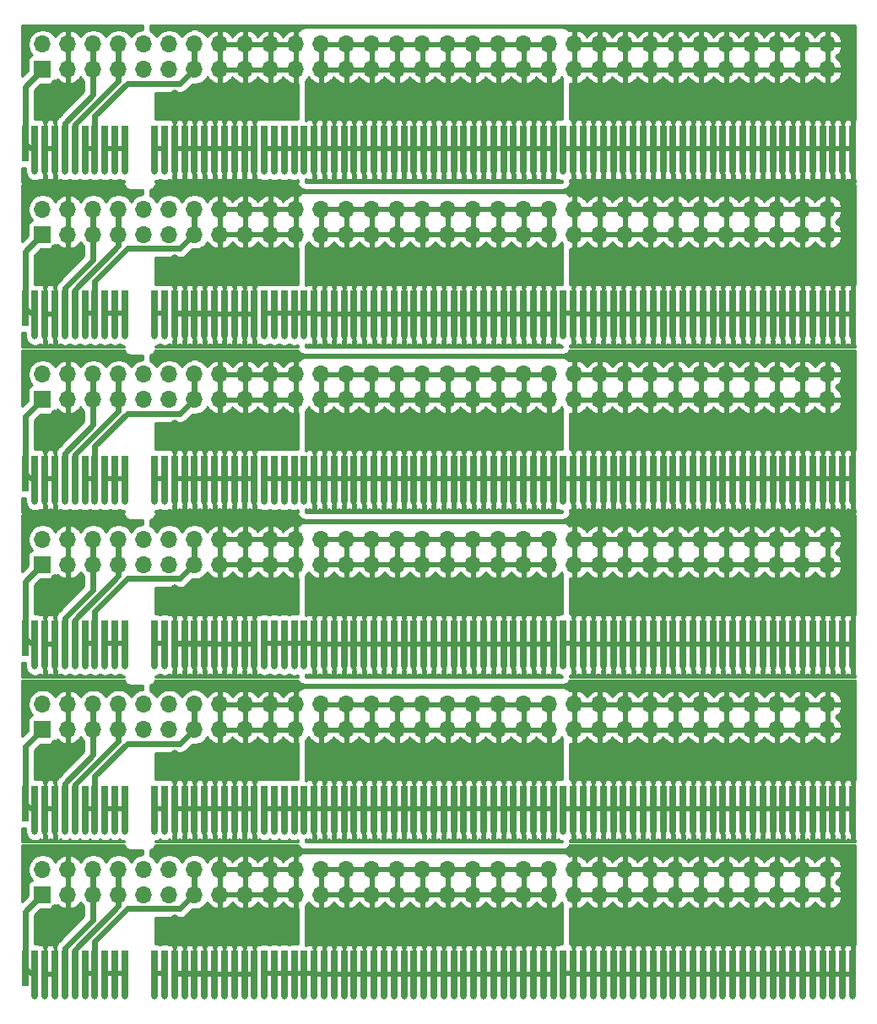
<source format=gbl>
G04 #@! TF.GenerationSoftware,KiCad,Pcbnew,(5.1.5)-3*
G04 #@! TF.CreationDate,2019-12-27T07:11:16+09:00*
G04 #@! TF.ProjectId,PCIeAdapter_x6,50434965-4164-4617-9074-65725f78362e,rev?*
G04 #@! TF.SameCoordinates,Original*
G04 #@! TF.FileFunction,Copper,L2,Bot*
G04 #@! TF.FilePolarity,Positive*
%FSLAX46Y46*%
G04 Gerber Fmt 4.6, Leading zero omitted, Abs format (unit mm)*
G04 Created by KiCad (PCBNEW (5.1.5)-3) date 2019-12-27 07:11:16*
%MOMM*%
%LPD*%
G04 APERTURE LIST*
%ADD10O,1.700000X1.700000*%
%ADD11R,1.700000X1.700000*%
%ADD12R,0.650000X4.600000*%
%ADD13O,0.650000X0.650000*%
%ADD14R,0.650000X3.600000*%
%ADD15C,0.800000*%
%ADD16C,0.500000*%
%ADD17C,0.600000*%
%ADD18C,0.254000*%
G04 APERTURE END LIST*
D10*
X190500000Y-52310000D03*
X190500000Y-54850000D03*
X187960000Y-52310000D03*
X187960000Y-54850000D03*
X185420000Y-52310000D03*
X185420000Y-54850000D03*
X182880000Y-52310000D03*
X182880000Y-54850000D03*
X180340000Y-52310000D03*
X180340000Y-54850000D03*
X177800000Y-52310000D03*
X177800000Y-54850000D03*
X175260000Y-52310000D03*
X175260000Y-54850000D03*
X172720000Y-52310000D03*
X172720000Y-54850000D03*
X170180000Y-52310000D03*
X170180000Y-54850000D03*
X167640000Y-52310000D03*
X167640000Y-54850000D03*
X165100000Y-52310000D03*
X165100000Y-54850000D03*
X162560000Y-52310000D03*
X162560000Y-54850000D03*
X160020000Y-52310000D03*
X160020000Y-54850000D03*
X157480000Y-52310000D03*
X157480000Y-54850000D03*
X154940000Y-52310000D03*
X154940000Y-54850000D03*
X152400000Y-52310000D03*
X152400000Y-54850000D03*
X149860000Y-52310000D03*
X149860000Y-54850000D03*
X147320000Y-52310000D03*
X147320000Y-54850000D03*
X144780000Y-52310000D03*
X144780000Y-54850000D03*
X142240000Y-52310000D03*
X142240000Y-54850000D03*
X139700000Y-52310000D03*
X139700000Y-54850000D03*
X137160000Y-52310000D03*
X137160000Y-54850000D03*
X134620000Y-52310000D03*
X134620000Y-54850000D03*
X132080000Y-52310000D03*
X132080000Y-54850000D03*
X129540000Y-52310000D03*
X129540000Y-54850000D03*
X127000000Y-52310000D03*
X127000000Y-54850000D03*
X124460000Y-52310000D03*
X124460000Y-54850000D03*
X121920000Y-52310000D03*
X121920000Y-54850000D03*
X119380000Y-52310000D03*
X119380000Y-54850000D03*
X116840000Y-52310000D03*
X116840000Y-54850000D03*
X114300000Y-52310000D03*
X114300000Y-54850000D03*
X111760000Y-52310000D03*
D11*
X111760000Y-54850000D03*
D12*
X156000000Y-62750000D03*
D13*
X157000000Y-65050000D03*
X159000000Y-65050000D03*
X156000000Y-65050000D03*
X158000000Y-65050000D03*
D12*
X158000000Y-62750000D03*
X159000000Y-62750000D03*
X157000000Y-62750000D03*
X152000000Y-62750000D03*
D13*
X153000000Y-65050000D03*
X155000000Y-65050000D03*
X152000000Y-65050000D03*
X154000000Y-65050000D03*
D12*
X154000000Y-62750000D03*
X151000000Y-62750000D03*
X155000000Y-62750000D03*
X153000000Y-62750000D03*
X148000000Y-62750000D03*
D13*
X149000000Y-65050000D03*
X151000000Y-65050000D03*
X148000000Y-65050000D03*
X150000000Y-65050000D03*
D12*
X150000000Y-62750000D03*
X149000000Y-62750000D03*
X144000000Y-62750000D03*
D13*
X145000000Y-65050000D03*
X147000000Y-65050000D03*
X144000000Y-65050000D03*
X146000000Y-65050000D03*
D12*
X146000000Y-62750000D03*
X147000000Y-62750000D03*
X145000000Y-62750000D03*
X140000000Y-62750000D03*
D13*
X141000000Y-65050000D03*
X143000000Y-65050000D03*
X140000000Y-65050000D03*
X142000000Y-65050000D03*
D12*
X142000000Y-62750000D03*
X139000000Y-62750000D03*
X143000000Y-62750000D03*
X141000000Y-62750000D03*
D13*
X136000000Y-65050000D03*
X137000000Y-65050000D03*
D12*
X137000000Y-62750000D03*
X136000000Y-62750000D03*
X138000000Y-62750000D03*
X135000000Y-62750000D03*
D13*
X138000000Y-65050000D03*
X139000000Y-65050000D03*
X130000000Y-65050000D03*
X132000000Y-65050000D03*
X135000000Y-65050000D03*
X134000000Y-65050000D03*
X129000000Y-65050000D03*
X133000000Y-65050000D03*
X131000000Y-65050000D03*
D12*
X130000000Y-62750000D03*
X134000000Y-62750000D03*
X133000000Y-62750000D03*
X131000000Y-62750000D03*
X132000000Y-62750000D03*
D13*
X111000000Y-65050000D03*
X129000000Y-65050000D03*
X128000000Y-65050000D03*
X123000000Y-65050000D03*
X120000000Y-65050000D03*
X127000000Y-65050000D03*
X124000000Y-65050000D03*
X112000000Y-65050000D03*
X126000000Y-65050000D03*
X125000000Y-65050000D03*
X119000000Y-65050000D03*
X118000000Y-65050000D03*
X117000000Y-65050000D03*
X116000000Y-65050000D03*
X115000000Y-65050000D03*
X114000000Y-65050000D03*
X113000000Y-65050000D03*
D12*
X124000000Y-62750000D03*
X123000000Y-62750000D03*
X129000000Y-62750000D03*
X128000000Y-62750000D03*
X127000000Y-62750000D03*
X126000000Y-62750000D03*
X125000000Y-62750000D03*
X120000000Y-62750000D03*
X119000000Y-62750000D03*
X118000000Y-62750000D03*
X117000000Y-62750000D03*
X116000000Y-62750000D03*
X115000000Y-62750000D03*
X114000000Y-62750000D03*
X113000000Y-62750000D03*
X112000000Y-62750000D03*
X111000000Y-62750000D03*
D14*
X110000000Y-62250000D03*
D12*
X173000000Y-62750000D03*
X174000000Y-62750000D03*
X183000000Y-62750000D03*
X181000000Y-62750000D03*
X176000000Y-62750000D03*
X178000000Y-62750000D03*
D13*
X178000000Y-65050000D03*
D12*
X175000000Y-62750000D03*
X179000000Y-62750000D03*
D13*
X179000000Y-65050000D03*
X177000000Y-65050000D03*
X176000000Y-65050000D03*
D12*
X177000000Y-62750000D03*
D13*
X173000000Y-65050000D03*
X172000000Y-65050000D03*
D12*
X172000000Y-62750000D03*
X169000000Y-62750000D03*
D13*
X166000000Y-65050000D03*
X169000000Y-65050000D03*
X174000000Y-65050000D03*
D12*
X168000000Y-62750000D03*
X167000000Y-62750000D03*
D13*
X175000000Y-65050000D03*
D12*
X166000000Y-62750000D03*
X165000000Y-62750000D03*
D13*
X163000000Y-65050000D03*
X170000000Y-65050000D03*
X165000000Y-65050000D03*
X171000000Y-65050000D03*
X162000000Y-65050000D03*
X161000000Y-65050000D03*
X168000000Y-65050000D03*
X164000000Y-65050000D03*
D12*
X171000000Y-62750000D03*
D13*
X160000000Y-65050000D03*
X167000000Y-65050000D03*
D12*
X170000000Y-62750000D03*
X164000000Y-62750000D03*
X162000000Y-62750000D03*
X161000000Y-62750000D03*
X163000000Y-62750000D03*
X160000000Y-62750000D03*
X184000000Y-62750000D03*
D13*
X191000000Y-65050000D03*
D12*
X192000000Y-62750000D03*
D13*
X192000000Y-65050000D03*
X193000000Y-65050000D03*
D12*
X187000000Y-62750000D03*
D13*
X180000000Y-65050000D03*
X182000000Y-65050000D03*
D12*
X182000000Y-62750000D03*
D13*
X190000000Y-65050000D03*
D12*
X191000000Y-62750000D03*
X193000000Y-62750000D03*
X188000000Y-62750000D03*
D13*
X188000000Y-65050000D03*
D12*
X189000000Y-62750000D03*
D13*
X186000000Y-65050000D03*
X185000000Y-65050000D03*
D12*
X186000000Y-62750000D03*
X185000000Y-62750000D03*
X190000000Y-62750000D03*
X180000000Y-62750000D03*
D13*
X181000000Y-65050000D03*
X189000000Y-65050000D03*
X184000000Y-65050000D03*
X183000000Y-65050000D03*
X187000000Y-65050000D03*
X187000000Y-81600000D03*
X183000000Y-81600000D03*
X184000000Y-81600000D03*
X189000000Y-81600000D03*
X181000000Y-81600000D03*
D12*
X180000000Y-79300000D03*
X190000000Y-79300000D03*
X185000000Y-79300000D03*
X186000000Y-79300000D03*
D13*
X185000000Y-81600000D03*
X186000000Y-81600000D03*
D12*
X189000000Y-79300000D03*
D13*
X188000000Y-81600000D03*
D12*
X188000000Y-79300000D03*
X193000000Y-79300000D03*
X191000000Y-79300000D03*
D13*
X190000000Y-81600000D03*
D12*
X182000000Y-79300000D03*
D13*
X182000000Y-81600000D03*
X180000000Y-81600000D03*
D12*
X187000000Y-79300000D03*
D13*
X193000000Y-81600000D03*
X192000000Y-81600000D03*
D12*
X192000000Y-79300000D03*
D13*
X191000000Y-81600000D03*
D12*
X184000000Y-79300000D03*
X160000000Y-79300000D03*
X163000000Y-79300000D03*
X161000000Y-79300000D03*
X162000000Y-79300000D03*
X164000000Y-79300000D03*
X170000000Y-79300000D03*
D13*
X167000000Y-81600000D03*
X160000000Y-81600000D03*
D12*
X171000000Y-79300000D03*
D13*
X164000000Y-81600000D03*
X168000000Y-81600000D03*
X161000000Y-81600000D03*
X162000000Y-81600000D03*
X171000000Y-81600000D03*
X165000000Y-81600000D03*
X170000000Y-81600000D03*
X163000000Y-81600000D03*
D12*
X165000000Y-79300000D03*
X166000000Y-79300000D03*
D13*
X175000000Y-81600000D03*
D12*
X167000000Y-79300000D03*
X168000000Y-79300000D03*
D13*
X174000000Y-81600000D03*
X169000000Y-81600000D03*
X166000000Y-81600000D03*
D12*
X169000000Y-79300000D03*
X172000000Y-79300000D03*
D13*
X172000000Y-81600000D03*
X173000000Y-81600000D03*
D12*
X177000000Y-79300000D03*
D13*
X176000000Y-81600000D03*
X177000000Y-81600000D03*
X179000000Y-81600000D03*
D12*
X179000000Y-79300000D03*
X175000000Y-79300000D03*
D13*
X178000000Y-81600000D03*
D12*
X178000000Y-79300000D03*
X176000000Y-79300000D03*
X181000000Y-79300000D03*
X183000000Y-79300000D03*
X174000000Y-79300000D03*
X173000000Y-79300000D03*
D14*
X110000000Y-78800000D03*
D12*
X111000000Y-79300000D03*
X112000000Y-79300000D03*
X113000000Y-79300000D03*
X114000000Y-79300000D03*
X115000000Y-79300000D03*
X116000000Y-79300000D03*
X117000000Y-79300000D03*
X118000000Y-79300000D03*
X119000000Y-79300000D03*
X120000000Y-79300000D03*
X125000000Y-79300000D03*
X126000000Y-79300000D03*
X127000000Y-79300000D03*
X128000000Y-79300000D03*
X129000000Y-79300000D03*
X123000000Y-79300000D03*
X124000000Y-79300000D03*
D13*
X113000000Y-81600000D03*
X114000000Y-81600000D03*
X115000000Y-81600000D03*
X116000000Y-81600000D03*
X117000000Y-81600000D03*
X118000000Y-81600000D03*
X119000000Y-81600000D03*
X125000000Y-81600000D03*
X126000000Y-81600000D03*
X112000000Y-81600000D03*
X124000000Y-81600000D03*
X127000000Y-81600000D03*
X120000000Y-81600000D03*
X123000000Y-81600000D03*
X128000000Y-81600000D03*
X129000000Y-81600000D03*
X111000000Y-81600000D03*
D12*
X132000000Y-79300000D03*
X131000000Y-79300000D03*
X133000000Y-79300000D03*
X134000000Y-79300000D03*
X130000000Y-79300000D03*
D13*
X131000000Y-81600000D03*
X133000000Y-81600000D03*
X129000000Y-81600000D03*
X134000000Y-81600000D03*
X135000000Y-81600000D03*
X132000000Y-81600000D03*
X130000000Y-81600000D03*
X139000000Y-81600000D03*
X138000000Y-81600000D03*
D12*
X135000000Y-79300000D03*
X138000000Y-79300000D03*
X136000000Y-79300000D03*
X137000000Y-79300000D03*
D13*
X137000000Y-81600000D03*
X136000000Y-81600000D03*
D12*
X141000000Y-79300000D03*
X143000000Y-79300000D03*
X139000000Y-79300000D03*
X142000000Y-79300000D03*
D13*
X142000000Y-81600000D03*
X140000000Y-81600000D03*
X143000000Y-81600000D03*
X141000000Y-81600000D03*
D12*
X140000000Y-79300000D03*
X145000000Y-79300000D03*
X147000000Y-79300000D03*
X146000000Y-79300000D03*
D13*
X146000000Y-81600000D03*
X144000000Y-81600000D03*
X147000000Y-81600000D03*
X145000000Y-81600000D03*
D12*
X144000000Y-79300000D03*
X149000000Y-79300000D03*
X150000000Y-79300000D03*
D13*
X150000000Y-81600000D03*
X148000000Y-81600000D03*
X151000000Y-81600000D03*
X149000000Y-81600000D03*
D12*
X148000000Y-79300000D03*
X153000000Y-79300000D03*
X155000000Y-79300000D03*
X151000000Y-79300000D03*
X154000000Y-79300000D03*
D13*
X154000000Y-81600000D03*
X152000000Y-81600000D03*
X155000000Y-81600000D03*
X153000000Y-81600000D03*
D12*
X152000000Y-79300000D03*
X157000000Y-79300000D03*
X159000000Y-79300000D03*
X158000000Y-79300000D03*
D13*
X158000000Y-81600000D03*
X156000000Y-81600000D03*
X159000000Y-81600000D03*
X157000000Y-81600000D03*
D12*
X156000000Y-79300000D03*
D13*
X187000000Y-98150000D03*
X183000000Y-98150000D03*
X184000000Y-98150000D03*
X189000000Y-98150000D03*
X181000000Y-98150000D03*
D12*
X180000000Y-95850000D03*
X190000000Y-95850000D03*
X185000000Y-95850000D03*
X186000000Y-95850000D03*
D13*
X185000000Y-98150000D03*
X186000000Y-98150000D03*
D12*
X189000000Y-95850000D03*
D13*
X188000000Y-98150000D03*
D12*
X188000000Y-95850000D03*
X193000000Y-95850000D03*
X191000000Y-95850000D03*
D13*
X190000000Y-98150000D03*
D12*
X182000000Y-95850000D03*
D13*
X182000000Y-98150000D03*
X180000000Y-98150000D03*
D12*
X187000000Y-95850000D03*
D13*
X193000000Y-98150000D03*
X192000000Y-98150000D03*
D12*
X192000000Y-95850000D03*
D13*
X191000000Y-98150000D03*
D12*
X184000000Y-95850000D03*
X160000000Y-95850000D03*
X163000000Y-95850000D03*
X161000000Y-95850000D03*
X162000000Y-95850000D03*
X164000000Y-95850000D03*
X170000000Y-95850000D03*
D13*
X167000000Y-98150000D03*
X160000000Y-98150000D03*
D12*
X171000000Y-95850000D03*
D13*
X164000000Y-98150000D03*
X168000000Y-98150000D03*
X161000000Y-98150000D03*
X162000000Y-98150000D03*
X171000000Y-98150000D03*
X165000000Y-98150000D03*
X170000000Y-98150000D03*
X163000000Y-98150000D03*
D12*
X165000000Y-95850000D03*
X166000000Y-95850000D03*
D13*
X175000000Y-98150000D03*
D12*
X167000000Y-95850000D03*
X168000000Y-95850000D03*
D13*
X174000000Y-98150000D03*
X169000000Y-98150000D03*
X166000000Y-98150000D03*
D12*
X169000000Y-95850000D03*
X172000000Y-95850000D03*
D13*
X172000000Y-98150000D03*
X173000000Y-98150000D03*
D12*
X177000000Y-95850000D03*
D13*
X176000000Y-98150000D03*
X177000000Y-98150000D03*
X179000000Y-98150000D03*
D12*
X179000000Y-95850000D03*
X175000000Y-95850000D03*
D13*
X178000000Y-98150000D03*
D12*
X178000000Y-95850000D03*
X176000000Y-95850000D03*
X181000000Y-95850000D03*
X183000000Y-95850000D03*
X174000000Y-95850000D03*
X173000000Y-95850000D03*
D14*
X110000000Y-95350000D03*
D12*
X111000000Y-95850000D03*
X112000000Y-95850000D03*
X113000000Y-95850000D03*
X114000000Y-95850000D03*
X115000000Y-95850000D03*
X116000000Y-95850000D03*
X117000000Y-95850000D03*
X118000000Y-95850000D03*
X119000000Y-95850000D03*
X120000000Y-95850000D03*
X125000000Y-95850000D03*
X126000000Y-95850000D03*
X127000000Y-95850000D03*
X128000000Y-95850000D03*
X129000000Y-95850000D03*
X123000000Y-95850000D03*
X124000000Y-95850000D03*
D13*
X113000000Y-98150000D03*
X114000000Y-98150000D03*
X115000000Y-98150000D03*
X116000000Y-98150000D03*
X117000000Y-98150000D03*
X118000000Y-98150000D03*
X119000000Y-98150000D03*
X125000000Y-98150000D03*
X126000000Y-98150000D03*
X112000000Y-98150000D03*
X124000000Y-98150000D03*
X127000000Y-98150000D03*
X120000000Y-98150000D03*
X123000000Y-98150000D03*
X128000000Y-98150000D03*
X129000000Y-98150000D03*
X111000000Y-98150000D03*
D12*
X132000000Y-95850000D03*
X131000000Y-95850000D03*
X133000000Y-95850000D03*
X134000000Y-95850000D03*
X130000000Y-95850000D03*
D13*
X131000000Y-98150000D03*
X133000000Y-98150000D03*
X129000000Y-98150000D03*
X134000000Y-98150000D03*
X135000000Y-98150000D03*
X132000000Y-98150000D03*
X130000000Y-98150000D03*
X139000000Y-98150000D03*
X138000000Y-98150000D03*
D12*
X135000000Y-95850000D03*
X138000000Y-95850000D03*
X136000000Y-95850000D03*
X137000000Y-95850000D03*
D13*
X137000000Y-98150000D03*
X136000000Y-98150000D03*
D12*
X141000000Y-95850000D03*
X143000000Y-95850000D03*
X139000000Y-95850000D03*
X142000000Y-95850000D03*
D13*
X142000000Y-98150000D03*
X140000000Y-98150000D03*
X143000000Y-98150000D03*
X141000000Y-98150000D03*
D12*
X140000000Y-95850000D03*
X145000000Y-95850000D03*
X147000000Y-95850000D03*
X146000000Y-95850000D03*
D13*
X146000000Y-98150000D03*
X144000000Y-98150000D03*
X147000000Y-98150000D03*
X145000000Y-98150000D03*
D12*
X144000000Y-95850000D03*
X149000000Y-95850000D03*
X150000000Y-95850000D03*
D13*
X150000000Y-98150000D03*
X148000000Y-98150000D03*
X151000000Y-98150000D03*
X149000000Y-98150000D03*
D12*
X148000000Y-95850000D03*
X153000000Y-95850000D03*
X155000000Y-95850000D03*
X151000000Y-95850000D03*
X154000000Y-95850000D03*
D13*
X154000000Y-98150000D03*
X152000000Y-98150000D03*
X155000000Y-98150000D03*
X153000000Y-98150000D03*
D12*
X152000000Y-95850000D03*
X157000000Y-95850000D03*
X159000000Y-95850000D03*
X158000000Y-95850000D03*
D13*
X158000000Y-98150000D03*
X156000000Y-98150000D03*
X159000000Y-98150000D03*
X157000000Y-98150000D03*
D12*
X156000000Y-95850000D03*
D13*
X187000000Y-114700000D03*
X183000000Y-114700000D03*
X184000000Y-114700000D03*
X189000000Y-114700000D03*
X181000000Y-114700000D03*
D12*
X180000000Y-112400000D03*
X190000000Y-112400000D03*
X185000000Y-112400000D03*
X186000000Y-112400000D03*
D13*
X185000000Y-114700000D03*
X186000000Y-114700000D03*
D12*
X189000000Y-112400000D03*
D13*
X188000000Y-114700000D03*
D12*
X188000000Y-112400000D03*
X193000000Y-112400000D03*
X191000000Y-112400000D03*
D13*
X190000000Y-114700000D03*
D12*
X182000000Y-112400000D03*
D13*
X182000000Y-114700000D03*
X180000000Y-114700000D03*
D12*
X187000000Y-112400000D03*
D13*
X193000000Y-114700000D03*
X192000000Y-114700000D03*
D12*
X192000000Y-112400000D03*
D13*
X191000000Y-114700000D03*
D12*
X184000000Y-112400000D03*
X160000000Y-112400000D03*
X163000000Y-112400000D03*
X161000000Y-112400000D03*
X162000000Y-112400000D03*
X164000000Y-112400000D03*
X170000000Y-112400000D03*
D13*
X167000000Y-114700000D03*
X160000000Y-114700000D03*
D12*
X171000000Y-112400000D03*
D13*
X164000000Y-114700000D03*
X168000000Y-114700000D03*
X161000000Y-114700000D03*
X162000000Y-114700000D03*
X171000000Y-114700000D03*
X165000000Y-114700000D03*
X170000000Y-114700000D03*
X163000000Y-114700000D03*
D12*
X165000000Y-112400000D03*
X166000000Y-112400000D03*
D13*
X175000000Y-114700000D03*
D12*
X167000000Y-112400000D03*
X168000000Y-112400000D03*
D13*
X174000000Y-114700000D03*
X169000000Y-114700000D03*
X166000000Y-114700000D03*
D12*
X169000000Y-112400000D03*
X172000000Y-112400000D03*
D13*
X172000000Y-114700000D03*
X173000000Y-114700000D03*
D12*
X177000000Y-112400000D03*
D13*
X176000000Y-114700000D03*
X177000000Y-114700000D03*
X179000000Y-114700000D03*
D12*
X179000000Y-112400000D03*
X175000000Y-112400000D03*
D13*
X178000000Y-114700000D03*
D12*
X178000000Y-112400000D03*
X176000000Y-112400000D03*
X181000000Y-112400000D03*
X183000000Y-112400000D03*
X174000000Y-112400000D03*
X173000000Y-112400000D03*
D14*
X110000000Y-111900000D03*
D12*
X111000000Y-112400000D03*
X112000000Y-112400000D03*
X113000000Y-112400000D03*
X114000000Y-112400000D03*
X115000000Y-112400000D03*
X116000000Y-112400000D03*
X117000000Y-112400000D03*
X118000000Y-112400000D03*
X119000000Y-112400000D03*
X120000000Y-112400000D03*
X125000000Y-112400000D03*
X126000000Y-112400000D03*
X127000000Y-112400000D03*
X128000000Y-112400000D03*
X129000000Y-112400000D03*
X123000000Y-112400000D03*
X124000000Y-112400000D03*
D13*
X113000000Y-114700000D03*
X114000000Y-114700000D03*
X115000000Y-114700000D03*
X116000000Y-114700000D03*
X117000000Y-114700000D03*
X118000000Y-114700000D03*
X119000000Y-114700000D03*
X125000000Y-114700000D03*
X126000000Y-114700000D03*
X112000000Y-114700000D03*
X124000000Y-114700000D03*
X127000000Y-114700000D03*
X120000000Y-114700000D03*
X123000000Y-114700000D03*
X128000000Y-114700000D03*
X129000000Y-114700000D03*
X111000000Y-114700000D03*
D12*
X132000000Y-112400000D03*
X131000000Y-112400000D03*
X133000000Y-112400000D03*
X134000000Y-112400000D03*
X130000000Y-112400000D03*
D13*
X131000000Y-114700000D03*
X133000000Y-114700000D03*
X129000000Y-114700000D03*
X134000000Y-114700000D03*
X135000000Y-114700000D03*
X132000000Y-114700000D03*
X130000000Y-114700000D03*
X139000000Y-114700000D03*
X138000000Y-114700000D03*
D12*
X135000000Y-112400000D03*
X138000000Y-112400000D03*
X136000000Y-112400000D03*
X137000000Y-112400000D03*
D13*
X137000000Y-114700000D03*
X136000000Y-114700000D03*
D12*
X141000000Y-112400000D03*
X143000000Y-112400000D03*
X139000000Y-112400000D03*
X142000000Y-112400000D03*
D13*
X142000000Y-114700000D03*
X140000000Y-114700000D03*
X143000000Y-114700000D03*
X141000000Y-114700000D03*
D12*
X140000000Y-112400000D03*
X145000000Y-112400000D03*
X147000000Y-112400000D03*
X146000000Y-112400000D03*
D13*
X146000000Y-114700000D03*
X144000000Y-114700000D03*
X147000000Y-114700000D03*
X145000000Y-114700000D03*
D12*
X144000000Y-112400000D03*
X149000000Y-112400000D03*
X150000000Y-112400000D03*
D13*
X150000000Y-114700000D03*
X148000000Y-114700000D03*
X151000000Y-114700000D03*
X149000000Y-114700000D03*
D12*
X148000000Y-112400000D03*
X153000000Y-112400000D03*
X155000000Y-112400000D03*
X151000000Y-112400000D03*
X154000000Y-112400000D03*
D13*
X154000000Y-114700000D03*
X152000000Y-114700000D03*
X155000000Y-114700000D03*
X153000000Y-114700000D03*
D12*
X152000000Y-112400000D03*
X157000000Y-112400000D03*
X159000000Y-112400000D03*
X158000000Y-112400000D03*
D13*
X158000000Y-114700000D03*
X156000000Y-114700000D03*
X159000000Y-114700000D03*
X157000000Y-114700000D03*
D12*
X156000000Y-112400000D03*
D13*
X187000000Y-131250000D03*
X183000000Y-131250000D03*
X184000000Y-131250000D03*
X189000000Y-131250000D03*
X181000000Y-131250000D03*
D12*
X180000000Y-128950000D03*
X190000000Y-128950000D03*
X185000000Y-128950000D03*
X186000000Y-128950000D03*
D13*
X185000000Y-131250000D03*
X186000000Y-131250000D03*
D12*
X189000000Y-128950000D03*
D13*
X188000000Y-131250000D03*
D12*
X188000000Y-128950000D03*
X193000000Y-128950000D03*
X191000000Y-128950000D03*
D13*
X190000000Y-131250000D03*
D12*
X182000000Y-128950000D03*
D13*
X182000000Y-131250000D03*
X180000000Y-131250000D03*
D12*
X187000000Y-128950000D03*
D13*
X193000000Y-131250000D03*
X192000000Y-131250000D03*
D12*
X192000000Y-128950000D03*
D13*
X191000000Y-131250000D03*
D12*
X184000000Y-128950000D03*
X160000000Y-128950000D03*
X163000000Y-128950000D03*
X161000000Y-128950000D03*
X162000000Y-128950000D03*
X164000000Y-128950000D03*
X170000000Y-128950000D03*
D13*
X167000000Y-131250000D03*
X160000000Y-131250000D03*
D12*
X171000000Y-128950000D03*
D13*
X164000000Y-131250000D03*
X168000000Y-131250000D03*
X161000000Y-131250000D03*
X162000000Y-131250000D03*
X171000000Y-131250000D03*
X165000000Y-131250000D03*
X170000000Y-131250000D03*
X163000000Y-131250000D03*
D12*
X165000000Y-128950000D03*
X166000000Y-128950000D03*
D13*
X175000000Y-131250000D03*
D12*
X167000000Y-128950000D03*
X168000000Y-128950000D03*
D13*
X174000000Y-131250000D03*
X169000000Y-131250000D03*
X166000000Y-131250000D03*
D12*
X169000000Y-128950000D03*
X172000000Y-128950000D03*
D13*
X172000000Y-131250000D03*
X173000000Y-131250000D03*
D12*
X177000000Y-128950000D03*
D13*
X176000000Y-131250000D03*
X177000000Y-131250000D03*
X179000000Y-131250000D03*
D12*
X179000000Y-128950000D03*
X175000000Y-128950000D03*
D13*
X178000000Y-131250000D03*
D12*
X178000000Y-128950000D03*
X176000000Y-128950000D03*
X181000000Y-128950000D03*
X183000000Y-128950000D03*
X174000000Y-128950000D03*
X173000000Y-128950000D03*
D14*
X110000000Y-128450000D03*
D12*
X111000000Y-128950000D03*
X112000000Y-128950000D03*
X113000000Y-128950000D03*
X114000000Y-128950000D03*
X115000000Y-128950000D03*
X116000000Y-128950000D03*
X117000000Y-128950000D03*
X118000000Y-128950000D03*
X119000000Y-128950000D03*
X120000000Y-128950000D03*
X125000000Y-128950000D03*
X126000000Y-128950000D03*
X127000000Y-128950000D03*
X128000000Y-128950000D03*
X129000000Y-128950000D03*
X123000000Y-128950000D03*
X124000000Y-128950000D03*
D13*
X113000000Y-131250000D03*
X114000000Y-131250000D03*
X115000000Y-131250000D03*
X116000000Y-131250000D03*
X117000000Y-131250000D03*
X118000000Y-131250000D03*
X119000000Y-131250000D03*
X125000000Y-131250000D03*
X126000000Y-131250000D03*
X112000000Y-131250000D03*
X124000000Y-131250000D03*
X127000000Y-131250000D03*
X120000000Y-131250000D03*
X123000000Y-131250000D03*
X128000000Y-131250000D03*
X129000000Y-131250000D03*
X111000000Y-131250000D03*
D12*
X132000000Y-128950000D03*
X131000000Y-128950000D03*
X133000000Y-128950000D03*
X134000000Y-128950000D03*
X130000000Y-128950000D03*
D13*
X131000000Y-131250000D03*
X133000000Y-131250000D03*
X129000000Y-131250000D03*
X134000000Y-131250000D03*
X135000000Y-131250000D03*
X132000000Y-131250000D03*
X130000000Y-131250000D03*
X139000000Y-131250000D03*
X138000000Y-131250000D03*
D12*
X135000000Y-128950000D03*
X138000000Y-128950000D03*
X136000000Y-128950000D03*
X137000000Y-128950000D03*
D13*
X137000000Y-131250000D03*
X136000000Y-131250000D03*
D12*
X141000000Y-128950000D03*
X143000000Y-128950000D03*
X139000000Y-128950000D03*
X142000000Y-128950000D03*
D13*
X142000000Y-131250000D03*
X140000000Y-131250000D03*
X143000000Y-131250000D03*
X141000000Y-131250000D03*
D12*
X140000000Y-128950000D03*
X145000000Y-128950000D03*
X147000000Y-128950000D03*
X146000000Y-128950000D03*
D13*
X146000000Y-131250000D03*
X144000000Y-131250000D03*
X147000000Y-131250000D03*
X145000000Y-131250000D03*
D12*
X144000000Y-128950000D03*
X149000000Y-128950000D03*
X150000000Y-128950000D03*
D13*
X150000000Y-131250000D03*
X148000000Y-131250000D03*
X151000000Y-131250000D03*
X149000000Y-131250000D03*
D12*
X148000000Y-128950000D03*
X153000000Y-128950000D03*
X155000000Y-128950000D03*
X151000000Y-128950000D03*
X154000000Y-128950000D03*
D13*
X154000000Y-131250000D03*
X152000000Y-131250000D03*
X155000000Y-131250000D03*
X153000000Y-131250000D03*
D12*
X152000000Y-128950000D03*
X157000000Y-128950000D03*
X159000000Y-128950000D03*
X158000000Y-128950000D03*
D13*
X158000000Y-131250000D03*
X156000000Y-131250000D03*
X159000000Y-131250000D03*
X157000000Y-131250000D03*
D12*
X156000000Y-128950000D03*
D11*
X111760000Y-71400000D03*
D10*
X111760000Y-68860000D03*
X114300000Y-71400000D03*
X114300000Y-68860000D03*
X116840000Y-71400000D03*
X116840000Y-68860000D03*
X119380000Y-71400000D03*
X119380000Y-68860000D03*
X121920000Y-71400000D03*
X121920000Y-68860000D03*
X124460000Y-71400000D03*
X124460000Y-68860000D03*
X127000000Y-71400000D03*
X127000000Y-68860000D03*
X129540000Y-71400000D03*
X129540000Y-68860000D03*
X132080000Y-71400000D03*
X132080000Y-68860000D03*
X134620000Y-71400000D03*
X134620000Y-68860000D03*
X137160000Y-71400000D03*
X137160000Y-68860000D03*
X139700000Y-71400000D03*
X139700000Y-68860000D03*
X142240000Y-71400000D03*
X142240000Y-68860000D03*
X144780000Y-71400000D03*
X144780000Y-68860000D03*
X147320000Y-71400000D03*
X147320000Y-68860000D03*
X149860000Y-71400000D03*
X149860000Y-68860000D03*
X152400000Y-71400000D03*
X152400000Y-68860000D03*
X154940000Y-71400000D03*
X154940000Y-68860000D03*
X157480000Y-71400000D03*
X157480000Y-68860000D03*
X160020000Y-71400000D03*
X160020000Y-68860000D03*
X162560000Y-71400000D03*
X162560000Y-68860000D03*
X165100000Y-71400000D03*
X165100000Y-68860000D03*
X167640000Y-71400000D03*
X167640000Y-68860000D03*
X170180000Y-71400000D03*
X170180000Y-68860000D03*
X172720000Y-71400000D03*
X172720000Y-68860000D03*
X175260000Y-71400000D03*
X175260000Y-68860000D03*
X177800000Y-71400000D03*
X177800000Y-68860000D03*
X180340000Y-71400000D03*
X180340000Y-68860000D03*
X182880000Y-71400000D03*
X182880000Y-68860000D03*
X185420000Y-71400000D03*
X185420000Y-68860000D03*
X187960000Y-71400000D03*
X187960000Y-68860000D03*
X190500000Y-71400000D03*
X190500000Y-68860000D03*
D11*
X111760000Y-87950000D03*
D10*
X111760000Y-85410000D03*
X114300000Y-87950000D03*
X114300000Y-85410000D03*
X116840000Y-87950000D03*
X116840000Y-85410000D03*
X119380000Y-87950000D03*
X119380000Y-85410000D03*
X121920000Y-87950000D03*
X121920000Y-85410000D03*
X124460000Y-87950000D03*
X124460000Y-85410000D03*
X127000000Y-87950000D03*
X127000000Y-85410000D03*
X129540000Y-87950000D03*
X129540000Y-85410000D03*
X132080000Y-87950000D03*
X132080000Y-85410000D03*
X134620000Y-87950000D03*
X134620000Y-85410000D03*
X137160000Y-87950000D03*
X137160000Y-85410000D03*
X139700000Y-87950000D03*
X139700000Y-85410000D03*
X142240000Y-87950000D03*
X142240000Y-85410000D03*
X144780000Y-87950000D03*
X144780000Y-85410000D03*
X147320000Y-87950000D03*
X147320000Y-85410000D03*
X149860000Y-87950000D03*
X149860000Y-85410000D03*
X152400000Y-87950000D03*
X152400000Y-85410000D03*
X154940000Y-87950000D03*
X154940000Y-85410000D03*
X157480000Y-87950000D03*
X157480000Y-85410000D03*
X160020000Y-87950000D03*
X160020000Y-85410000D03*
X162560000Y-87950000D03*
X162560000Y-85410000D03*
X165100000Y-87950000D03*
X165100000Y-85410000D03*
X167640000Y-87950000D03*
X167640000Y-85410000D03*
X170180000Y-87950000D03*
X170180000Y-85410000D03*
X172720000Y-87950000D03*
X172720000Y-85410000D03*
X175260000Y-87950000D03*
X175260000Y-85410000D03*
X177800000Y-87950000D03*
X177800000Y-85410000D03*
X180340000Y-87950000D03*
X180340000Y-85410000D03*
X182880000Y-87950000D03*
X182880000Y-85410000D03*
X185420000Y-87950000D03*
X185420000Y-85410000D03*
X187960000Y-87950000D03*
X187960000Y-85410000D03*
X190500000Y-87950000D03*
X190500000Y-85410000D03*
D11*
X111760000Y-104500000D03*
D10*
X111760000Y-101960000D03*
X114300000Y-104500000D03*
X114300000Y-101960000D03*
X116840000Y-104500000D03*
X116840000Y-101960000D03*
X119380000Y-104500000D03*
X119380000Y-101960000D03*
X121920000Y-104500000D03*
X121920000Y-101960000D03*
X124460000Y-104500000D03*
X124460000Y-101960000D03*
X127000000Y-104500000D03*
X127000000Y-101960000D03*
X129540000Y-104500000D03*
X129540000Y-101960000D03*
X132080000Y-104500000D03*
X132080000Y-101960000D03*
X134620000Y-104500000D03*
X134620000Y-101960000D03*
X137160000Y-104500000D03*
X137160000Y-101960000D03*
X139700000Y-104500000D03*
X139700000Y-101960000D03*
X142240000Y-104500000D03*
X142240000Y-101960000D03*
X144780000Y-104500000D03*
X144780000Y-101960000D03*
X147320000Y-104500000D03*
X147320000Y-101960000D03*
X149860000Y-104500000D03*
X149860000Y-101960000D03*
X152400000Y-104500000D03*
X152400000Y-101960000D03*
X154940000Y-104500000D03*
X154940000Y-101960000D03*
X157480000Y-104500000D03*
X157480000Y-101960000D03*
X160020000Y-104500000D03*
X160020000Y-101960000D03*
X162560000Y-104500000D03*
X162560000Y-101960000D03*
X165100000Y-104500000D03*
X165100000Y-101960000D03*
X167640000Y-104500000D03*
X167640000Y-101960000D03*
X170180000Y-104500000D03*
X170180000Y-101960000D03*
X172720000Y-104500000D03*
X172720000Y-101960000D03*
X175260000Y-104500000D03*
X175260000Y-101960000D03*
X177800000Y-104500000D03*
X177800000Y-101960000D03*
X180340000Y-104500000D03*
X180340000Y-101960000D03*
X182880000Y-104500000D03*
X182880000Y-101960000D03*
X185420000Y-104500000D03*
X185420000Y-101960000D03*
X187960000Y-104500000D03*
X187960000Y-101960000D03*
X190500000Y-104500000D03*
X190500000Y-101960000D03*
D11*
X111760000Y-121050000D03*
D10*
X111760000Y-118510000D03*
X114300000Y-121050000D03*
X114300000Y-118510000D03*
X116840000Y-121050000D03*
X116840000Y-118510000D03*
X119380000Y-121050000D03*
X119380000Y-118510000D03*
X121920000Y-121050000D03*
X121920000Y-118510000D03*
X124460000Y-121050000D03*
X124460000Y-118510000D03*
X127000000Y-121050000D03*
X127000000Y-118510000D03*
X129540000Y-121050000D03*
X129540000Y-118510000D03*
X132080000Y-121050000D03*
X132080000Y-118510000D03*
X134620000Y-121050000D03*
X134620000Y-118510000D03*
X137160000Y-121050000D03*
X137160000Y-118510000D03*
X139700000Y-121050000D03*
X139700000Y-118510000D03*
X142240000Y-121050000D03*
X142240000Y-118510000D03*
X144780000Y-121050000D03*
X144780000Y-118510000D03*
X147320000Y-121050000D03*
X147320000Y-118510000D03*
X149860000Y-121050000D03*
X149860000Y-118510000D03*
X152400000Y-121050000D03*
X152400000Y-118510000D03*
X154940000Y-121050000D03*
X154940000Y-118510000D03*
X157480000Y-121050000D03*
X157480000Y-118510000D03*
X160020000Y-121050000D03*
X160020000Y-118510000D03*
X162560000Y-121050000D03*
X162560000Y-118510000D03*
X165100000Y-121050000D03*
X165100000Y-118510000D03*
X167640000Y-121050000D03*
X167640000Y-118510000D03*
X170180000Y-121050000D03*
X170180000Y-118510000D03*
X172720000Y-121050000D03*
X172720000Y-118510000D03*
X175260000Y-121050000D03*
X175260000Y-118510000D03*
X177800000Y-121050000D03*
X177800000Y-118510000D03*
X180340000Y-121050000D03*
X180340000Y-118510000D03*
X182880000Y-121050000D03*
X182880000Y-118510000D03*
X185420000Y-121050000D03*
X185420000Y-118510000D03*
X187960000Y-121050000D03*
X187960000Y-118510000D03*
X190500000Y-121050000D03*
X190500000Y-118510000D03*
X190500000Y-135060000D03*
X190500000Y-137600000D03*
X187960000Y-135060000D03*
X187960000Y-137600000D03*
X185420000Y-135060000D03*
X185420000Y-137600000D03*
X182880000Y-135060000D03*
X182880000Y-137600000D03*
X180340000Y-135060000D03*
X180340000Y-137600000D03*
X177800000Y-135060000D03*
X177800000Y-137600000D03*
X175260000Y-135060000D03*
X175260000Y-137600000D03*
X172720000Y-135060000D03*
X172720000Y-137600000D03*
X170180000Y-135060000D03*
X170180000Y-137600000D03*
X167640000Y-135060000D03*
X167640000Y-137600000D03*
X165100000Y-135060000D03*
X165100000Y-137600000D03*
X162560000Y-135060000D03*
X162560000Y-137600000D03*
X160020000Y-135060000D03*
X160020000Y-137600000D03*
X157480000Y-135060000D03*
X157480000Y-137600000D03*
X154940000Y-135060000D03*
X154940000Y-137600000D03*
X152400000Y-135060000D03*
X152400000Y-137600000D03*
X149860000Y-135060000D03*
X149860000Y-137600000D03*
X147320000Y-135060000D03*
X147320000Y-137600000D03*
X144780000Y-135060000D03*
X144780000Y-137600000D03*
X142240000Y-135060000D03*
X142240000Y-137600000D03*
X139700000Y-135060000D03*
X139700000Y-137600000D03*
X137160000Y-135060000D03*
X137160000Y-137600000D03*
X134620000Y-135060000D03*
X134620000Y-137600000D03*
X132080000Y-135060000D03*
X132080000Y-137600000D03*
X129540000Y-135060000D03*
X129540000Y-137600000D03*
X127000000Y-135060000D03*
X127000000Y-137600000D03*
X124460000Y-135060000D03*
X124460000Y-137600000D03*
X121920000Y-135060000D03*
X121920000Y-137600000D03*
X119380000Y-135060000D03*
X119380000Y-137600000D03*
X116840000Y-135060000D03*
X116840000Y-137600000D03*
X114300000Y-135060000D03*
X114300000Y-137600000D03*
X111760000Y-135060000D03*
D11*
X111760000Y-137600000D03*
D12*
X156000000Y-145500000D03*
D13*
X157000000Y-147800000D03*
X159000000Y-147800000D03*
X156000000Y-147800000D03*
X158000000Y-147800000D03*
D12*
X158000000Y-145500000D03*
X159000000Y-145500000D03*
X157000000Y-145500000D03*
X152000000Y-145500000D03*
D13*
X153000000Y-147800000D03*
X155000000Y-147800000D03*
X152000000Y-147800000D03*
X154000000Y-147800000D03*
D12*
X154000000Y-145500000D03*
X151000000Y-145500000D03*
X155000000Y-145500000D03*
X153000000Y-145500000D03*
X148000000Y-145500000D03*
D13*
X149000000Y-147800000D03*
X151000000Y-147800000D03*
X148000000Y-147800000D03*
X150000000Y-147800000D03*
D12*
X150000000Y-145500000D03*
X149000000Y-145500000D03*
X144000000Y-145500000D03*
D13*
X145000000Y-147800000D03*
X147000000Y-147800000D03*
X144000000Y-147800000D03*
X146000000Y-147800000D03*
D12*
X146000000Y-145500000D03*
X147000000Y-145500000D03*
X145000000Y-145500000D03*
X140000000Y-145500000D03*
D13*
X141000000Y-147800000D03*
X143000000Y-147800000D03*
X140000000Y-147800000D03*
X142000000Y-147800000D03*
D12*
X142000000Y-145500000D03*
X139000000Y-145500000D03*
X143000000Y-145500000D03*
X141000000Y-145500000D03*
D13*
X136000000Y-147800000D03*
X137000000Y-147800000D03*
D12*
X137000000Y-145500000D03*
X136000000Y-145500000D03*
X138000000Y-145500000D03*
X135000000Y-145500000D03*
D13*
X138000000Y-147800000D03*
X139000000Y-147800000D03*
X130000000Y-147800000D03*
X132000000Y-147800000D03*
X135000000Y-147800000D03*
X134000000Y-147800000D03*
X129000000Y-147800000D03*
X133000000Y-147800000D03*
X131000000Y-147800000D03*
D12*
X130000000Y-145500000D03*
X134000000Y-145500000D03*
X133000000Y-145500000D03*
X131000000Y-145500000D03*
X132000000Y-145500000D03*
D13*
X111000000Y-147800000D03*
X129000000Y-147800000D03*
X128000000Y-147800000D03*
X123000000Y-147800000D03*
X120000000Y-147800000D03*
X127000000Y-147800000D03*
X124000000Y-147800000D03*
X112000000Y-147800000D03*
X126000000Y-147800000D03*
X125000000Y-147800000D03*
X119000000Y-147800000D03*
X118000000Y-147800000D03*
X117000000Y-147800000D03*
X116000000Y-147800000D03*
X115000000Y-147800000D03*
X114000000Y-147800000D03*
X113000000Y-147800000D03*
D12*
X124000000Y-145500000D03*
X123000000Y-145500000D03*
X129000000Y-145500000D03*
X128000000Y-145500000D03*
X127000000Y-145500000D03*
X126000000Y-145500000D03*
X125000000Y-145500000D03*
X120000000Y-145500000D03*
X119000000Y-145500000D03*
X118000000Y-145500000D03*
X117000000Y-145500000D03*
X116000000Y-145500000D03*
X115000000Y-145500000D03*
X114000000Y-145500000D03*
X113000000Y-145500000D03*
X112000000Y-145500000D03*
X111000000Y-145500000D03*
D14*
X110000000Y-145000000D03*
D12*
X173000000Y-145500000D03*
X174000000Y-145500000D03*
X183000000Y-145500000D03*
X181000000Y-145500000D03*
X176000000Y-145500000D03*
X178000000Y-145500000D03*
D13*
X178000000Y-147800000D03*
D12*
X175000000Y-145500000D03*
X179000000Y-145500000D03*
D13*
X179000000Y-147800000D03*
X177000000Y-147800000D03*
X176000000Y-147800000D03*
D12*
X177000000Y-145500000D03*
D13*
X173000000Y-147800000D03*
X172000000Y-147800000D03*
D12*
X172000000Y-145500000D03*
X169000000Y-145500000D03*
D13*
X166000000Y-147800000D03*
X169000000Y-147800000D03*
X174000000Y-147800000D03*
D12*
X168000000Y-145500000D03*
X167000000Y-145500000D03*
D13*
X175000000Y-147800000D03*
D12*
X166000000Y-145500000D03*
X165000000Y-145500000D03*
D13*
X163000000Y-147800000D03*
X170000000Y-147800000D03*
X165000000Y-147800000D03*
X171000000Y-147800000D03*
X162000000Y-147800000D03*
X161000000Y-147800000D03*
X168000000Y-147800000D03*
X164000000Y-147800000D03*
D12*
X171000000Y-145500000D03*
D13*
X160000000Y-147800000D03*
X167000000Y-147800000D03*
D12*
X170000000Y-145500000D03*
X164000000Y-145500000D03*
X162000000Y-145500000D03*
X161000000Y-145500000D03*
X163000000Y-145500000D03*
X160000000Y-145500000D03*
X184000000Y-145500000D03*
D13*
X191000000Y-147800000D03*
D12*
X192000000Y-145500000D03*
D13*
X192000000Y-147800000D03*
X193000000Y-147800000D03*
D12*
X187000000Y-145500000D03*
D13*
X180000000Y-147800000D03*
X182000000Y-147800000D03*
D12*
X182000000Y-145500000D03*
D13*
X190000000Y-147800000D03*
D12*
X191000000Y-145500000D03*
X193000000Y-145500000D03*
X188000000Y-145500000D03*
D13*
X188000000Y-147800000D03*
D12*
X189000000Y-145500000D03*
D13*
X186000000Y-147800000D03*
X185000000Y-147800000D03*
D12*
X186000000Y-145500000D03*
X185000000Y-145500000D03*
X190000000Y-145500000D03*
X180000000Y-145500000D03*
D13*
X181000000Y-147800000D03*
X189000000Y-147800000D03*
X184000000Y-147800000D03*
X183000000Y-147800000D03*
X187000000Y-147800000D03*
D15*
X124000000Y-142000000D03*
X126000000Y-142000000D03*
X128000000Y-142000000D03*
X130000000Y-142000000D03*
X132000000Y-142000000D03*
X134000000Y-142000000D03*
X136000000Y-142000000D03*
X137000000Y-140000000D03*
X135000000Y-140000000D03*
X133000000Y-140000000D03*
X131000000Y-140000000D03*
X129000000Y-140000000D03*
X125000000Y-140000000D03*
X165000000Y-140000000D03*
X166000000Y-142000000D03*
X168000000Y-142000000D03*
X170000000Y-142000000D03*
X172000000Y-142000000D03*
X174000000Y-142000000D03*
X176000000Y-142000000D03*
X178000000Y-142000000D03*
X180000000Y-142000000D03*
X182000000Y-142000000D03*
X184000000Y-142000000D03*
X186000000Y-142000000D03*
X188000000Y-142000000D03*
X190000000Y-142000000D03*
X192000000Y-142000000D03*
X193000000Y-140000000D03*
X191000000Y-140000000D03*
X189000000Y-140000000D03*
X187000000Y-140000000D03*
X185000000Y-140000000D03*
X183000000Y-140000000D03*
X181000000Y-140000000D03*
X179000000Y-140000000D03*
X177000000Y-140000000D03*
X175000000Y-140000000D03*
X173000000Y-140000000D03*
X171000000Y-140000000D03*
X169000000Y-140000000D03*
X167000000Y-140000000D03*
X165000000Y-123450000D03*
X165000000Y-106900000D03*
X165000000Y-90350000D03*
X165000000Y-73800000D03*
X166000000Y-125450000D03*
X166000000Y-108900000D03*
X166000000Y-92350000D03*
X166000000Y-75800000D03*
X125000000Y-123450000D03*
X125000000Y-106900000D03*
X125000000Y-90350000D03*
X125000000Y-73800000D03*
X180000000Y-125450000D03*
X180000000Y-108900000D03*
X180000000Y-92350000D03*
X180000000Y-75800000D03*
X126000000Y-125450000D03*
X126000000Y-108900000D03*
X126000000Y-92350000D03*
X126000000Y-75800000D03*
X190000000Y-125450000D03*
X190000000Y-108900000D03*
X190000000Y-92350000D03*
X190000000Y-75800000D03*
X192000000Y-125450000D03*
X192000000Y-108900000D03*
X192000000Y-92350000D03*
X192000000Y-75800000D03*
X134000000Y-125450000D03*
X134000000Y-108900000D03*
X134000000Y-92350000D03*
X134000000Y-75800000D03*
X135000000Y-123450000D03*
X135000000Y-106900000D03*
X135000000Y-90350000D03*
X135000000Y-73800000D03*
X193000000Y-123450000D03*
X193000000Y-106900000D03*
X193000000Y-90350000D03*
X193000000Y-73800000D03*
X132000000Y-125450000D03*
X132000000Y-108900000D03*
X132000000Y-92350000D03*
X132000000Y-75800000D03*
X191000000Y-123450000D03*
X191000000Y-106900000D03*
X191000000Y-90350000D03*
X191000000Y-73800000D03*
X189000000Y-123450000D03*
X189000000Y-106900000D03*
X189000000Y-90350000D03*
X189000000Y-73800000D03*
X184000000Y-125450000D03*
X184000000Y-108900000D03*
X184000000Y-92350000D03*
X184000000Y-75800000D03*
X187000000Y-123450000D03*
X187000000Y-106900000D03*
X187000000Y-90350000D03*
X187000000Y-73800000D03*
X136000000Y-125450000D03*
X136000000Y-108900000D03*
X136000000Y-92350000D03*
X136000000Y-75800000D03*
X124000000Y-125450000D03*
X124000000Y-108900000D03*
X124000000Y-92350000D03*
X124000000Y-75800000D03*
X128000000Y-125450000D03*
X128000000Y-108900000D03*
X128000000Y-92350000D03*
X128000000Y-75800000D03*
X133000000Y-123450000D03*
X133000000Y-106900000D03*
X133000000Y-90350000D03*
X133000000Y-73800000D03*
X172000000Y-125450000D03*
X172000000Y-108900000D03*
X172000000Y-92350000D03*
X172000000Y-75800000D03*
X174000000Y-125450000D03*
X174000000Y-108900000D03*
X174000000Y-92350000D03*
X174000000Y-75800000D03*
X176000000Y-125450000D03*
X176000000Y-108900000D03*
X176000000Y-92350000D03*
X176000000Y-75800000D03*
X178000000Y-125450000D03*
X178000000Y-108900000D03*
X178000000Y-92350000D03*
X178000000Y-75800000D03*
X182000000Y-125450000D03*
X182000000Y-108900000D03*
X182000000Y-92350000D03*
X182000000Y-75800000D03*
X137000000Y-123450000D03*
X137000000Y-106900000D03*
X137000000Y-90350000D03*
X137000000Y-73800000D03*
X168000000Y-125450000D03*
X168000000Y-108900000D03*
X168000000Y-92350000D03*
X168000000Y-75800000D03*
X186000000Y-125450000D03*
X186000000Y-108900000D03*
X186000000Y-92350000D03*
X186000000Y-75800000D03*
X130000000Y-125450000D03*
X130000000Y-108900000D03*
X130000000Y-92350000D03*
X130000000Y-75800000D03*
X170000000Y-125450000D03*
X170000000Y-108900000D03*
X170000000Y-92350000D03*
X170000000Y-75800000D03*
X188000000Y-125450000D03*
X188000000Y-108900000D03*
X188000000Y-92350000D03*
X188000000Y-75800000D03*
X131000000Y-123450000D03*
X131000000Y-106900000D03*
X131000000Y-90350000D03*
X131000000Y-73800000D03*
X129000000Y-123450000D03*
X129000000Y-106900000D03*
X129000000Y-90350000D03*
X129000000Y-73800000D03*
X177000000Y-123450000D03*
X177000000Y-106900000D03*
X177000000Y-90350000D03*
X177000000Y-73800000D03*
X171000000Y-123450000D03*
X171000000Y-106900000D03*
X171000000Y-90350000D03*
X171000000Y-73800000D03*
X183000000Y-123450000D03*
X183000000Y-106900000D03*
X183000000Y-90350000D03*
X183000000Y-73800000D03*
X185000000Y-123450000D03*
X185000000Y-106900000D03*
X185000000Y-90350000D03*
X185000000Y-73800000D03*
X181000000Y-123450000D03*
X181000000Y-106900000D03*
X181000000Y-90350000D03*
X181000000Y-73800000D03*
X179000000Y-123450000D03*
X179000000Y-106900000D03*
X179000000Y-90350000D03*
X179000000Y-73800000D03*
X167000000Y-123450000D03*
X167000000Y-106900000D03*
X167000000Y-90350000D03*
X167000000Y-73800000D03*
X169000000Y-123450000D03*
X169000000Y-106900000D03*
X169000000Y-90350000D03*
X169000000Y-73800000D03*
X173000000Y-123450000D03*
X173000000Y-106900000D03*
X173000000Y-90350000D03*
X173000000Y-73800000D03*
X175000000Y-123450000D03*
X175000000Y-106900000D03*
X175000000Y-90350000D03*
X175000000Y-73800000D03*
X180000000Y-59250000D03*
X125000000Y-57250000D03*
X165000000Y-57250000D03*
X166000000Y-59250000D03*
X191000000Y-57250000D03*
X190000000Y-59250000D03*
X135000000Y-57250000D03*
X134000000Y-59250000D03*
X184000000Y-59250000D03*
X132000000Y-59250000D03*
X187000000Y-57250000D03*
X126000000Y-59250000D03*
X189000000Y-57250000D03*
X136000000Y-59250000D03*
X192000000Y-59250000D03*
X128000000Y-59250000D03*
X133000000Y-57250000D03*
X172000000Y-59250000D03*
X193000000Y-57250000D03*
X124000000Y-59250000D03*
X178000000Y-59250000D03*
X182000000Y-59250000D03*
X170000000Y-59250000D03*
X129000000Y-57250000D03*
X171000000Y-57250000D03*
X183000000Y-57250000D03*
X186000000Y-59250000D03*
X130000000Y-59250000D03*
X174000000Y-59250000D03*
X185000000Y-57250000D03*
X137000000Y-57250000D03*
X131000000Y-57250000D03*
X177000000Y-57250000D03*
X176000000Y-59250000D03*
X168000000Y-59250000D03*
X188000000Y-59250000D03*
X181000000Y-57250000D03*
X167000000Y-57250000D03*
X169000000Y-57250000D03*
X173000000Y-57250000D03*
X179000000Y-57250000D03*
X175000000Y-57250000D03*
X140000000Y-142000000D03*
X142000000Y-142000000D03*
X144000000Y-142000000D03*
X146000000Y-142000000D03*
X148000000Y-142000000D03*
X150000000Y-142000000D03*
X152000000Y-142000000D03*
X154000000Y-142000000D03*
X156000000Y-142000000D03*
X158000000Y-142000000D03*
X160000000Y-142000000D03*
X162000000Y-142000000D03*
X163000000Y-140000000D03*
X161000000Y-140000000D03*
X159000000Y-140000000D03*
X157000000Y-140000000D03*
X155000000Y-140000000D03*
X153000000Y-140000000D03*
X151000000Y-140000000D03*
X149000000Y-140000000D03*
X147000000Y-140000000D03*
X145000000Y-140000000D03*
X143000000Y-140000000D03*
X141000000Y-140000000D03*
X139000000Y-140000000D03*
X147000000Y-123450000D03*
X147000000Y-106900000D03*
X147000000Y-90350000D03*
X147000000Y-73800000D03*
X150000000Y-125450000D03*
X150000000Y-108900000D03*
X150000000Y-92350000D03*
X150000000Y-75800000D03*
X144000000Y-125450000D03*
X144000000Y-108900000D03*
X144000000Y-92350000D03*
X144000000Y-75800000D03*
X156000000Y-125450000D03*
X156000000Y-108900000D03*
X156000000Y-92350000D03*
X156000000Y-75800000D03*
X162000000Y-125450000D03*
X162000000Y-108900000D03*
X162000000Y-92350000D03*
X162000000Y-75800000D03*
X140000000Y-125450000D03*
X140000000Y-108900000D03*
X140000000Y-92350000D03*
X140000000Y-75800000D03*
X154000000Y-125450000D03*
X154000000Y-108900000D03*
X154000000Y-92350000D03*
X154000000Y-75800000D03*
X155000000Y-123450000D03*
X155000000Y-106900000D03*
X155000000Y-90350000D03*
X155000000Y-73800000D03*
X153000000Y-123450000D03*
X153000000Y-106900000D03*
X153000000Y-90350000D03*
X153000000Y-73800000D03*
X142000000Y-125450000D03*
X142000000Y-108900000D03*
X142000000Y-92350000D03*
X142000000Y-75800000D03*
X163000000Y-123450000D03*
X163000000Y-106900000D03*
X163000000Y-90350000D03*
X163000000Y-73800000D03*
X158000000Y-125450000D03*
X158000000Y-108900000D03*
X158000000Y-92350000D03*
X158000000Y-75800000D03*
X148000000Y-125450000D03*
X148000000Y-108900000D03*
X148000000Y-92350000D03*
X148000000Y-75800000D03*
X160000000Y-125450000D03*
X160000000Y-108900000D03*
X160000000Y-92350000D03*
X160000000Y-75800000D03*
X143000000Y-123450000D03*
X143000000Y-106900000D03*
X143000000Y-90350000D03*
X143000000Y-73800000D03*
X146000000Y-125450000D03*
X146000000Y-108900000D03*
X146000000Y-92350000D03*
X146000000Y-75800000D03*
X152000000Y-125450000D03*
X152000000Y-108900000D03*
X152000000Y-92350000D03*
X152000000Y-75800000D03*
X149000000Y-123450000D03*
X149000000Y-106900000D03*
X149000000Y-90350000D03*
X149000000Y-73800000D03*
X145000000Y-123450000D03*
X145000000Y-106900000D03*
X145000000Y-90350000D03*
X145000000Y-73800000D03*
X139000000Y-123450000D03*
X139000000Y-106900000D03*
X139000000Y-90350000D03*
X139000000Y-73800000D03*
X161000000Y-123450000D03*
X161000000Y-106900000D03*
X161000000Y-90350000D03*
X161000000Y-73800000D03*
X157000000Y-123450000D03*
X157000000Y-106900000D03*
X157000000Y-90350000D03*
X157000000Y-73800000D03*
X151000000Y-123450000D03*
X151000000Y-106900000D03*
X151000000Y-90350000D03*
X151000000Y-73800000D03*
X141000000Y-123450000D03*
X141000000Y-106900000D03*
X141000000Y-90350000D03*
X141000000Y-73800000D03*
X159000000Y-123450000D03*
X159000000Y-106900000D03*
X159000000Y-90350000D03*
X159000000Y-73800000D03*
X155000000Y-57250000D03*
X153000000Y-57250000D03*
X142000000Y-59250000D03*
X163000000Y-57250000D03*
X158000000Y-59250000D03*
X148000000Y-59250000D03*
X145000000Y-57250000D03*
X161000000Y-57250000D03*
X143000000Y-57250000D03*
X146000000Y-59250000D03*
X152000000Y-59250000D03*
X149000000Y-57250000D03*
X139000000Y-57250000D03*
X160000000Y-59250000D03*
X157000000Y-57250000D03*
X151000000Y-57250000D03*
X141000000Y-57250000D03*
X159000000Y-57250000D03*
X162000000Y-59250000D03*
X147000000Y-57250000D03*
X156000000Y-59250000D03*
X150000000Y-59250000D03*
X144000000Y-59250000D03*
X140000000Y-59250000D03*
X154000000Y-59250000D03*
X113000000Y-142000000D03*
X113000000Y-139000000D03*
X113000000Y-122450000D03*
X113000000Y-105900000D03*
X113000000Y-89350000D03*
X113000000Y-72800000D03*
X113000000Y-125450000D03*
X113000000Y-108900000D03*
X113000000Y-92350000D03*
X113000000Y-75800000D03*
X113000000Y-59250000D03*
X113000000Y-56250000D03*
D16*
X118000000Y-145500000D02*
X120000000Y-145500000D01*
X118000000Y-128950000D02*
X120000000Y-128950000D01*
X118000000Y-112400000D02*
X120000000Y-112400000D01*
X118000000Y-95850000D02*
X120000000Y-95850000D01*
X118000000Y-79300000D02*
X120000000Y-79300000D01*
X118000000Y-62750000D02*
X120000000Y-62750000D01*
X124000000Y-145500000D02*
X123000000Y-145500000D01*
X124000000Y-128950000D02*
X123000000Y-128950000D01*
X124000000Y-112400000D02*
X123000000Y-112400000D01*
X124000000Y-95850000D02*
X123000000Y-95850000D01*
X124000000Y-79300000D02*
X123000000Y-79300000D01*
X124000000Y-62750000D02*
X123000000Y-62750000D01*
X164175000Y-145500000D02*
X164000000Y-145325000D01*
X165000000Y-145500000D02*
X164175000Y-145500000D01*
X125000000Y-145500000D02*
X129000000Y-145500000D01*
X125000000Y-128950000D02*
X129000000Y-128950000D01*
X125000000Y-112400000D02*
X129000000Y-112400000D01*
X125000000Y-95850000D02*
X129000000Y-95850000D01*
X125000000Y-79300000D02*
X129000000Y-79300000D01*
X164175000Y-128950000D02*
X164000000Y-128775000D01*
X164175000Y-112400000D02*
X164000000Y-112225000D01*
X164175000Y-95850000D02*
X164000000Y-95675000D01*
X164175000Y-79300000D02*
X164000000Y-79125000D01*
X165000000Y-128950000D02*
X164175000Y-128950000D01*
X165000000Y-112400000D02*
X164175000Y-112400000D01*
X165000000Y-95850000D02*
X164175000Y-95850000D01*
X165000000Y-79300000D02*
X164175000Y-79300000D01*
X125000000Y-62750000D02*
X129000000Y-62750000D01*
X165000000Y-62750000D02*
X164175000Y-62750000D01*
X164175000Y-62750000D02*
X164000000Y-62575000D01*
X139000000Y-145500000D02*
X134000000Y-145500000D01*
X139000000Y-128950000D02*
X134000000Y-128950000D01*
X139000000Y-112400000D02*
X134000000Y-112400000D01*
X139000000Y-95850000D02*
X134000000Y-95850000D01*
X139000000Y-79300000D02*
X134000000Y-79300000D01*
X139000000Y-62750000D02*
X134000000Y-62750000D01*
X110500000Y-145500000D02*
X110000000Y-145000000D01*
X111000000Y-145500000D02*
X110500000Y-145500000D01*
D17*
X110000000Y-139300000D02*
X111760000Y-137540000D01*
X110000000Y-145000000D02*
X110000000Y-139300000D01*
D16*
X111000000Y-128950000D02*
X110500000Y-128950000D01*
X111000000Y-112400000D02*
X110500000Y-112400000D01*
X111000000Y-95850000D02*
X110500000Y-95850000D01*
X111000000Y-79300000D02*
X110500000Y-79300000D01*
D17*
X110000000Y-122750000D02*
X111760000Y-120990000D01*
X110000000Y-106200000D02*
X111760000Y-104440000D01*
X110000000Y-89650000D02*
X111760000Y-87890000D01*
X110000000Y-73100000D02*
X111760000Y-71340000D01*
X110000000Y-128450000D02*
X110000000Y-122750000D01*
X110000000Y-111900000D02*
X110000000Y-106200000D01*
X110000000Y-95350000D02*
X110000000Y-89650000D01*
X110000000Y-78800000D02*
X110000000Y-73100000D01*
D16*
X110500000Y-128950000D02*
X110000000Y-128450000D01*
X110500000Y-112400000D02*
X110000000Y-111900000D01*
X110500000Y-95850000D02*
X110000000Y-95350000D01*
X110500000Y-79300000D02*
X110000000Y-78800000D01*
D17*
X110000000Y-62250000D02*
X110000000Y-56550000D01*
D16*
X111000000Y-62750000D02*
X110500000Y-62750000D01*
D17*
X110000000Y-56550000D02*
X111760000Y-54790000D01*
D16*
X110500000Y-62750000D02*
X110000000Y-62250000D01*
X116000000Y-145500000D02*
X117000000Y-145500000D01*
D17*
X117000000Y-142600000D02*
X117000000Y-145500000D01*
X127000000Y-134460000D02*
X127000000Y-137540000D01*
X125540000Y-139000000D02*
X120237766Y-139000000D01*
X120237766Y-139000000D02*
X117000000Y-142237766D01*
X127000000Y-137540000D02*
X125540000Y-139000000D01*
X117000000Y-142237766D02*
X117000000Y-142600000D01*
D16*
X116000000Y-128950000D02*
X117000000Y-128950000D01*
X116000000Y-112400000D02*
X117000000Y-112400000D01*
X116000000Y-95850000D02*
X117000000Y-95850000D01*
X116000000Y-79300000D02*
X117000000Y-79300000D01*
D17*
X127000000Y-117910000D02*
X127000000Y-120990000D01*
X127000000Y-101360000D02*
X127000000Y-104440000D01*
X127000000Y-84810000D02*
X127000000Y-87890000D01*
X127000000Y-68260000D02*
X127000000Y-71340000D01*
X125540000Y-122450000D02*
X120237766Y-122450000D01*
X125540000Y-105900000D02*
X120237766Y-105900000D01*
X125540000Y-89350000D02*
X120237766Y-89350000D01*
X125540000Y-72800000D02*
X120237766Y-72800000D01*
X117000000Y-125687766D02*
X117000000Y-126050000D01*
X117000000Y-109137766D02*
X117000000Y-109500000D01*
X117000000Y-92587766D02*
X117000000Y-92950000D01*
X117000000Y-76037766D02*
X117000000Y-76400000D01*
X127000000Y-120990000D02*
X125540000Y-122450000D01*
X127000000Y-104440000D02*
X125540000Y-105900000D01*
X127000000Y-87890000D02*
X125540000Y-89350000D01*
X127000000Y-71340000D02*
X125540000Y-72800000D01*
X120237766Y-122450000D02*
X117000000Y-125687766D01*
X120237766Y-105900000D02*
X117000000Y-109137766D01*
X120237766Y-89350000D02*
X117000000Y-92587766D01*
X120237766Y-72800000D02*
X117000000Y-76037766D01*
X117000000Y-126050000D02*
X117000000Y-128950000D01*
X117000000Y-109500000D02*
X117000000Y-112400000D01*
X117000000Y-92950000D02*
X117000000Y-95850000D01*
X117000000Y-76400000D02*
X117000000Y-79300000D01*
X125540000Y-56250000D02*
X120237766Y-56250000D01*
D16*
X116000000Y-62750000D02*
X117000000Y-62750000D01*
D17*
X127000000Y-51710000D02*
X127000000Y-54790000D01*
X117000000Y-59487766D02*
X117000000Y-59850000D01*
X127000000Y-54790000D02*
X125540000Y-56250000D01*
X120237766Y-56250000D02*
X117000000Y-59487766D01*
X117000000Y-59850000D02*
X117000000Y-62750000D01*
X116840000Y-140134998D02*
X114000000Y-142974998D01*
X114000000Y-142974998D02*
X114000000Y-145500000D01*
X116840000Y-135000000D02*
X116840000Y-140134998D01*
X116840000Y-118450000D02*
X116840000Y-123584998D01*
X116840000Y-101900000D02*
X116840000Y-107034998D01*
X116840000Y-85350000D02*
X116840000Y-90484998D01*
X116840000Y-68800000D02*
X116840000Y-73934998D01*
X114000000Y-126424998D02*
X114000000Y-128950000D01*
X114000000Y-109874998D02*
X114000000Y-112400000D01*
X114000000Y-93324998D02*
X114000000Y-95850000D01*
X114000000Y-76774998D02*
X114000000Y-79300000D01*
X116840000Y-123584998D02*
X114000000Y-126424998D01*
X116840000Y-107034998D02*
X114000000Y-109874998D01*
X116840000Y-90484998D02*
X114000000Y-93324998D01*
X116840000Y-73934998D02*
X114000000Y-76774998D01*
X116840000Y-57384998D02*
X114000000Y-60224998D01*
X114000000Y-60224998D02*
X114000000Y-62750000D01*
X116840000Y-52250000D02*
X116840000Y-57384998D01*
X119380000Y-135000000D02*
X119380000Y-138726382D01*
X119380000Y-138726382D02*
X115000000Y-143106382D01*
X115000000Y-143106382D02*
X115000000Y-145500000D01*
X119380000Y-118450000D02*
X119380000Y-122176382D01*
X119380000Y-101900000D02*
X119380000Y-105626382D01*
X119380000Y-85350000D02*
X119380000Y-89076382D01*
X119380000Y-68800000D02*
X119380000Y-72526382D01*
X119380000Y-122176382D02*
X115000000Y-126556382D01*
X119380000Y-105626382D02*
X115000000Y-110006382D01*
X119380000Y-89076382D02*
X115000000Y-93456382D01*
X119380000Y-72526382D02*
X115000000Y-76906382D01*
X115000000Y-126556382D02*
X115000000Y-128950000D01*
X115000000Y-110006382D02*
X115000000Y-112400000D01*
X115000000Y-93456382D02*
X115000000Y-95850000D01*
X115000000Y-76906382D02*
X115000000Y-79300000D01*
X119380000Y-55976382D02*
X115000000Y-60356382D01*
X115000000Y-60356382D02*
X115000000Y-62750000D01*
X119380000Y-52250000D02*
X119380000Y-55976382D01*
D18*
G36*
X137413336Y-132693004D02*
G01*
X137472017Y-132802787D01*
X137550987Y-132899013D01*
X137647213Y-132977983D01*
X137756996Y-133036664D01*
X137876118Y-133072799D01*
X138000000Y-133085000D01*
X164000000Y-133085000D01*
X164123882Y-133072799D01*
X164243004Y-133036664D01*
X164352787Y-132977983D01*
X164449013Y-132899013D01*
X164527983Y-132802787D01*
X164586664Y-132693004D01*
X164606686Y-132627000D01*
X193290001Y-132627000D01*
X193290000Y-142564667D01*
X193285750Y-142565000D01*
X193127000Y-142723750D01*
X193127000Y-145373000D01*
X193147000Y-145373000D01*
X193147000Y-145627000D01*
X193127000Y-145627000D01*
X193127000Y-145647000D01*
X192873000Y-145647000D01*
X192873000Y-145627000D01*
X192127000Y-145627000D01*
X192127000Y-145647000D01*
X191873000Y-145647000D01*
X191873000Y-145627000D01*
X191127000Y-145627000D01*
X191127000Y-145647000D01*
X190873000Y-145647000D01*
X190873000Y-145627000D01*
X190127000Y-145627000D01*
X190127000Y-145647000D01*
X189873000Y-145647000D01*
X189873000Y-145627000D01*
X189127000Y-145627000D01*
X189127000Y-145647000D01*
X188873000Y-145647000D01*
X188873000Y-145627000D01*
X188127000Y-145627000D01*
X188127000Y-145647000D01*
X187873000Y-145647000D01*
X187873000Y-145627000D01*
X187127000Y-145627000D01*
X187127000Y-145647000D01*
X186873000Y-145647000D01*
X186873000Y-145627000D01*
X186127000Y-145627000D01*
X186127000Y-145647000D01*
X185873000Y-145647000D01*
X185873000Y-145627000D01*
X185127000Y-145627000D01*
X185127000Y-145647000D01*
X184873000Y-145647000D01*
X184873000Y-145627000D01*
X184127000Y-145627000D01*
X184127000Y-145647000D01*
X183873000Y-145647000D01*
X183873000Y-145627000D01*
X183127000Y-145627000D01*
X183127000Y-145647000D01*
X182873000Y-145647000D01*
X182873000Y-145627000D01*
X182127000Y-145627000D01*
X182127000Y-145647000D01*
X181873000Y-145647000D01*
X181873000Y-145627000D01*
X181127000Y-145627000D01*
X181127000Y-145647000D01*
X180873000Y-145647000D01*
X180873000Y-145627000D01*
X180127000Y-145627000D01*
X180127000Y-145647000D01*
X179873000Y-145647000D01*
X179873000Y-145627000D01*
X179127000Y-145627000D01*
X179127000Y-145647000D01*
X178873000Y-145647000D01*
X178873000Y-145627000D01*
X178127000Y-145627000D01*
X178127000Y-145647000D01*
X177873000Y-145647000D01*
X177873000Y-145627000D01*
X177127000Y-145627000D01*
X177127000Y-145647000D01*
X176873000Y-145647000D01*
X176873000Y-145627000D01*
X176127000Y-145627000D01*
X176127000Y-145647000D01*
X175873000Y-145647000D01*
X175873000Y-145627000D01*
X175127000Y-145627000D01*
X175127000Y-145647000D01*
X174873000Y-145647000D01*
X174873000Y-145627000D01*
X174127000Y-145627000D01*
X174127000Y-145647000D01*
X173873000Y-145647000D01*
X173873000Y-145627000D01*
X173127000Y-145627000D01*
X173127000Y-145647000D01*
X172873000Y-145647000D01*
X172873000Y-145627000D01*
X172127000Y-145627000D01*
X172127000Y-145647000D01*
X171873000Y-145647000D01*
X171873000Y-145627000D01*
X171127000Y-145627000D01*
X171127000Y-145647000D01*
X170873000Y-145647000D01*
X170873000Y-145627000D01*
X170127000Y-145627000D01*
X170127000Y-145647000D01*
X169873000Y-145647000D01*
X169873000Y-145627000D01*
X169127000Y-145627000D01*
X169127000Y-145647000D01*
X168873000Y-145647000D01*
X168873000Y-145627000D01*
X168127000Y-145627000D01*
X168127000Y-145647000D01*
X167873000Y-145647000D01*
X167873000Y-145627000D01*
X167127000Y-145627000D01*
X167127000Y-145647000D01*
X166873000Y-145647000D01*
X166873000Y-145627000D01*
X166127000Y-145627000D01*
X166127000Y-145647000D01*
X165873000Y-145647000D01*
X165873000Y-145627000D01*
X165127000Y-145627000D01*
X165127000Y-145647000D01*
X164873000Y-145647000D01*
X164873000Y-145627000D01*
X164853000Y-145627000D01*
X164853000Y-145373000D01*
X164873000Y-145373000D01*
X164873000Y-145301250D01*
X164960000Y-145214250D01*
X164963072Y-143200000D01*
X165036928Y-143200000D01*
X165040000Y-145214250D01*
X165127000Y-145301250D01*
X165127000Y-145373000D01*
X165873000Y-145373000D01*
X165873000Y-145301250D01*
X165960000Y-145214250D01*
X165963072Y-143200000D01*
X166036928Y-143200000D01*
X166040000Y-145214250D01*
X166127000Y-145301250D01*
X166127000Y-145373000D01*
X166873000Y-145373000D01*
X166873000Y-145301250D01*
X166960000Y-145214250D01*
X166963072Y-143200000D01*
X167036928Y-143200000D01*
X167040000Y-145214250D01*
X167127000Y-145301250D01*
X167127000Y-145373000D01*
X167873000Y-145373000D01*
X167873000Y-145301250D01*
X167960000Y-145214250D01*
X167963072Y-143200000D01*
X168036928Y-143200000D01*
X168040000Y-145214250D01*
X168127000Y-145301250D01*
X168127000Y-145373000D01*
X168873000Y-145373000D01*
X168873000Y-145301250D01*
X168960000Y-145214250D01*
X168963072Y-143200000D01*
X169036928Y-143200000D01*
X169040000Y-145214250D01*
X169127000Y-145301250D01*
X169127000Y-145373000D01*
X169873000Y-145373000D01*
X169873000Y-145301250D01*
X169960000Y-145214250D01*
X169963072Y-143200000D01*
X170036928Y-143200000D01*
X170040000Y-145214250D01*
X170127000Y-145301250D01*
X170127000Y-145373000D01*
X170873000Y-145373000D01*
X170873000Y-145301250D01*
X170960000Y-145214250D01*
X170963072Y-143200000D01*
X171036928Y-143200000D01*
X171040000Y-145214250D01*
X171127000Y-145301250D01*
X171127000Y-145373000D01*
X171873000Y-145373000D01*
X171873000Y-145301250D01*
X171960000Y-145214250D01*
X171963072Y-143200000D01*
X172036928Y-143200000D01*
X172040000Y-145214250D01*
X172127000Y-145301250D01*
X172127000Y-145373000D01*
X172873000Y-145373000D01*
X172873000Y-145301250D01*
X172960000Y-145214250D01*
X172963072Y-143200000D01*
X173036928Y-143200000D01*
X173040000Y-145214250D01*
X173127000Y-145301250D01*
X173127000Y-145373000D01*
X173873000Y-145373000D01*
X173873000Y-145301250D01*
X173960000Y-145214250D01*
X173963072Y-143200000D01*
X174036928Y-143200000D01*
X174040000Y-145214250D01*
X174127000Y-145301250D01*
X174127000Y-145373000D01*
X174873000Y-145373000D01*
X174873000Y-145301250D01*
X174960000Y-145214250D01*
X174963072Y-143200000D01*
X175036928Y-143200000D01*
X175040000Y-145214250D01*
X175127000Y-145301250D01*
X175127000Y-145373000D01*
X175873000Y-145373000D01*
X175873000Y-145301250D01*
X175960000Y-145214250D01*
X175963072Y-143200000D01*
X176036928Y-143200000D01*
X176040000Y-145214250D01*
X176127000Y-145301250D01*
X176127000Y-145373000D01*
X176873000Y-145373000D01*
X176873000Y-145301250D01*
X176960000Y-145214250D01*
X176963072Y-143200000D01*
X177036928Y-143200000D01*
X177040000Y-145214250D01*
X177127000Y-145301250D01*
X177127000Y-145373000D01*
X177873000Y-145373000D01*
X177873000Y-145301250D01*
X177960000Y-145214250D01*
X177963072Y-143200000D01*
X178036928Y-143200000D01*
X178040000Y-145214250D01*
X178127000Y-145301250D01*
X178127000Y-145373000D01*
X178873000Y-145373000D01*
X178873000Y-145301250D01*
X178960000Y-145214250D01*
X178963072Y-143200000D01*
X179036928Y-143200000D01*
X179040000Y-145214250D01*
X179127000Y-145301250D01*
X179127000Y-145373000D01*
X179873000Y-145373000D01*
X179873000Y-145301250D01*
X179960000Y-145214250D01*
X179963072Y-143200000D01*
X180036928Y-143200000D01*
X180040000Y-145214250D01*
X180127000Y-145301250D01*
X180127000Y-145373000D01*
X180873000Y-145373000D01*
X180873000Y-145301250D01*
X180960000Y-145214250D01*
X180963072Y-143200000D01*
X181036928Y-143200000D01*
X181040000Y-145214250D01*
X181127000Y-145301250D01*
X181127000Y-145373000D01*
X181873000Y-145373000D01*
X181873000Y-145301250D01*
X181960000Y-145214250D01*
X181963072Y-143200000D01*
X182036928Y-143200000D01*
X182040000Y-145214250D01*
X182127000Y-145301250D01*
X182127000Y-145373000D01*
X182873000Y-145373000D01*
X182873000Y-145301250D01*
X182960000Y-145214250D01*
X182963072Y-143200000D01*
X183036928Y-143200000D01*
X183040000Y-145214250D01*
X183127000Y-145301250D01*
X183127000Y-145373000D01*
X183873000Y-145373000D01*
X183873000Y-145301250D01*
X183960000Y-145214250D01*
X183963072Y-143200000D01*
X184036928Y-143200000D01*
X184040000Y-145214250D01*
X184127000Y-145301250D01*
X184127000Y-145373000D01*
X184873000Y-145373000D01*
X184873000Y-145301250D01*
X184960000Y-145214250D01*
X184963072Y-143200000D01*
X185036928Y-143200000D01*
X185040000Y-145214250D01*
X185127000Y-145301250D01*
X185127000Y-145373000D01*
X185873000Y-145373000D01*
X185873000Y-145301250D01*
X185960000Y-145214250D01*
X185963072Y-143200000D01*
X186036928Y-143200000D01*
X186040000Y-145214250D01*
X186127000Y-145301250D01*
X186127000Y-145373000D01*
X186873000Y-145373000D01*
X186873000Y-145301250D01*
X186960000Y-145214250D01*
X186963072Y-143200000D01*
X187036928Y-143200000D01*
X187040000Y-145214250D01*
X187127000Y-145301250D01*
X187127000Y-145373000D01*
X187873000Y-145373000D01*
X187873000Y-145301250D01*
X187960000Y-145214250D01*
X187963072Y-143200000D01*
X188036928Y-143200000D01*
X188040000Y-145214250D01*
X188127000Y-145301250D01*
X188127000Y-145373000D01*
X188873000Y-145373000D01*
X188873000Y-145301250D01*
X188960000Y-145214250D01*
X188963072Y-143200000D01*
X189036928Y-143200000D01*
X189040000Y-145214250D01*
X189127000Y-145301250D01*
X189127000Y-145373000D01*
X189873000Y-145373000D01*
X189873000Y-145301250D01*
X189960000Y-145214250D01*
X189963072Y-143200000D01*
X190036928Y-143200000D01*
X190040000Y-145214250D01*
X190127000Y-145301250D01*
X190127000Y-145373000D01*
X190873000Y-145373000D01*
X190873000Y-145301250D01*
X190960000Y-145214250D01*
X190963072Y-143200000D01*
X191036928Y-143200000D01*
X191040000Y-145214250D01*
X191127000Y-145301250D01*
X191127000Y-145373000D01*
X191873000Y-145373000D01*
X191873000Y-145301250D01*
X191960000Y-145214250D01*
X191963072Y-143200000D01*
X192036928Y-143200000D01*
X192040000Y-145214250D01*
X192127000Y-145301250D01*
X192127000Y-145373000D01*
X192873000Y-145373000D01*
X192873000Y-145301250D01*
X192960000Y-145214250D01*
X192963072Y-143200000D01*
X192950812Y-143075518D01*
X192914502Y-142955820D01*
X192873000Y-142878176D01*
X192873000Y-142723750D01*
X192714250Y-142565000D01*
X192675000Y-142561928D01*
X192550518Y-142574188D01*
X192500000Y-142589512D01*
X192449482Y-142574188D01*
X192325000Y-142561928D01*
X192285750Y-142565000D01*
X192127000Y-142723750D01*
X192127000Y-142878176D01*
X192085498Y-142955820D01*
X192049188Y-143075518D01*
X192036928Y-143200000D01*
X191963072Y-143200000D01*
X191950812Y-143075518D01*
X191914502Y-142955820D01*
X191873000Y-142878176D01*
X191873000Y-142723750D01*
X191714250Y-142565000D01*
X191675000Y-142561928D01*
X191550518Y-142574188D01*
X191500000Y-142589512D01*
X191449482Y-142574188D01*
X191325000Y-142561928D01*
X191285750Y-142565000D01*
X191127000Y-142723750D01*
X191127000Y-142878176D01*
X191085498Y-142955820D01*
X191049188Y-143075518D01*
X191036928Y-143200000D01*
X190963072Y-143200000D01*
X190950812Y-143075518D01*
X190914502Y-142955820D01*
X190873000Y-142878176D01*
X190873000Y-142723750D01*
X190714250Y-142565000D01*
X190675000Y-142561928D01*
X190550518Y-142574188D01*
X190500000Y-142589512D01*
X190449482Y-142574188D01*
X190325000Y-142561928D01*
X190285750Y-142565000D01*
X190127000Y-142723750D01*
X190127000Y-142878176D01*
X190085498Y-142955820D01*
X190049188Y-143075518D01*
X190036928Y-143200000D01*
X189963072Y-143200000D01*
X189950812Y-143075518D01*
X189914502Y-142955820D01*
X189873000Y-142878176D01*
X189873000Y-142723750D01*
X189714250Y-142565000D01*
X189675000Y-142561928D01*
X189550518Y-142574188D01*
X189500000Y-142589512D01*
X189449482Y-142574188D01*
X189325000Y-142561928D01*
X189285750Y-142565000D01*
X189127000Y-142723750D01*
X189127000Y-142878176D01*
X189085498Y-142955820D01*
X189049188Y-143075518D01*
X189036928Y-143200000D01*
X188963072Y-143200000D01*
X188950812Y-143075518D01*
X188914502Y-142955820D01*
X188873000Y-142878176D01*
X188873000Y-142723750D01*
X188714250Y-142565000D01*
X188675000Y-142561928D01*
X188550518Y-142574188D01*
X188500000Y-142589512D01*
X188449482Y-142574188D01*
X188325000Y-142561928D01*
X188285750Y-142565000D01*
X188127000Y-142723750D01*
X188127000Y-142878176D01*
X188085498Y-142955820D01*
X188049188Y-143075518D01*
X188036928Y-143200000D01*
X187963072Y-143200000D01*
X187950812Y-143075518D01*
X187914502Y-142955820D01*
X187873000Y-142878176D01*
X187873000Y-142723750D01*
X187714250Y-142565000D01*
X187675000Y-142561928D01*
X187550518Y-142574188D01*
X187500000Y-142589512D01*
X187449482Y-142574188D01*
X187325000Y-142561928D01*
X187285750Y-142565000D01*
X187127000Y-142723750D01*
X187127000Y-142878176D01*
X187085498Y-142955820D01*
X187049188Y-143075518D01*
X187036928Y-143200000D01*
X186963072Y-143200000D01*
X186950812Y-143075518D01*
X186914502Y-142955820D01*
X186873000Y-142878176D01*
X186873000Y-142723750D01*
X186714250Y-142565000D01*
X186675000Y-142561928D01*
X186550518Y-142574188D01*
X186500000Y-142589512D01*
X186449482Y-142574188D01*
X186325000Y-142561928D01*
X186285750Y-142565000D01*
X186127000Y-142723750D01*
X186127000Y-142878176D01*
X186085498Y-142955820D01*
X186049188Y-143075518D01*
X186036928Y-143200000D01*
X185963072Y-143200000D01*
X185950812Y-143075518D01*
X185914502Y-142955820D01*
X185873000Y-142878176D01*
X185873000Y-142723750D01*
X185714250Y-142565000D01*
X185675000Y-142561928D01*
X185550518Y-142574188D01*
X185500000Y-142589512D01*
X185449482Y-142574188D01*
X185325000Y-142561928D01*
X185285750Y-142565000D01*
X185127000Y-142723750D01*
X185127000Y-142878176D01*
X185085498Y-142955820D01*
X185049188Y-143075518D01*
X185036928Y-143200000D01*
X184963072Y-143200000D01*
X184950812Y-143075518D01*
X184914502Y-142955820D01*
X184873000Y-142878176D01*
X184873000Y-142723750D01*
X184714250Y-142565000D01*
X184675000Y-142561928D01*
X184550518Y-142574188D01*
X184500000Y-142589512D01*
X184449482Y-142574188D01*
X184325000Y-142561928D01*
X184285750Y-142565000D01*
X184127000Y-142723750D01*
X184127000Y-142878176D01*
X184085498Y-142955820D01*
X184049188Y-143075518D01*
X184036928Y-143200000D01*
X183963072Y-143200000D01*
X183950812Y-143075518D01*
X183914502Y-142955820D01*
X183873000Y-142878176D01*
X183873000Y-142723750D01*
X183714250Y-142565000D01*
X183675000Y-142561928D01*
X183550518Y-142574188D01*
X183500000Y-142589512D01*
X183449482Y-142574188D01*
X183325000Y-142561928D01*
X183285750Y-142565000D01*
X183127000Y-142723750D01*
X183127000Y-142878176D01*
X183085498Y-142955820D01*
X183049188Y-143075518D01*
X183036928Y-143200000D01*
X182963072Y-143200000D01*
X182950812Y-143075518D01*
X182914502Y-142955820D01*
X182873000Y-142878176D01*
X182873000Y-142723750D01*
X182714250Y-142565000D01*
X182675000Y-142561928D01*
X182550518Y-142574188D01*
X182500000Y-142589512D01*
X182449482Y-142574188D01*
X182325000Y-142561928D01*
X182285750Y-142565000D01*
X182127000Y-142723750D01*
X182127000Y-142878176D01*
X182085498Y-142955820D01*
X182049188Y-143075518D01*
X182036928Y-143200000D01*
X181963072Y-143200000D01*
X181950812Y-143075518D01*
X181914502Y-142955820D01*
X181873000Y-142878176D01*
X181873000Y-142723750D01*
X181714250Y-142565000D01*
X181675000Y-142561928D01*
X181550518Y-142574188D01*
X181500000Y-142589512D01*
X181449482Y-142574188D01*
X181325000Y-142561928D01*
X181285750Y-142565000D01*
X181127000Y-142723750D01*
X181127000Y-142878176D01*
X181085498Y-142955820D01*
X181049188Y-143075518D01*
X181036928Y-143200000D01*
X180963072Y-143200000D01*
X180950812Y-143075518D01*
X180914502Y-142955820D01*
X180873000Y-142878176D01*
X180873000Y-142723750D01*
X180714250Y-142565000D01*
X180675000Y-142561928D01*
X180550518Y-142574188D01*
X180500000Y-142589512D01*
X180449482Y-142574188D01*
X180325000Y-142561928D01*
X180285750Y-142565000D01*
X180127000Y-142723750D01*
X180127000Y-142878176D01*
X180085498Y-142955820D01*
X180049188Y-143075518D01*
X180036928Y-143200000D01*
X179963072Y-143200000D01*
X179950812Y-143075518D01*
X179914502Y-142955820D01*
X179873000Y-142878176D01*
X179873000Y-142723750D01*
X179714250Y-142565000D01*
X179675000Y-142561928D01*
X179550518Y-142574188D01*
X179500000Y-142589512D01*
X179449482Y-142574188D01*
X179325000Y-142561928D01*
X179285750Y-142565000D01*
X179127000Y-142723750D01*
X179127000Y-142878176D01*
X179085498Y-142955820D01*
X179049188Y-143075518D01*
X179036928Y-143200000D01*
X178963072Y-143200000D01*
X178950812Y-143075518D01*
X178914502Y-142955820D01*
X178873000Y-142878176D01*
X178873000Y-142723750D01*
X178714250Y-142565000D01*
X178675000Y-142561928D01*
X178550518Y-142574188D01*
X178500000Y-142589512D01*
X178449482Y-142574188D01*
X178325000Y-142561928D01*
X178285750Y-142565000D01*
X178127000Y-142723750D01*
X178127000Y-142878176D01*
X178085498Y-142955820D01*
X178049188Y-143075518D01*
X178036928Y-143200000D01*
X177963072Y-143200000D01*
X177950812Y-143075518D01*
X177914502Y-142955820D01*
X177873000Y-142878176D01*
X177873000Y-142723750D01*
X177714250Y-142565000D01*
X177675000Y-142561928D01*
X177550518Y-142574188D01*
X177500000Y-142589512D01*
X177449482Y-142574188D01*
X177325000Y-142561928D01*
X177285750Y-142565000D01*
X177127000Y-142723750D01*
X177127000Y-142878176D01*
X177085498Y-142955820D01*
X177049188Y-143075518D01*
X177036928Y-143200000D01*
X176963072Y-143200000D01*
X176950812Y-143075518D01*
X176914502Y-142955820D01*
X176873000Y-142878176D01*
X176873000Y-142723750D01*
X176714250Y-142565000D01*
X176675000Y-142561928D01*
X176550518Y-142574188D01*
X176500000Y-142589512D01*
X176449482Y-142574188D01*
X176325000Y-142561928D01*
X176285750Y-142565000D01*
X176127000Y-142723750D01*
X176127000Y-142878176D01*
X176085498Y-142955820D01*
X176049188Y-143075518D01*
X176036928Y-143200000D01*
X175963072Y-143200000D01*
X175950812Y-143075518D01*
X175914502Y-142955820D01*
X175873000Y-142878176D01*
X175873000Y-142723750D01*
X175714250Y-142565000D01*
X175675000Y-142561928D01*
X175550518Y-142574188D01*
X175500000Y-142589512D01*
X175449482Y-142574188D01*
X175325000Y-142561928D01*
X175285750Y-142565000D01*
X175127000Y-142723750D01*
X175127000Y-142878176D01*
X175085498Y-142955820D01*
X175049188Y-143075518D01*
X175036928Y-143200000D01*
X174963072Y-143200000D01*
X174950812Y-143075518D01*
X174914502Y-142955820D01*
X174873000Y-142878176D01*
X174873000Y-142723750D01*
X174714250Y-142565000D01*
X174675000Y-142561928D01*
X174550518Y-142574188D01*
X174500000Y-142589512D01*
X174449482Y-142574188D01*
X174325000Y-142561928D01*
X174285750Y-142565000D01*
X174127000Y-142723750D01*
X174127000Y-142878176D01*
X174085498Y-142955820D01*
X174049188Y-143075518D01*
X174036928Y-143200000D01*
X173963072Y-143200000D01*
X173950812Y-143075518D01*
X173914502Y-142955820D01*
X173873000Y-142878176D01*
X173873000Y-142723750D01*
X173714250Y-142565000D01*
X173675000Y-142561928D01*
X173550518Y-142574188D01*
X173500000Y-142589512D01*
X173449482Y-142574188D01*
X173325000Y-142561928D01*
X173285750Y-142565000D01*
X173127000Y-142723750D01*
X173127000Y-142878176D01*
X173085498Y-142955820D01*
X173049188Y-143075518D01*
X173036928Y-143200000D01*
X172963072Y-143200000D01*
X172950812Y-143075518D01*
X172914502Y-142955820D01*
X172873000Y-142878176D01*
X172873000Y-142723750D01*
X172714250Y-142565000D01*
X172675000Y-142561928D01*
X172550518Y-142574188D01*
X172500000Y-142589512D01*
X172449482Y-142574188D01*
X172325000Y-142561928D01*
X172285750Y-142565000D01*
X172127000Y-142723750D01*
X172127000Y-142878176D01*
X172085498Y-142955820D01*
X172049188Y-143075518D01*
X172036928Y-143200000D01*
X171963072Y-143200000D01*
X171950812Y-143075518D01*
X171914502Y-142955820D01*
X171873000Y-142878176D01*
X171873000Y-142723750D01*
X171714250Y-142565000D01*
X171675000Y-142561928D01*
X171550518Y-142574188D01*
X171500000Y-142589512D01*
X171449482Y-142574188D01*
X171325000Y-142561928D01*
X171285750Y-142565000D01*
X171127000Y-142723750D01*
X171127000Y-142878176D01*
X171085498Y-142955820D01*
X171049188Y-143075518D01*
X171036928Y-143200000D01*
X170963072Y-143200000D01*
X170950812Y-143075518D01*
X170914502Y-142955820D01*
X170873000Y-142878176D01*
X170873000Y-142723750D01*
X170714250Y-142565000D01*
X170675000Y-142561928D01*
X170550518Y-142574188D01*
X170500000Y-142589512D01*
X170449482Y-142574188D01*
X170325000Y-142561928D01*
X170285750Y-142565000D01*
X170127000Y-142723750D01*
X170127000Y-142878176D01*
X170085498Y-142955820D01*
X170049188Y-143075518D01*
X170036928Y-143200000D01*
X169963072Y-143200000D01*
X169950812Y-143075518D01*
X169914502Y-142955820D01*
X169873000Y-142878176D01*
X169873000Y-142723750D01*
X169714250Y-142565000D01*
X169675000Y-142561928D01*
X169550518Y-142574188D01*
X169500000Y-142589512D01*
X169449482Y-142574188D01*
X169325000Y-142561928D01*
X169285750Y-142565000D01*
X169127000Y-142723750D01*
X169127000Y-142878176D01*
X169085498Y-142955820D01*
X169049188Y-143075518D01*
X169036928Y-143200000D01*
X168963072Y-143200000D01*
X168950812Y-143075518D01*
X168914502Y-142955820D01*
X168873000Y-142878176D01*
X168873000Y-142723750D01*
X168714250Y-142565000D01*
X168675000Y-142561928D01*
X168550518Y-142574188D01*
X168500000Y-142589512D01*
X168449482Y-142574188D01*
X168325000Y-142561928D01*
X168285750Y-142565000D01*
X168127000Y-142723750D01*
X168127000Y-142878176D01*
X168085498Y-142955820D01*
X168049188Y-143075518D01*
X168036928Y-143200000D01*
X167963072Y-143200000D01*
X167950812Y-143075518D01*
X167914502Y-142955820D01*
X167873000Y-142878176D01*
X167873000Y-142723750D01*
X167714250Y-142565000D01*
X167675000Y-142561928D01*
X167550518Y-142574188D01*
X167500000Y-142589512D01*
X167449482Y-142574188D01*
X167325000Y-142561928D01*
X167285750Y-142565000D01*
X167127000Y-142723750D01*
X167127000Y-142878176D01*
X167085498Y-142955820D01*
X167049188Y-143075518D01*
X167036928Y-143200000D01*
X166963072Y-143200000D01*
X166950812Y-143075518D01*
X166914502Y-142955820D01*
X166873000Y-142878176D01*
X166873000Y-142723750D01*
X166714250Y-142565000D01*
X166675000Y-142561928D01*
X166550518Y-142574188D01*
X166500000Y-142589512D01*
X166449482Y-142574188D01*
X166325000Y-142561928D01*
X166285750Y-142565000D01*
X166127000Y-142723750D01*
X166127000Y-142878176D01*
X166085498Y-142955820D01*
X166049188Y-143075518D01*
X166036928Y-143200000D01*
X165963072Y-143200000D01*
X165950812Y-143075518D01*
X165914502Y-142955820D01*
X165873000Y-142878176D01*
X165873000Y-142723750D01*
X165714250Y-142565000D01*
X165675000Y-142561928D01*
X165550518Y-142574188D01*
X165500000Y-142589512D01*
X165449482Y-142574188D01*
X165325000Y-142561928D01*
X165285750Y-142565000D01*
X165127000Y-142723750D01*
X165127000Y-142878176D01*
X165085498Y-142955820D01*
X165049188Y-143075518D01*
X165036928Y-143200000D01*
X164963072Y-143200000D01*
X164950812Y-143075518D01*
X164914502Y-142955820D01*
X164873000Y-142878176D01*
X164873000Y-142723750D01*
X164714250Y-142565000D01*
X164675000Y-142561928D01*
X164635000Y-142565868D01*
X164635000Y-139008684D01*
X164743110Y-139041476D01*
X164973000Y-138920155D01*
X164973000Y-137727000D01*
X165227000Y-137727000D01*
X165227000Y-138920155D01*
X165456890Y-139041476D01*
X165604099Y-138996825D01*
X165866920Y-138871641D01*
X166100269Y-138697588D01*
X166295178Y-138481355D01*
X166370000Y-138355745D01*
X166444822Y-138481355D01*
X166639731Y-138697588D01*
X166873080Y-138871641D01*
X167135901Y-138996825D01*
X167283110Y-139041476D01*
X167513000Y-138920155D01*
X167513000Y-137727000D01*
X167767000Y-137727000D01*
X167767000Y-138920155D01*
X167996890Y-139041476D01*
X168144099Y-138996825D01*
X168406920Y-138871641D01*
X168640269Y-138697588D01*
X168835178Y-138481355D01*
X168910000Y-138355745D01*
X168984822Y-138481355D01*
X169179731Y-138697588D01*
X169413080Y-138871641D01*
X169675901Y-138996825D01*
X169823110Y-139041476D01*
X170053000Y-138920155D01*
X170053000Y-137727000D01*
X170307000Y-137727000D01*
X170307000Y-138920155D01*
X170536890Y-139041476D01*
X170684099Y-138996825D01*
X170946920Y-138871641D01*
X171180269Y-138697588D01*
X171375178Y-138481355D01*
X171450000Y-138355745D01*
X171524822Y-138481355D01*
X171719731Y-138697588D01*
X171953080Y-138871641D01*
X172215901Y-138996825D01*
X172363110Y-139041476D01*
X172593000Y-138920155D01*
X172593000Y-137727000D01*
X172847000Y-137727000D01*
X172847000Y-138920155D01*
X173076890Y-139041476D01*
X173224099Y-138996825D01*
X173486920Y-138871641D01*
X173720269Y-138697588D01*
X173915178Y-138481355D01*
X173990000Y-138355745D01*
X174064822Y-138481355D01*
X174259731Y-138697588D01*
X174493080Y-138871641D01*
X174755901Y-138996825D01*
X174903110Y-139041476D01*
X175133000Y-138920155D01*
X175133000Y-137727000D01*
X175387000Y-137727000D01*
X175387000Y-138920155D01*
X175616890Y-139041476D01*
X175764099Y-138996825D01*
X176026920Y-138871641D01*
X176260269Y-138697588D01*
X176455178Y-138481355D01*
X176530000Y-138355745D01*
X176604822Y-138481355D01*
X176799731Y-138697588D01*
X177033080Y-138871641D01*
X177295901Y-138996825D01*
X177443110Y-139041476D01*
X177673000Y-138920155D01*
X177673000Y-137727000D01*
X177927000Y-137727000D01*
X177927000Y-138920155D01*
X178156890Y-139041476D01*
X178304099Y-138996825D01*
X178566920Y-138871641D01*
X178800269Y-138697588D01*
X178995178Y-138481355D01*
X179070000Y-138355745D01*
X179144822Y-138481355D01*
X179339731Y-138697588D01*
X179573080Y-138871641D01*
X179835901Y-138996825D01*
X179983110Y-139041476D01*
X180213000Y-138920155D01*
X180213000Y-137727000D01*
X180467000Y-137727000D01*
X180467000Y-138920155D01*
X180696890Y-139041476D01*
X180844099Y-138996825D01*
X181106920Y-138871641D01*
X181340269Y-138697588D01*
X181535178Y-138481355D01*
X181610000Y-138355745D01*
X181684822Y-138481355D01*
X181879731Y-138697588D01*
X182113080Y-138871641D01*
X182375901Y-138996825D01*
X182523110Y-139041476D01*
X182753000Y-138920155D01*
X182753000Y-137727000D01*
X183007000Y-137727000D01*
X183007000Y-138920155D01*
X183236890Y-139041476D01*
X183384099Y-138996825D01*
X183646920Y-138871641D01*
X183880269Y-138697588D01*
X184075178Y-138481355D01*
X184150000Y-138355745D01*
X184224822Y-138481355D01*
X184419731Y-138697588D01*
X184653080Y-138871641D01*
X184915901Y-138996825D01*
X185063110Y-139041476D01*
X185293000Y-138920155D01*
X185293000Y-137727000D01*
X185547000Y-137727000D01*
X185547000Y-138920155D01*
X185776890Y-139041476D01*
X185924099Y-138996825D01*
X186186920Y-138871641D01*
X186420269Y-138697588D01*
X186615178Y-138481355D01*
X186690000Y-138355745D01*
X186764822Y-138481355D01*
X186959731Y-138697588D01*
X187193080Y-138871641D01*
X187455901Y-138996825D01*
X187603110Y-139041476D01*
X187833000Y-138920155D01*
X187833000Y-137727000D01*
X188087000Y-137727000D01*
X188087000Y-138920155D01*
X188316890Y-139041476D01*
X188464099Y-138996825D01*
X188726920Y-138871641D01*
X188960269Y-138697588D01*
X189155178Y-138481355D01*
X189230000Y-138355745D01*
X189304822Y-138481355D01*
X189499731Y-138697588D01*
X189733080Y-138871641D01*
X189995901Y-138996825D01*
X190143110Y-139041476D01*
X190373000Y-138920155D01*
X190373000Y-137727000D01*
X190627000Y-137727000D01*
X190627000Y-138920155D01*
X190856890Y-139041476D01*
X191004099Y-138996825D01*
X191266920Y-138871641D01*
X191500269Y-138697588D01*
X191695178Y-138481355D01*
X191844157Y-138231252D01*
X191941481Y-137956891D01*
X191820814Y-137727000D01*
X190627000Y-137727000D01*
X190373000Y-137727000D01*
X188087000Y-137727000D01*
X187833000Y-137727000D01*
X185547000Y-137727000D01*
X185293000Y-137727000D01*
X183007000Y-137727000D01*
X182753000Y-137727000D01*
X180467000Y-137727000D01*
X180213000Y-137727000D01*
X177927000Y-137727000D01*
X177673000Y-137727000D01*
X175387000Y-137727000D01*
X175133000Y-137727000D01*
X172847000Y-137727000D01*
X172593000Y-137727000D01*
X170307000Y-137727000D01*
X170053000Y-137727000D01*
X167767000Y-137727000D01*
X167513000Y-137727000D01*
X165227000Y-137727000D01*
X164973000Y-137727000D01*
X164953000Y-137727000D01*
X164953000Y-137473000D01*
X164973000Y-137473000D01*
X164973000Y-135187000D01*
X165227000Y-135187000D01*
X165227000Y-137473000D01*
X167513000Y-137473000D01*
X167513000Y-135187000D01*
X167767000Y-135187000D01*
X167767000Y-137473000D01*
X170053000Y-137473000D01*
X170053000Y-135187000D01*
X170307000Y-135187000D01*
X170307000Y-137473000D01*
X172593000Y-137473000D01*
X172593000Y-135187000D01*
X172847000Y-135187000D01*
X172847000Y-137473000D01*
X175133000Y-137473000D01*
X175133000Y-135187000D01*
X175387000Y-135187000D01*
X175387000Y-137473000D01*
X177673000Y-137473000D01*
X177673000Y-135187000D01*
X177927000Y-135187000D01*
X177927000Y-137473000D01*
X180213000Y-137473000D01*
X180213000Y-135187000D01*
X180467000Y-135187000D01*
X180467000Y-137473000D01*
X182753000Y-137473000D01*
X182753000Y-135187000D01*
X183007000Y-135187000D01*
X183007000Y-137473000D01*
X185293000Y-137473000D01*
X185293000Y-135187000D01*
X185547000Y-135187000D01*
X185547000Y-137473000D01*
X187833000Y-137473000D01*
X187833000Y-135187000D01*
X188087000Y-135187000D01*
X188087000Y-137473000D01*
X190373000Y-137473000D01*
X190373000Y-135187000D01*
X190627000Y-135187000D01*
X190627000Y-137473000D01*
X191820814Y-137473000D01*
X191941481Y-137243109D01*
X191844157Y-136968748D01*
X191695178Y-136718645D01*
X191500269Y-136502412D01*
X191269120Y-136330000D01*
X191500269Y-136157588D01*
X191695178Y-135941355D01*
X191844157Y-135691252D01*
X191941481Y-135416891D01*
X191820814Y-135187000D01*
X190627000Y-135187000D01*
X190373000Y-135187000D01*
X188087000Y-135187000D01*
X187833000Y-135187000D01*
X185547000Y-135187000D01*
X185293000Y-135187000D01*
X183007000Y-135187000D01*
X182753000Y-135187000D01*
X180467000Y-135187000D01*
X180213000Y-135187000D01*
X177927000Y-135187000D01*
X177673000Y-135187000D01*
X175387000Y-135187000D01*
X175133000Y-135187000D01*
X172847000Y-135187000D01*
X172593000Y-135187000D01*
X170307000Y-135187000D01*
X170053000Y-135187000D01*
X167767000Y-135187000D01*
X167513000Y-135187000D01*
X165227000Y-135187000D01*
X164973000Y-135187000D01*
X164953000Y-135187000D01*
X164953000Y-134933000D01*
X164973000Y-134933000D01*
X164973000Y-133739845D01*
X165227000Y-133739845D01*
X165227000Y-134933000D01*
X167513000Y-134933000D01*
X167513000Y-133739845D01*
X167767000Y-133739845D01*
X167767000Y-134933000D01*
X170053000Y-134933000D01*
X170053000Y-133739845D01*
X170307000Y-133739845D01*
X170307000Y-134933000D01*
X172593000Y-134933000D01*
X172593000Y-133739845D01*
X172847000Y-133739845D01*
X172847000Y-134933000D01*
X175133000Y-134933000D01*
X175133000Y-133739845D01*
X175387000Y-133739845D01*
X175387000Y-134933000D01*
X177673000Y-134933000D01*
X177673000Y-133739845D01*
X177927000Y-133739845D01*
X177927000Y-134933000D01*
X180213000Y-134933000D01*
X180213000Y-133739845D01*
X180467000Y-133739845D01*
X180467000Y-134933000D01*
X182753000Y-134933000D01*
X182753000Y-133739845D01*
X183007000Y-133739845D01*
X183007000Y-134933000D01*
X185293000Y-134933000D01*
X185293000Y-133739845D01*
X185547000Y-133739845D01*
X185547000Y-134933000D01*
X187833000Y-134933000D01*
X187833000Y-133739845D01*
X188087000Y-133739845D01*
X188087000Y-134933000D01*
X190373000Y-134933000D01*
X190373000Y-133739845D01*
X190627000Y-133739845D01*
X190627000Y-134933000D01*
X191820814Y-134933000D01*
X191941481Y-134703109D01*
X191844157Y-134428748D01*
X191695178Y-134178645D01*
X191500269Y-133962412D01*
X191266920Y-133788359D01*
X191004099Y-133663175D01*
X190856890Y-133618524D01*
X190627000Y-133739845D01*
X190373000Y-133739845D01*
X190143110Y-133618524D01*
X189995901Y-133663175D01*
X189733080Y-133788359D01*
X189499731Y-133962412D01*
X189304822Y-134178645D01*
X189230000Y-134304255D01*
X189155178Y-134178645D01*
X188960269Y-133962412D01*
X188726920Y-133788359D01*
X188464099Y-133663175D01*
X188316890Y-133618524D01*
X188087000Y-133739845D01*
X187833000Y-133739845D01*
X187603110Y-133618524D01*
X187455901Y-133663175D01*
X187193080Y-133788359D01*
X186959731Y-133962412D01*
X186764822Y-134178645D01*
X186690000Y-134304255D01*
X186615178Y-134178645D01*
X186420269Y-133962412D01*
X186186920Y-133788359D01*
X185924099Y-133663175D01*
X185776890Y-133618524D01*
X185547000Y-133739845D01*
X185293000Y-133739845D01*
X185063110Y-133618524D01*
X184915901Y-133663175D01*
X184653080Y-133788359D01*
X184419731Y-133962412D01*
X184224822Y-134178645D01*
X184150000Y-134304255D01*
X184075178Y-134178645D01*
X183880269Y-133962412D01*
X183646920Y-133788359D01*
X183384099Y-133663175D01*
X183236890Y-133618524D01*
X183007000Y-133739845D01*
X182753000Y-133739845D01*
X182523110Y-133618524D01*
X182375901Y-133663175D01*
X182113080Y-133788359D01*
X181879731Y-133962412D01*
X181684822Y-134178645D01*
X181610000Y-134304255D01*
X181535178Y-134178645D01*
X181340269Y-133962412D01*
X181106920Y-133788359D01*
X180844099Y-133663175D01*
X180696890Y-133618524D01*
X180467000Y-133739845D01*
X180213000Y-133739845D01*
X179983110Y-133618524D01*
X179835901Y-133663175D01*
X179573080Y-133788359D01*
X179339731Y-133962412D01*
X179144822Y-134178645D01*
X179070000Y-134304255D01*
X178995178Y-134178645D01*
X178800269Y-133962412D01*
X178566920Y-133788359D01*
X178304099Y-133663175D01*
X178156890Y-133618524D01*
X177927000Y-133739845D01*
X177673000Y-133739845D01*
X177443110Y-133618524D01*
X177295901Y-133663175D01*
X177033080Y-133788359D01*
X176799731Y-133962412D01*
X176604822Y-134178645D01*
X176530000Y-134304255D01*
X176455178Y-134178645D01*
X176260269Y-133962412D01*
X176026920Y-133788359D01*
X175764099Y-133663175D01*
X175616890Y-133618524D01*
X175387000Y-133739845D01*
X175133000Y-133739845D01*
X174903110Y-133618524D01*
X174755901Y-133663175D01*
X174493080Y-133788359D01*
X174259731Y-133962412D01*
X174064822Y-134178645D01*
X173990000Y-134304255D01*
X173915178Y-134178645D01*
X173720269Y-133962412D01*
X173486920Y-133788359D01*
X173224099Y-133663175D01*
X173076890Y-133618524D01*
X172847000Y-133739845D01*
X172593000Y-133739845D01*
X172363110Y-133618524D01*
X172215901Y-133663175D01*
X171953080Y-133788359D01*
X171719731Y-133962412D01*
X171524822Y-134178645D01*
X171450000Y-134304255D01*
X171375178Y-134178645D01*
X171180269Y-133962412D01*
X170946920Y-133788359D01*
X170684099Y-133663175D01*
X170536890Y-133618524D01*
X170307000Y-133739845D01*
X170053000Y-133739845D01*
X169823110Y-133618524D01*
X169675901Y-133663175D01*
X169413080Y-133788359D01*
X169179731Y-133962412D01*
X168984822Y-134178645D01*
X168910000Y-134304255D01*
X168835178Y-134178645D01*
X168640269Y-133962412D01*
X168406920Y-133788359D01*
X168144099Y-133663175D01*
X167996890Y-133618524D01*
X167767000Y-133739845D01*
X167513000Y-133739845D01*
X167283110Y-133618524D01*
X167135901Y-133663175D01*
X166873080Y-133788359D01*
X166639731Y-133962412D01*
X166444822Y-134178645D01*
X166370000Y-134304255D01*
X166295178Y-134178645D01*
X166100269Y-133962412D01*
X165866920Y-133788359D01*
X165604099Y-133663175D01*
X165456890Y-133618524D01*
X165227000Y-133739845D01*
X164973000Y-133739845D01*
X164743110Y-133618524D01*
X164595901Y-133663175D01*
X164548566Y-133685721D01*
X164527983Y-133647213D01*
X164449013Y-133550987D01*
X164352787Y-133472017D01*
X164243004Y-133413336D01*
X164123882Y-133377201D01*
X164000000Y-133365000D01*
X138000000Y-133365000D01*
X137876118Y-133377201D01*
X137756996Y-133413336D01*
X137647213Y-133472017D01*
X137550987Y-133550987D01*
X137479267Y-133638379D01*
X137287000Y-133739845D01*
X137287000Y-134933000D01*
X137307000Y-134933000D01*
X137307000Y-135187000D01*
X137287000Y-135187000D01*
X137287000Y-137473000D01*
X137307000Y-137473000D01*
X137307000Y-137727000D01*
X137287000Y-137727000D01*
X137287000Y-138920155D01*
X137365000Y-138961318D01*
X137365000Y-142565868D01*
X137325000Y-142561928D01*
X136675000Y-142561928D01*
X136550518Y-142574188D01*
X136500000Y-142589512D01*
X136449482Y-142574188D01*
X136325000Y-142561928D01*
X135675000Y-142561928D01*
X135550518Y-142574188D01*
X135500000Y-142589512D01*
X135449482Y-142574188D01*
X135325000Y-142561928D01*
X134675000Y-142561928D01*
X134550518Y-142574188D01*
X134500000Y-142589512D01*
X134449482Y-142574188D01*
X134325000Y-142561928D01*
X133675000Y-142561928D01*
X133550518Y-142574188D01*
X133500000Y-142589512D01*
X133449482Y-142574188D01*
X133325000Y-142561928D01*
X133285750Y-142565000D01*
X133127000Y-142723750D01*
X133127000Y-142878176D01*
X133085498Y-142955820D01*
X133049188Y-143075518D01*
X133036928Y-143200000D01*
X133036928Y-145647000D01*
X132873000Y-145647000D01*
X132873000Y-145627000D01*
X132127000Y-145627000D01*
X132127000Y-145647000D01*
X131873000Y-145647000D01*
X131873000Y-145627000D01*
X131127000Y-145627000D01*
X131127000Y-145647000D01*
X130873000Y-145647000D01*
X130873000Y-145627000D01*
X130127000Y-145627000D01*
X130127000Y-145647000D01*
X129873000Y-145647000D01*
X129873000Y-145627000D01*
X129127000Y-145627000D01*
X129127000Y-145647000D01*
X128873000Y-145647000D01*
X128873000Y-145627000D01*
X128127000Y-145627000D01*
X128127000Y-145647000D01*
X127873000Y-145647000D01*
X127873000Y-145627000D01*
X127127000Y-145627000D01*
X127127000Y-145647000D01*
X126873000Y-145647000D01*
X126873000Y-145627000D01*
X126127000Y-145627000D01*
X126127000Y-145647000D01*
X125873000Y-145647000D01*
X125873000Y-145627000D01*
X125127000Y-145627000D01*
X125127000Y-145647000D01*
X124963072Y-145647000D01*
X124963072Y-143200000D01*
X125036928Y-143200000D01*
X125040000Y-145214250D01*
X125127000Y-145301250D01*
X125127000Y-145373000D01*
X125873000Y-145373000D01*
X125873000Y-145301250D01*
X125960000Y-145214250D01*
X125963072Y-143200000D01*
X126036928Y-143200000D01*
X126040000Y-145214250D01*
X126127000Y-145301250D01*
X126127000Y-145373000D01*
X126873000Y-145373000D01*
X126873000Y-145301250D01*
X126960000Y-145214250D01*
X126963072Y-143200000D01*
X127036928Y-143200000D01*
X127040000Y-145214250D01*
X127127000Y-145301250D01*
X127127000Y-145373000D01*
X127873000Y-145373000D01*
X127873000Y-145301250D01*
X127960000Y-145214250D01*
X127963072Y-143200000D01*
X128036928Y-143200000D01*
X128040000Y-145214250D01*
X128127000Y-145301250D01*
X128127000Y-145373000D01*
X128873000Y-145373000D01*
X128873000Y-145301250D01*
X128960000Y-145214250D01*
X128963072Y-143200000D01*
X129036928Y-143200000D01*
X129040000Y-145214250D01*
X129127000Y-145301250D01*
X129127000Y-145373000D01*
X129873000Y-145373000D01*
X129873000Y-145301250D01*
X129960000Y-145214250D01*
X129963072Y-143200000D01*
X130036928Y-143200000D01*
X130040000Y-145214250D01*
X130127000Y-145301250D01*
X130127000Y-145373000D01*
X130873000Y-145373000D01*
X130873000Y-145301250D01*
X130960000Y-145214250D01*
X130963072Y-143200000D01*
X131036928Y-143200000D01*
X131040000Y-145214250D01*
X131127000Y-145301250D01*
X131127000Y-145373000D01*
X131873000Y-145373000D01*
X131873000Y-145301250D01*
X131960000Y-145214250D01*
X131963072Y-143200000D01*
X132036928Y-143200000D01*
X132040000Y-145214250D01*
X132127000Y-145301250D01*
X132127000Y-145373000D01*
X132873000Y-145373000D01*
X132873000Y-145301250D01*
X132960000Y-145214250D01*
X132963072Y-143200000D01*
X132950812Y-143075518D01*
X132914502Y-142955820D01*
X132873000Y-142878176D01*
X132873000Y-142723750D01*
X132714250Y-142565000D01*
X132675000Y-142561928D01*
X132550518Y-142574188D01*
X132500000Y-142589512D01*
X132449482Y-142574188D01*
X132325000Y-142561928D01*
X132285750Y-142565000D01*
X132127000Y-142723750D01*
X132127000Y-142878176D01*
X132085498Y-142955820D01*
X132049188Y-143075518D01*
X132036928Y-143200000D01*
X131963072Y-143200000D01*
X131950812Y-143075518D01*
X131914502Y-142955820D01*
X131873000Y-142878176D01*
X131873000Y-142723750D01*
X131714250Y-142565000D01*
X131675000Y-142561928D01*
X131550518Y-142574188D01*
X131500000Y-142589512D01*
X131449482Y-142574188D01*
X131325000Y-142561928D01*
X131285750Y-142565000D01*
X131127000Y-142723750D01*
X131127000Y-142878176D01*
X131085498Y-142955820D01*
X131049188Y-143075518D01*
X131036928Y-143200000D01*
X130963072Y-143200000D01*
X130950812Y-143075518D01*
X130914502Y-142955820D01*
X130873000Y-142878176D01*
X130873000Y-142723750D01*
X130714250Y-142565000D01*
X130675000Y-142561928D01*
X130550518Y-142574188D01*
X130500000Y-142589512D01*
X130449482Y-142574188D01*
X130325000Y-142561928D01*
X130285750Y-142565000D01*
X130127000Y-142723750D01*
X130127000Y-142878176D01*
X130085498Y-142955820D01*
X130049188Y-143075518D01*
X130036928Y-143200000D01*
X129963072Y-143200000D01*
X129950812Y-143075518D01*
X129914502Y-142955820D01*
X129873000Y-142878176D01*
X129873000Y-142723750D01*
X129714250Y-142565000D01*
X129675000Y-142561928D01*
X129550518Y-142574188D01*
X129500000Y-142589512D01*
X129449482Y-142574188D01*
X129325000Y-142561928D01*
X129285750Y-142565000D01*
X129127000Y-142723750D01*
X129127000Y-142878176D01*
X129085498Y-142955820D01*
X129049188Y-143075518D01*
X129036928Y-143200000D01*
X128963072Y-143200000D01*
X128950812Y-143075518D01*
X128914502Y-142955820D01*
X128873000Y-142878176D01*
X128873000Y-142723750D01*
X128714250Y-142565000D01*
X128675000Y-142561928D01*
X128550518Y-142574188D01*
X128500000Y-142589512D01*
X128449482Y-142574188D01*
X128325000Y-142561928D01*
X128285750Y-142565000D01*
X128127000Y-142723750D01*
X128127000Y-142878176D01*
X128085498Y-142955820D01*
X128049188Y-143075518D01*
X128036928Y-143200000D01*
X127963072Y-143200000D01*
X127950812Y-143075518D01*
X127914502Y-142955820D01*
X127873000Y-142878176D01*
X127873000Y-142723750D01*
X127714250Y-142565000D01*
X127675000Y-142561928D01*
X127550518Y-142574188D01*
X127500000Y-142589512D01*
X127449482Y-142574188D01*
X127325000Y-142561928D01*
X127285750Y-142565000D01*
X127127000Y-142723750D01*
X127127000Y-142878176D01*
X127085498Y-142955820D01*
X127049188Y-143075518D01*
X127036928Y-143200000D01*
X126963072Y-143200000D01*
X126950812Y-143075518D01*
X126914502Y-142955820D01*
X126873000Y-142878176D01*
X126873000Y-142723750D01*
X126714250Y-142565000D01*
X126675000Y-142561928D01*
X126550518Y-142574188D01*
X126500000Y-142589512D01*
X126449482Y-142574188D01*
X126325000Y-142561928D01*
X126285750Y-142565000D01*
X126127000Y-142723750D01*
X126127000Y-142878176D01*
X126085498Y-142955820D01*
X126049188Y-143075518D01*
X126036928Y-143200000D01*
X125963072Y-143200000D01*
X125950812Y-143075518D01*
X125914502Y-142955820D01*
X125873000Y-142878176D01*
X125873000Y-142723750D01*
X125714250Y-142565000D01*
X125675000Y-142561928D01*
X125550518Y-142574188D01*
X125500000Y-142589512D01*
X125449482Y-142574188D01*
X125325000Y-142561928D01*
X125285750Y-142565000D01*
X125127000Y-142723750D01*
X125127000Y-142878176D01*
X125085498Y-142955820D01*
X125049188Y-143075518D01*
X125036928Y-143200000D01*
X124963072Y-143200000D01*
X124950812Y-143075518D01*
X124914502Y-142955820D01*
X124873000Y-142878176D01*
X124873000Y-142723750D01*
X124714250Y-142565000D01*
X124675000Y-142561928D01*
X124550518Y-142574188D01*
X124500000Y-142589512D01*
X124449482Y-142574188D01*
X124325000Y-142561928D01*
X123675000Y-142561928D01*
X123550518Y-142574188D01*
X123500000Y-142589512D01*
X123449482Y-142574188D01*
X123325000Y-142561928D01*
X123060000Y-142561928D01*
X123060000Y-139935000D01*
X125494068Y-139935000D01*
X125540000Y-139939524D01*
X125585932Y-139935000D01*
X125723292Y-139921471D01*
X125899540Y-139868007D01*
X126061972Y-139781186D01*
X126204344Y-139664344D01*
X126233630Y-139628659D01*
X126789973Y-139072316D01*
X126853740Y-139085000D01*
X127146260Y-139085000D01*
X127433158Y-139027932D01*
X127703411Y-138915990D01*
X127946632Y-138753475D01*
X128153475Y-138546632D01*
X128275195Y-138364466D01*
X128344822Y-138481355D01*
X128539731Y-138697588D01*
X128773080Y-138871641D01*
X129035901Y-138996825D01*
X129183110Y-139041476D01*
X129413000Y-138920155D01*
X129413000Y-137727000D01*
X129667000Y-137727000D01*
X129667000Y-138920155D01*
X129896890Y-139041476D01*
X130044099Y-138996825D01*
X130306920Y-138871641D01*
X130540269Y-138697588D01*
X130735178Y-138481355D01*
X130810000Y-138355745D01*
X130884822Y-138481355D01*
X131079731Y-138697588D01*
X131313080Y-138871641D01*
X131575901Y-138996825D01*
X131723110Y-139041476D01*
X131953000Y-138920155D01*
X131953000Y-137727000D01*
X132207000Y-137727000D01*
X132207000Y-138920155D01*
X132436890Y-139041476D01*
X132584099Y-138996825D01*
X132846920Y-138871641D01*
X133080269Y-138697588D01*
X133275178Y-138481355D01*
X133350000Y-138355745D01*
X133424822Y-138481355D01*
X133619731Y-138697588D01*
X133853080Y-138871641D01*
X134115901Y-138996825D01*
X134263110Y-139041476D01*
X134493000Y-138920155D01*
X134493000Y-137727000D01*
X134747000Y-137727000D01*
X134747000Y-138920155D01*
X134976890Y-139041476D01*
X135124099Y-138996825D01*
X135386920Y-138871641D01*
X135620269Y-138697588D01*
X135815178Y-138481355D01*
X135890000Y-138355745D01*
X135964822Y-138481355D01*
X136159731Y-138697588D01*
X136393080Y-138871641D01*
X136655901Y-138996825D01*
X136803110Y-139041476D01*
X137033000Y-138920155D01*
X137033000Y-137727000D01*
X134747000Y-137727000D01*
X134493000Y-137727000D01*
X132207000Y-137727000D01*
X131953000Y-137727000D01*
X129667000Y-137727000D01*
X129413000Y-137727000D01*
X129393000Y-137727000D01*
X129393000Y-137473000D01*
X129413000Y-137473000D01*
X129413000Y-135187000D01*
X129667000Y-135187000D01*
X129667000Y-137473000D01*
X131953000Y-137473000D01*
X131953000Y-135187000D01*
X132207000Y-135187000D01*
X132207000Y-137473000D01*
X134493000Y-137473000D01*
X134493000Y-135187000D01*
X134747000Y-135187000D01*
X134747000Y-137473000D01*
X137033000Y-137473000D01*
X137033000Y-135187000D01*
X134747000Y-135187000D01*
X134493000Y-135187000D01*
X132207000Y-135187000D01*
X131953000Y-135187000D01*
X129667000Y-135187000D01*
X129413000Y-135187000D01*
X129393000Y-135187000D01*
X129393000Y-134933000D01*
X129413000Y-134933000D01*
X129413000Y-133739845D01*
X129667000Y-133739845D01*
X129667000Y-134933000D01*
X131953000Y-134933000D01*
X131953000Y-133739845D01*
X132207000Y-133739845D01*
X132207000Y-134933000D01*
X134493000Y-134933000D01*
X134493000Y-133739845D01*
X134747000Y-133739845D01*
X134747000Y-134933000D01*
X137033000Y-134933000D01*
X137033000Y-133739845D01*
X136803110Y-133618524D01*
X136655901Y-133663175D01*
X136393080Y-133788359D01*
X136159731Y-133962412D01*
X135964822Y-134178645D01*
X135890000Y-134304255D01*
X135815178Y-134178645D01*
X135620269Y-133962412D01*
X135386920Y-133788359D01*
X135124099Y-133663175D01*
X134976890Y-133618524D01*
X134747000Y-133739845D01*
X134493000Y-133739845D01*
X134263110Y-133618524D01*
X134115901Y-133663175D01*
X133853080Y-133788359D01*
X133619731Y-133962412D01*
X133424822Y-134178645D01*
X133350000Y-134304255D01*
X133275178Y-134178645D01*
X133080269Y-133962412D01*
X132846920Y-133788359D01*
X132584099Y-133663175D01*
X132436890Y-133618524D01*
X132207000Y-133739845D01*
X131953000Y-133739845D01*
X131723110Y-133618524D01*
X131575901Y-133663175D01*
X131313080Y-133788359D01*
X131079731Y-133962412D01*
X130884822Y-134178645D01*
X130810000Y-134304255D01*
X130735178Y-134178645D01*
X130540269Y-133962412D01*
X130306920Y-133788359D01*
X130044099Y-133663175D01*
X129896890Y-133618524D01*
X129667000Y-133739845D01*
X129413000Y-133739845D01*
X129183110Y-133618524D01*
X129035901Y-133663175D01*
X128773080Y-133788359D01*
X128539731Y-133962412D01*
X128344822Y-134178645D01*
X128275195Y-134295534D01*
X128153475Y-134113368D01*
X127946632Y-133906525D01*
X127703411Y-133744010D01*
X127439186Y-133634565D01*
X127359539Y-133591993D01*
X127183291Y-133538529D01*
X127000000Y-133520476D01*
X126816708Y-133538529D01*
X126640460Y-133591993D01*
X126560809Y-133634567D01*
X126296589Y-133744010D01*
X126053368Y-133906525D01*
X125846525Y-134113368D01*
X125730000Y-134287760D01*
X125613475Y-134113368D01*
X125406632Y-133906525D01*
X125163411Y-133744010D01*
X124893158Y-133632068D01*
X124606260Y-133575000D01*
X124313740Y-133575000D01*
X124026842Y-133632068D01*
X123756589Y-133744010D01*
X123513368Y-133906525D01*
X123306525Y-134113368D01*
X123190000Y-134287760D01*
X123073475Y-134113368D01*
X122866632Y-133906525D01*
X122623411Y-133744010D01*
X122535000Y-133707389D01*
X122535000Y-133148746D01*
X122653793Y-133112710D01*
X122768450Y-133051425D01*
X122868948Y-132968948D01*
X122951425Y-132868450D01*
X123012710Y-132753793D01*
X123050450Y-132629383D01*
X123050685Y-132627000D01*
X137393314Y-132627000D01*
X137413336Y-132693004D01*
G37*
X137413336Y-132693004D02*
X137472017Y-132802787D01*
X137550987Y-132899013D01*
X137647213Y-132977983D01*
X137756996Y-133036664D01*
X137876118Y-133072799D01*
X138000000Y-133085000D01*
X164000000Y-133085000D01*
X164123882Y-133072799D01*
X164243004Y-133036664D01*
X164352787Y-132977983D01*
X164449013Y-132899013D01*
X164527983Y-132802787D01*
X164586664Y-132693004D01*
X164606686Y-132627000D01*
X193290001Y-132627000D01*
X193290000Y-142564667D01*
X193285750Y-142565000D01*
X193127000Y-142723750D01*
X193127000Y-145373000D01*
X193147000Y-145373000D01*
X193147000Y-145627000D01*
X193127000Y-145627000D01*
X193127000Y-145647000D01*
X192873000Y-145647000D01*
X192873000Y-145627000D01*
X192127000Y-145627000D01*
X192127000Y-145647000D01*
X191873000Y-145647000D01*
X191873000Y-145627000D01*
X191127000Y-145627000D01*
X191127000Y-145647000D01*
X190873000Y-145647000D01*
X190873000Y-145627000D01*
X190127000Y-145627000D01*
X190127000Y-145647000D01*
X189873000Y-145647000D01*
X189873000Y-145627000D01*
X189127000Y-145627000D01*
X189127000Y-145647000D01*
X188873000Y-145647000D01*
X188873000Y-145627000D01*
X188127000Y-145627000D01*
X188127000Y-145647000D01*
X187873000Y-145647000D01*
X187873000Y-145627000D01*
X187127000Y-145627000D01*
X187127000Y-145647000D01*
X186873000Y-145647000D01*
X186873000Y-145627000D01*
X186127000Y-145627000D01*
X186127000Y-145647000D01*
X185873000Y-145647000D01*
X185873000Y-145627000D01*
X185127000Y-145627000D01*
X185127000Y-145647000D01*
X184873000Y-145647000D01*
X184873000Y-145627000D01*
X184127000Y-145627000D01*
X184127000Y-145647000D01*
X183873000Y-145647000D01*
X183873000Y-145627000D01*
X183127000Y-145627000D01*
X183127000Y-145647000D01*
X182873000Y-145647000D01*
X182873000Y-145627000D01*
X182127000Y-145627000D01*
X182127000Y-145647000D01*
X181873000Y-145647000D01*
X181873000Y-145627000D01*
X181127000Y-145627000D01*
X181127000Y-145647000D01*
X180873000Y-145647000D01*
X180873000Y-145627000D01*
X180127000Y-145627000D01*
X180127000Y-145647000D01*
X179873000Y-145647000D01*
X179873000Y-145627000D01*
X179127000Y-145627000D01*
X179127000Y-145647000D01*
X178873000Y-145647000D01*
X178873000Y-145627000D01*
X178127000Y-145627000D01*
X178127000Y-145647000D01*
X177873000Y-145647000D01*
X177873000Y-145627000D01*
X177127000Y-145627000D01*
X177127000Y-145647000D01*
X176873000Y-145647000D01*
X176873000Y-145627000D01*
X176127000Y-145627000D01*
X176127000Y-145647000D01*
X175873000Y-145647000D01*
X175873000Y-145627000D01*
X175127000Y-145627000D01*
X175127000Y-145647000D01*
X174873000Y-145647000D01*
X174873000Y-145627000D01*
X174127000Y-145627000D01*
X174127000Y-145647000D01*
X173873000Y-145647000D01*
X173873000Y-145627000D01*
X173127000Y-145627000D01*
X173127000Y-145647000D01*
X172873000Y-145647000D01*
X172873000Y-145627000D01*
X172127000Y-145627000D01*
X172127000Y-145647000D01*
X171873000Y-145647000D01*
X171873000Y-145627000D01*
X171127000Y-145627000D01*
X171127000Y-145647000D01*
X170873000Y-145647000D01*
X170873000Y-145627000D01*
X170127000Y-145627000D01*
X170127000Y-145647000D01*
X169873000Y-145647000D01*
X169873000Y-145627000D01*
X169127000Y-145627000D01*
X169127000Y-145647000D01*
X168873000Y-145647000D01*
X168873000Y-145627000D01*
X168127000Y-145627000D01*
X168127000Y-145647000D01*
X167873000Y-145647000D01*
X167873000Y-145627000D01*
X167127000Y-145627000D01*
X167127000Y-145647000D01*
X166873000Y-145647000D01*
X166873000Y-145627000D01*
X166127000Y-145627000D01*
X166127000Y-145647000D01*
X165873000Y-145647000D01*
X165873000Y-145627000D01*
X165127000Y-145627000D01*
X165127000Y-145647000D01*
X164873000Y-145647000D01*
X164873000Y-145627000D01*
X164853000Y-145627000D01*
X164853000Y-145373000D01*
X164873000Y-145373000D01*
X164873000Y-145301250D01*
X164960000Y-145214250D01*
X164963072Y-143200000D01*
X165036928Y-143200000D01*
X165040000Y-145214250D01*
X165127000Y-145301250D01*
X165127000Y-145373000D01*
X165873000Y-145373000D01*
X165873000Y-145301250D01*
X165960000Y-145214250D01*
X165963072Y-143200000D01*
X166036928Y-143200000D01*
X166040000Y-145214250D01*
X166127000Y-145301250D01*
X166127000Y-145373000D01*
X166873000Y-145373000D01*
X166873000Y-145301250D01*
X166960000Y-145214250D01*
X166963072Y-143200000D01*
X167036928Y-143200000D01*
X167040000Y-145214250D01*
X167127000Y-145301250D01*
X167127000Y-145373000D01*
X167873000Y-145373000D01*
X167873000Y-145301250D01*
X167960000Y-145214250D01*
X167963072Y-143200000D01*
X168036928Y-143200000D01*
X168040000Y-145214250D01*
X168127000Y-145301250D01*
X168127000Y-145373000D01*
X168873000Y-145373000D01*
X168873000Y-145301250D01*
X168960000Y-145214250D01*
X168963072Y-143200000D01*
X169036928Y-143200000D01*
X169040000Y-145214250D01*
X169127000Y-145301250D01*
X169127000Y-145373000D01*
X169873000Y-145373000D01*
X169873000Y-145301250D01*
X169960000Y-145214250D01*
X169963072Y-143200000D01*
X170036928Y-143200000D01*
X170040000Y-145214250D01*
X170127000Y-145301250D01*
X170127000Y-145373000D01*
X170873000Y-145373000D01*
X170873000Y-145301250D01*
X170960000Y-145214250D01*
X170963072Y-143200000D01*
X171036928Y-143200000D01*
X171040000Y-145214250D01*
X171127000Y-145301250D01*
X171127000Y-145373000D01*
X171873000Y-145373000D01*
X171873000Y-145301250D01*
X171960000Y-145214250D01*
X171963072Y-143200000D01*
X172036928Y-143200000D01*
X172040000Y-145214250D01*
X172127000Y-145301250D01*
X172127000Y-145373000D01*
X172873000Y-145373000D01*
X172873000Y-145301250D01*
X172960000Y-145214250D01*
X172963072Y-143200000D01*
X173036928Y-143200000D01*
X173040000Y-145214250D01*
X173127000Y-145301250D01*
X173127000Y-145373000D01*
X173873000Y-145373000D01*
X173873000Y-145301250D01*
X173960000Y-145214250D01*
X173963072Y-143200000D01*
X174036928Y-143200000D01*
X174040000Y-145214250D01*
X174127000Y-145301250D01*
X174127000Y-145373000D01*
X174873000Y-145373000D01*
X174873000Y-145301250D01*
X174960000Y-145214250D01*
X174963072Y-143200000D01*
X175036928Y-143200000D01*
X175040000Y-145214250D01*
X175127000Y-145301250D01*
X175127000Y-145373000D01*
X175873000Y-145373000D01*
X175873000Y-145301250D01*
X175960000Y-145214250D01*
X175963072Y-143200000D01*
X176036928Y-143200000D01*
X176040000Y-145214250D01*
X176127000Y-145301250D01*
X176127000Y-145373000D01*
X176873000Y-145373000D01*
X176873000Y-145301250D01*
X176960000Y-145214250D01*
X176963072Y-143200000D01*
X177036928Y-143200000D01*
X177040000Y-145214250D01*
X177127000Y-145301250D01*
X177127000Y-145373000D01*
X177873000Y-145373000D01*
X177873000Y-145301250D01*
X177960000Y-145214250D01*
X177963072Y-143200000D01*
X178036928Y-143200000D01*
X178040000Y-145214250D01*
X178127000Y-145301250D01*
X178127000Y-145373000D01*
X178873000Y-145373000D01*
X178873000Y-145301250D01*
X178960000Y-145214250D01*
X178963072Y-143200000D01*
X179036928Y-143200000D01*
X179040000Y-145214250D01*
X179127000Y-145301250D01*
X179127000Y-145373000D01*
X179873000Y-145373000D01*
X179873000Y-145301250D01*
X179960000Y-145214250D01*
X179963072Y-143200000D01*
X180036928Y-143200000D01*
X180040000Y-145214250D01*
X180127000Y-145301250D01*
X180127000Y-145373000D01*
X180873000Y-145373000D01*
X180873000Y-145301250D01*
X180960000Y-145214250D01*
X180963072Y-143200000D01*
X181036928Y-143200000D01*
X181040000Y-145214250D01*
X181127000Y-145301250D01*
X181127000Y-145373000D01*
X181873000Y-145373000D01*
X181873000Y-145301250D01*
X181960000Y-145214250D01*
X181963072Y-143200000D01*
X182036928Y-143200000D01*
X182040000Y-145214250D01*
X182127000Y-145301250D01*
X182127000Y-145373000D01*
X182873000Y-145373000D01*
X182873000Y-145301250D01*
X182960000Y-145214250D01*
X182963072Y-143200000D01*
X183036928Y-143200000D01*
X183040000Y-145214250D01*
X183127000Y-145301250D01*
X183127000Y-145373000D01*
X183873000Y-145373000D01*
X183873000Y-145301250D01*
X183960000Y-145214250D01*
X183963072Y-143200000D01*
X184036928Y-143200000D01*
X184040000Y-145214250D01*
X184127000Y-145301250D01*
X184127000Y-145373000D01*
X184873000Y-145373000D01*
X184873000Y-145301250D01*
X184960000Y-145214250D01*
X184963072Y-143200000D01*
X185036928Y-143200000D01*
X185040000Y-145214250D01*
X185127000Y-145301250D01*
X185127000Y-145373000D01*
X185873000Y-145373000D01*
X185873000Y-145301250D01*
X185960000Y-145214250D01*
X185963072Y-143200000D01*
X186036928Y-143200000D01*
X186040000Y-145214250D01*
X186127000Y-145301250D01*
X186127000Y-145373000D01*
X186873000Y-145373000D01*
X186873000Y-145301250D01*
X186960000Y-145214250D01*
X186963072Y-143200000D01*
X187036928Y-143200000D01*
X187040000Y-145214250D01*
X187127000Y-145301250D01*
X187127000Y-145373000D01*
X187873000Y-145373000D01*
X187873000Y-145301250D01*
X187960000Y-145214250D01*
X187963072Y-143200000D01*
X188036928Y-143200000D01*
X188040000Y-145214250D01*
X188127000Y-145301250D01*
X188127000Y-145373000D01*
X188873000Y-145373000D01*
X188873000Y-145301250D01*
X188960000Y-145214250D01*
X188963072Y-143200000D01*
X189036928Y-143200000D01*
X189040000Y-145214250D01*
X189127000Y-145301250D01*
X189127000Y-145373000D01*
X189873000Y-145373000D01*
X189873000Y-145301250D01*
X189960000Y-145214250D01*
X189963072Y-143200000D01*
X190036928Y-143200000D01*
X190040000Y-145214250D01*
X190127000Y-145301250D01*
X190127000Y-145373000D01*
X190873000Y-145373000D01*
X190873000Y-145301250D01*
X190960000Y-145214250D01*
X190963072Y-143200000D01*
X191036928Y-143200000D01*
X191040000Y-145214250D01*
X191127000Y-145301250D01*
X191127000Y-145373000D01*
X191873000Y-145373000D01*
X191873000Y-145301250D01*
X191960000Y-145214250D01*
X191963072Y-143200000D01*
X192036928Y-143200000D01*
X192040000Y-145214250D01*
X192127000Y-145301250D01*
X192127000Y-145373000D01*
X192873000Y-145373000D01*
X192873000Y-145301250D01*
X192960000Y-145214250D01*
X192963072Y-143200000D01*
X192950812Y-143075518D01*
X192914502Y-142955820D01*
X192873000Y-142878176D01*
X192873000Y-142723750D01*
X192714250Y-142565000D01*
X192675000Y-142561928D01*
X192550518Y-142574188D01*
X192500000Y-142589512D01*
X192449482Y-142574188D01*
X192325000Y-142561928D01*
X192285750Y-142565000D01*
X192127000Y-142723750D01*
X192127000Y-142878176D01*
X192085498Y-142955820D01*
X192049188Y-143075518D01*
X192036928Y-143200000D01*
X191963072Y-143200000D01*
X191950812Y-143075518D01*
X191914502Y-142955820D01*
X191873000Y-142878176D01*
X191873000Y-142723750D01*
X191714250Y-142565000D01*
X191675000Y-142561928D01*
X191550518Y-142574188D01*
X191500000Y-142589512D01*
X191449482Y-142574188D01*
X191325000Y-142561928D01*
X191285750Y-142565000D01*
X191127000Y-142723750D01*
X191127000Y-142878176D01*
X191085498Y-142955820D01*
X191049188Y-143075518D01*
X191036928Y-143200000D01*
X190963072Y-143200000D01*
X190950812Y-143075518D01*
X190914502Y-142955820D01*
X190873000Y-142878176D01*
X190873000Y-142723750D01*
X190714250Y-142565000D01*
X190675000Y-142561928D01*
X190550518Y-142574188D01*
X190500000Y-142589512D01*
X190449482Y-142574188D01*
X190325000Y-142561928D01*
X190285750Y-142565000D01*
X190127000Y-142723750D01*
X190127000Y-142878176D01*
X190085498Y-142955820D01*
X190049188Y-143075518D01*
X190036928Y-143200000D01*
X189963072Y-143200000D01*
X189950812Y-143075518D01*
X189914502Y-142955820D01*
X189873000Y-142878176D01*
X189873000Y-142723750D01*
X189714250Y-142565000D01*
X189675000Y-142561928D01*
X189550518Y-142574188D01*
X189500000Y-142589512D01*
X189449482Y-142574188D01*
X189325000Y-142561928D01*
X189285750Y-142565000D01*
X189127000Y-142723750D01*
X189127000Y-142878176D01*
X189085498Y-142955820D01*
X189049188Y-143075518D01*
X189036928Y-143200000D01*
X188963072Y-143200000D01*
X188950812Y-143075518D01*
X188914502Y-142955820D01*
X188873000Y-142878176D01*
X188873000Y-142723750D01*
X188714250Y-142565000D01*
X188675000Y-142561928D01*
X188550518Y-142574188D01*
X188500000Y-142589512D01*
X188449482Y-142574188D01*
X188325000Y-142561928D01*
X188285750Y-142565000D01*
X188127000Y-142723750D01*
X188127000Y-142878176D01*
X188085498Y-142955820D01*
X188049188Y-143075518D01*
X188036928Y-143200000D01*
X187963072Y-143200000D01*
X187950812Y-143075518D01*
X187914502Y-142955820D01*
X187873000Y-142878176D01*
X187873000Y-142723750D01*
X187714250Y-142565000D01*
X187675000Y-142561928D01*
X187550518Y-142574188D01*
X187500000Y-142589512D01*
X187449482Y-142574188D01*
X187325000Y-142561928D01*
X187285750Y-142565000D01*
X187127000Y-142723750D01*
X187127000Y-142878176D01*
X187085498Y-142955820D01*
X187049188Y-143075518D01*
X187036928Y-143200000D01*
X186963072Y-143200000D01*
X186950812Y-143075518D01*
X186914502Y-142955820D01*
X186873000Y-142878176D01*
X186873000Y-142723750D01*
X186714250Y-142565000D01*
X186675000Y-142561928D01*
X186550518Y-142574188D01*
X186500000Y-142589512D01*
X186449482Y-142574188D01*
X186325000Y-142561928D01*
X186285750Y-142565000D01*
X186127000Y-142723750D01*
X186127000Y-142878176D01*
X186085498Y-142955820D01*
X186049188Y-143075518D01*
X186036928Y-143200000D01*
X185963072Y-143200000D01*
X185950812Y-143075518D01*
X185914502Y-142955820D01*
X185873000Y-142878176D01*
X185873000Y-142723750D01*
X185714250Y-142565000D01*
X185675000Y-142561928D01*
X185550518Y-142574188D01*
X185500000Y-142589512D01*
X185449482Y-142574188D01*
X185325000Y-142561928D01*
X185285750Y-142565000D01*
X185127000Y-142723750D01*
X185127000Y-142878176D01*
X185085498Y-142955820D01*
X185049188Y-143075518D01*
X185036928Y-143200000D01*
X184963072Y-143200000D01*
X184950812Y-143075518D01*
X184914502Y-142955820D01*
X184873000Y-142878176D01*
X184873000Y-142723750D01*
X184714250Y-142565000D01*
X184675000Y-142561928D01*
X184550518Y-142574188D01*
X184500000Y-142589512D01*
X184449482Y-142574188D01*
X184325000Y-142561928D01*
X184285750Y-142565000D01*
X184127000Y-142723750D01*
X184127000Y-142878176D01*
X184085498Y-142955820D01*
X184049188Y-143075518D01*
X184036928Y-143200000D01*
X183963072Y-143200000D01*
X183950812Y-143075518D01*
X183914502Y-142955820D01*
X183873000Y-142878176D01*
X183873000Y-142723750D01*
X183714250Y-142565000D01*
X183675000Y-142561928D01*
X183550518Y-142574188D01*
X183500000Y-142589512D01*
X183449482Y-142574188D01*
X183325000Y-142561928D01*
X183285750Y-142565000D01*
X183127000Y-142723750D01*
X183127000Y-142878176D01*
X183085498Y-142955820D01*
X183049188Y-143075518D01*
X183036928Y-143200000D01*
X182963072Y-143200000D01*
X182950812Y-143075518D01*
X182914502Y-142955820D01*
X182873000Y-142878176D01*
X182873000Y-142723750D01*
X182714250Y-142565000D01*
X182675000Y-142561928D01*
X182550518Y-142574188D01*
X182500000Y-142589512D01*
X182449482Y-142574188D01*
X182325000Y-142561928D01*
X182285750Y-142565000D01*
X182127000Y-142723750D01*
X182127000Y-142878176D01*
X182085498Y-142955820D01*
X182049188Y-143075518D01*
X182036928Y-143200000D01*
X181963072Y-143200000D01*
X181950812Y-143075518D01*
X181914502Y-142955820D01*
X181873000Y-142878176D01*
X181873000Y-142723750D01*
X181714250Y-142565000D01*
X181675000Y-142561928D01*
X181550518Y-142574188D01*
X181500000Y-142589512D01*
X181449482Y-142574188D01*
X181325000Y-142561928D01*
X181285750Y-142565000D01*
X181127000Y-142723750D01*
X181127000Y-142878176D01*
X181085498Y-142955820D01*
X181049188Y-143075518D01*
X181036928Y-143200000D01*
X180963072Y-143200000D01*
X180950812Y-143075518D01*
X180914502Y-142955820D01*
X180873000Y-142878176D01*
X180873000Y-142723750D01*
X180714250Y-142565000D01*
X180675000Y-142561928D01*
X180550518Y-142574188D01*
X180500000Y-142589512D01*
X180449482Y-142574188D01*
X180325000Y-142561928D01*
X180285750Y-142565000D01*
X180127000Y-142723750D01*
X180127000Y-142878176D01*
X180085498Y-142955820D01*
X180049188Y-143075518D01*
X180036928Y-143200000D01*
X179963072Y-143200000D01*
X179950812Y-143075518D01*
X179914502Y-142955820D01*
X179873000Y-142878176D01*
X179873000Y-142723750D01*
X179714250Y-142565000D01*
X179675000Y-142561928D01*
X179550518Y-142574188D01*
X179500000Y-142589512D01*
X179449482Y-142574188D01*
X179325000Y-142561928D01*
X179285750Y-142565000D01*
X179127000Y-142723750D01*
X179127000Y-142878176D01*
X179085498Y-142955820D01*
X179049188Y-143075518D01*
X179036928Y-143200000D01*
X178963072Y-143200000D01*
X178950812Y-143075518D01*
X178914502Y-142955820D01*
X178873000Y-142878176D01*
X178873000Y-142723750D01*
X178714250Y-142565000D01*
X178675000Y-142561928D01*
X178550518Y-142574188D01*
X178500000Y-142589512D01*
X178449482Y-142574188D01*
X178325000Y-142561928D01*
X178285750Y-142565000D01*
X178127000Y-142723750D01*
X178127000Y-142878176D01*
X178085498Y-142955820D01*
X178049188Y-143075518D01*
X178036928Y-143200000D01*
X177963072Y-143200000D01*
X177950812Y-143075518D01*
X177914502Y-142955820D01*
X177873000Y-142878176D01*
X177873000Y-142723750D01*
X177714250Y-142565000D01*
X177675000Y-142561928D01*
X177550518Y-142574188D01*
X177500000Y-142589512D01*
X177449482Y-142574188D01*
X177325000Y-142561928D01*
X177285750Y-142565000D01*
X177127000Y-142723750D01*
X177127000Y-142878176D01*
X177085498Y-142955820D01*
X177049188Y-143075518D01*
X177036928Y-143200000D01*
X176963072Y-143200000D01*
X176950812Y-143075518D01*
X176914502Y-142955820D01*
X176873000Y-142878176D01*
X176873000Y-142723750D01*
X176714250Y-142565000D01*
X176675000Y-142561928D01*
X176550518Y-142574188D01*
X176500000Y-142589512D01*
X176449482Y-142574188D01*
X176325000Y-142561928D01*
X176285750Y-142565000D01*
X176127000Y-142723750D01*
X176127000Y-142878176D01*
X176085498Y-142955820D01*
X176049188Y-143075518D01*
X176036928Y-143200000D01*
X175963072Y-143200000D01*
X175950812Y-143075518D01*
X175914502Y-142955820D01*
X175873000Y-142878176D01*
X175873000Y-142723750D01*
X175714250Y-142565000D01*
X175675000Y-142561928D01*
X175550518Y-142574188D01*
X175500000Y-142589512D01*
X175449482Y-142574188D01*
X175325000Y-142561928D01*
X175285750Y-142565000D01*
X175127000Y-142723750D01*
X175127000Y-142878176D01*
X175085498Y-142955820D01*
X175049188Y-143075518D01*
X175036928Y-143200000D01*
X174963072Y-143200000D01*
X174950812Y-143075518D01*
X174914502Y-142955820D01*
X174873000Y-142878176D01*
X174873000Y-142723750D01*
X174714250Y-142565000D01*
X174675000Y-142561928D01*
X174550518Y-142574188D01*
X174500000Y-142589512D01*
X174449482Y-142574188D01*
X174325000Y-142561928D01*
X174285750Y-142565000D01*
X174127000Y-142723750D01*
X174127000Y-142878176D01*
X174085498Y-142955820D01*
X174049188Y-143075518D01*
X174036928Y-143200000D01*
X173963072Y-143200000D01*
X173950812Y-143075518D01*
X173914502Y-142955820D01*
X173873000Y-142878176D01*
X173873000Y-142723750D01*
X173714250Y-142565000D01*
X173675000Y-142561928D01*
X173550518Y-142574188D01*
X173500000Y-142589512D01*
X173449482Y-142574188D01*
X173325000Y-142561928D01*
X173285750Y-142565000D01*
X173127000Y-142723750D01*
X173127000Y-142878176D01*
X173085498Y-142955820D01*
X173049188Y-143075518D01*
X173036928Y-143200000D01*
X172963072Y-143200000D01*
X172950812Y-143075518D01*
X172914502Y-142955820D01*
X172873000Y-142878176D01*
X172873000Y-142723750D01*
X172714250Y-142565000D01*
X172675000Y-142561928D01*
X172550518Y-142574188D01*
X172500000Y-142589512D01*
X172449482Y-142574188D01*
X172325000Y-142561928D01*
X172285750Y-142565000D01*
X172127000Y-142723750D01*
X172127000Y-142878176D01*
X172085498Y-142955820D01*
X172049188Y-143075518D01*
X172036928Y-143200000D01*
X171963072Y-143200000D01*
X171950812Y-143075518D01*
X171914502Y-142955820D01*
X171873000Y-142878176D01*
X171873000Y-142723750D01*
X171714250Y-142565000D01*
X171675000Y-142561928D01*
X171550518Y-142574188D01*
X171500000Y-142589512D01*
X171449482Y-142574188D01*
X171325000Y-142561928D01*
X171285750Y-142565000D01*
X171127000Y-142723750D01*
X171127000Y-142878176D01*
X171085498Y-142955820D01*
X171049188Y-143075518D01*
X171036928Y-143200000D01*
X170963072Y-143200000D01*
X170950812Y-143075518D01*
X170914502Y-142955820D01*
X170873000Y-142878176D01*
X170873000Y-142723750D01*
X170714250Y-142565000D01*
X170675000Y-142561928D01*
X170550518Y-142574188D01*
X170500000Y-142589512D01*
X170449482Y-142574188D01*
X170325000Y-142561928D01*
X170285750Y-142565000D01*
X170127000Y-142723750D01*
X170127000Y-142878176D01*
X170085498Y-142955820D01*
X170049188Y-143075518D01*
X170036928Y-143200000D01*
X169963072Y-143200000D01*
X169950812Y-143075518D01*
X169914502Y-142955820D01*
X169873000Y-142878176D01*
X169873000Y-142723750D01*
X169714250Y-142565000D01*
X169675000Y-142561928D01*
X169550518Y-142574188D01*
X169500000Y-142589512D01*
X169449482Y-142574188D01*
X169325000Y-142561928D01*
X169285750Y-142565000D01*
X169127000Y-142723750D01*
X169127000Y-142878176D01*
X169085498Y-142955820D01*
X169049188Y-143075518D01*
X169036928Y-143200000D01*
X168963072Y-143200000D01*
X168950812Y-143075518D01*
X168914502Y-142955820D01*
X168873000Y-142878176D01*
X168873000Y-142723750D01*
X168714250Y-142565000D01*
X168675000Y-142561928D01*
X168550518Y-142574188D01*
X168500000Y-142589512D01*
X168449482Y-142574188D01*
X168325000Y-142561928D01*
X168285750Y-142565000D01*
X168127000Y-142723750D01*
X168127000Y-142878176D01*
X168085498Y-142955820D01*
X168049188Y-143075518D01*
X168036928Y-143200000D01*
X167963072Y-143200000D01*
X167950812Y-143075518D01*
X167914502Y-142955820D01*
X167873000Y-142878176D01*
X167873000Y-142723750D01*
X167714250Y-142565000D01*
X167675000Y-142561928D01*
X167550518Y-142574188D01*
X167500000Y-142589512D01*
X167449482Y-142574188D01*
X167325000Y-142561928D01*
X167285750Y-142565000D01*
X167127000Y-142723750D01*
X167127000Y-142878176D01*
X167085498Y-142955820D01*
X167049188Y-143075518D01*
X167036928Y-143200000D01*
X166963072Y-143200000D01*
X166950812Y-143075518D01*
X166914502Y-142955820D01*
X166873000Y-142878176D01*
X166873000Y-142723750D01*
X166714250Y-142565000D01*
X166675000Y-142561928D01*
X166550518Y-142574188D01*
X166500000Y-142589512D01*
X166449482Y-142574188D01*
X166325000Y-142561928D01*
X166285750Y-142565000D01*
X166127000Y-142723750D01*
X166127000Y-142878176D01*
X166085498Y-142955820D01*
X166049188Y-143075518D01*
X166036928Y-143200000D01*
X165963072Y-143200000D01*
X165950812Y-143075518D01*
X165914502Y-142955820D01*
X165873000Y-142878176D01*
X165873000Y-142723750D01*
X165714250Y-142565000D01*
X165675000Y-142561928D01*
X165550518Y-142574188D01*
X165500000Y-142589512D01*
X165449482Y-142574188D01*
X165325000Y-142561928D01*
X165285750Y-142565000D01*
X165127000Y-142723750D01*
X165127000Y-142878176D01*
X165085498Y-142955820D01*
X165049188Y-143075518D01*
X165036928Y-143200000D01*
X164963072Y-143200000D01*
X164950812Y-143075518D01*
X164914502Y-142955820D01*
X164873000Y-142878176D01*
X164873000Y-142723750D01*
X164714250Y-142565000D01*
X164675000Y-142561928D01*
X164635000Y-142565868D01*
X164635000Y-139008684D01*
X164743110Y-139041476D01*
X164973000Y-138920155D01*
X164973000Y-137727000D01*
X165227000Y-137727000D01*
X165227000Y-138920155D01*
X165456890Y-139041476D01*
X165604099Y-138996825D01*
X165866920Y-138871641D01*
X166100269Y-138697588D01*
X166295178Y-138481355D01*
X166370000Y-138355745D01*
X166444822Y-138481355D01*
X166639731Y-138697588D01*
X166873080Y-138871641D01*
X167135901Y-138996825D01*
X167283110Y-139041476D01*
X167513000Y-138920155D01*
X167513000Y-137727000D01*
X167767000Y-137727000D01*
X167767000Y-138920155D01*
X167996890Y-139041476D01*
X168144099Y-138996825D01*
X168406920Y-138871641D01*
X168640269Y-138697588D01*
X168835178Y-138481355D01*
X168910000Y-138355745D01*
X168984822Y-138481355D01*
X169179731Y-138697588D01*
X169413080Y-138871641D01*
X169675901Y-138996825D01*
X169823110Y-139041476D01*
X170053000Y-138920155D01*
X170053000Y-137727000D01*
X170307000Y-137727000D01*
X170307000Y-138920155D01*
X170536890Y-139041476D01*
X170684099Y-138996825D01*
X170946920Y-138871641D01*
X171180269Y-138697588D01*
X171375178Y-138481355D01*
X171450000Y-138355745D01*
X171524822Y-138481355D01*
X171719731Y-138697588D01*
X171953080Y-138871641D01*
X172215901Y-138996825D01*
X172363110Y-139041476D01*
X172593000Y-138920155D01*
X172593000Y-137727000D01*
X172847000Y-137727000D01*
X172847000Y-138920155D01*
X173076890Y-139041476D01*
X173224099Y-138996825D01*
X173486920Y-138871641D01*
X173720269Y-138697588D01*
X173915178Y-138481355D01*
X173990000Y-138355745D01*
X174064822Y-138481355D01*
X174259731Y-138697588D01*
X174493080Y-138871641D01*
X174755901Y-138996825D01*
X174903110Y-139041476D01*
X175133000Y-138920155D01*
X175133000Y-137727000D01*
X175387000Y-137727000D01*
X175387000Y-138920155D01*
X175616890Y-139041476D01*
X175764099Y-138996825D01*
X176026920Y-138871641D01*
X176260269Y-138697588D01*
X176455178Y-138481355D01*
X176530000Y-138355745D01*
X176604822Y-138481355D01*
X176799731Y-138697588D01*
X177033080Y-138871641D01*
X177295901Y-138996825D01*
X177443110Y-139041476D01*
X177673000Y-138920155D01*
X177673000Y-137727000D01*
X177927000Y-137727000D01*
X177927000Y-138920155D01*
X178156890Y-139041476D01*
X178304099Y-138996825D01*
X178566920Y-138871641D01*
X178800269Y-138697588D01*
X178995178Y-138481355D01*
X179070000Y-138355745D01*
X179144822Y-138481355D01*
X179339731Y-138697588D01*
X179573080Y-138871641D01*
X179835901Y-138996825D01*
X179983110Y-139041476D01*
X180213000Y-138920155D01*
X180213000Y-137727000D01*
X180467000Y-137727000D01*
X180467000Y-138920155D01*
X180696890Y-139041476D01*
X180844099Y-138996825D01*
X181106920Y-138871641D01*
X181340269Y-138697588D01*
X181535178Y-138481355D01*
X181610000Y-138355745D01*
X181684822Y-138481355D01*
X181879731Y-138697588D01*
X182113080Y-138871641D01*
X182375901Y-138996825D01*
X182523110Y-139041476D01*
X182753000Y-138920155D01*
X182753000Y-137727000D01*
X183007000Y-137727000D01*
X183007000Y-138920155D01*
X183236890Y-139041476D01*
X183384099Y-138996825D01*
X183646920Y-138871641D01*
X183880269Y-138697588D01*
X184075178Y-138481355D01*
X184150000Y-138355745D01*
X184224822Y-138481355D01*
X184419731Y-138697588D01*
X184653080Y-138871641D01*
X184915901Y-138996825D01*
X185063110Y-139041476D01*
X185293000Y-138920155D01*
X185293000Y-137727000D01*
X185547000Y-137727000D01*
X185547000Y-138920155D01*
X185776890Y-139041476D01*
X185924099Y-138996825D01*
X186186920Y-138871641D01*
X186420269Y-138697588D01*
X186615178Y-138481355D01*
X186690000Y-138355745D01*
X186764822Y-138481355D01*
X186959731Y-138697588D01*
X187193080Y-138871641D01*
X187455901Y-138996825D01*
X187603110Y-139041476D01*
X187833000Y-138920155D01*
X187833000Y-137727000D01*
X188087000Y-137727000D01*
X188087000Y-138920155D01*
X188316890Y-139041476D01*
X188464099Y-138996825D01*
X188726920Y-138871641D01*
X188960269Y-138697588D01*
X189155178Y-138481355D01*
X189230000Y-138355745D01*
X189304822Y-138481355D01*
X189499731Y-138697588D01*
X189733080Y-138871641D01*
X189995901Y-138996825D01*
X190143110Y-139041476D01*
X190373000Y-138920155D01*
X190373000Y-137727000D01*
X190627000Y-137727000D01*
X190627000Y-138920155D01*
X190856890Y-139041476D01*
X191004099Y-138996825D01*
X191266920Y-138871641D01*
X191500269Y-138697588D01*
X191695178Y-138481355D01*
X191844157Y-138231252D01*
X191941481Y-137956891D01*
X191820814Y-137727000D01*
X190627000Y-137727000D01*
X190373000Y-137727000D01*
X188087000Y-137727000D01*
X187833000Y-137727000D01*
X185547000Y-137727000D01*
X185293000Y-137727000D01*
X183007000Y-137727000D01*
X182753000Y-137727000D01*
X180467000Y-137727000D01*
X180213000Y-137727000D01*
X177927000Y-137727000D01*
X177673000Y-137727000D01*
X175387000Y-137727000D01*
X175133000Y-137727000D01*
X172847000Y-137727000D01*
X172593000Y-137727000D01*
X170307000Y-137727000D01*
X170053000Y-137727000D01*
X167767000Y-137727000D01*
X167513000Y-137727000D01*
X165227000Y-137727000D01*
X164973000Y-137727000D01*
X164953000Y-137727000D01*
X164953000Y-137473000D01*
X164973000Y-137473000D01*
X164973000Y-135187000D01*
X165227000Y-135187000D01*
X165227000Y-137473000D01*
X167513000Y-137473000D01*
X167513000Y-135187000D01*
X167767000Y-135187000D01*
X167767000Y-137473000D01*
X170053000Y-137473000D01*
X170053000Y-135187000D01*
X170307000Y-135187000D01*
X170307000Y-137473000D01*
X172593000Y-137473000D01*
X172593000Y-135187000D01*
X172847000Y-135187000D01*
X172847000Y-137473000D01*
X175133000Y-137473000D01*
X175133000Y-135187000D01*
X175387000Y-135187000D01*
X175387000Y-137473000D01*
X177673000Y-137473000D01*
X177673000Y-135187000D01*
X177927000Y-135187000D01*
X177927000Y-137473000D01*
X180213000Y-137473000D01*
X180213000Y-135187000D01*
X180467000Y-135187000D01*
X180467000Y-137473000D01*
X182753000Y-137473000D01*
X182753000Y-135187000D01*
X183007000Y-135187000D01*
X183007000Y-137473000D01*
X185293000Y-137473000D01*
X185293000Y-135187000D01*
X185547000Y-135187000D01*
X185547000Y-137473000D01*
X187833000Y-137473000D01*
X187833000Y-135187000D01*
X188087000Y-135187000D01*
X188087000Y-137473000D01*
X190373000Y-137473000D01*
X190373000Y-135187000D01*
X190627000Y-135187000D01*
X190627000Y-137473000D01*
X191820814Y-137473000D01*
X191941481Y-137243109D01*
X191844157Y-136968748D01*
X191695178Y-136718645D01*
X191500269Y-136502412D01*
X191269120Y-136330000D01*
X191500269Y-136157588D01*
X191695178Y-135941355D01*
X191844157Y-135691252D01*
X191941481Y-135416891D01*
X191820814Y-135187000D01*
X190627000Y-135187000D01*
X190373000Y-135187000D01*
X188087000Y-135187000D01*
X187833000Y-135187000D01*
X185547000Y-135187000D01*
X185293000Y-135187000D01*
X183007000Y-135187000D01*
X182753000Y-135187000D01*
X180467000Y-135187000D01*
X180213000Y-135187000D01*
X177927000Y-135187000D01*
X177673000Y-135187000D01*
X175387000Y-135187000D01*
X175133000Y-135187000D01*
X172847000Y-135187000D01*
X172593000Y-135187000D01*
X170307000Y-135187000D01*
X170053000Y-135187000D01*
X167767000Y-135187000D01*
X167513000Y-135187000D01*
X165227000Y-135187000D01*
X164973000Y-135187000D01*
X164953000Y-135187000D01*
X164953000Y-134933000D01*
X164973000Y-134933000D01*
X164973000Y-133739845D01*
X165227000Y-133739845D01*
X165227000Y-134933000D01*
X167513000Y-134933000D01*
X167513000Y-133739845D01*
X167767000Y-133739845D01*
X167767000Y-134933000D01*
X170053000Y-134933000D01*
X170053000Y-133739845D01*
X170307000Y-133739845D01*
X170307000Y-134933000D01*
X172593000Y-134933000D01*
X172593000Y-133739845D01*
X172847000Y-133739845D01*
X172847000Y-134933000D01*
X175133000Y-134933000D01*
X175133000Y-133739845D01*
X175387000Y-133739845D01*
X175387000Y-134933000D01*
X177673000Y-134933000D01*
X177673000Y-133739845D01*
X177927000Y-133739845D01*
X177927000Y-134933000D01*
X180213000Y-134933000D01*
X180213000Y-133739845D01*
X180467000Y-133739845D01*
X180467000Y-134933000D01*
X182753000Y-134933000D01*
X182753000Y-133739845D01*
X183007000Y-133739845D01*
X183007000Y-134933000D01*
X185293000Y-134933000D01*
X185293000Y-133739845D01*
X185547000Y-133739845D01*
X185547000Y-134933000D01*
X187833000Y-134933000D01*
X187833000Y-133739845D01*
X188087000Y-133739845D01*
X188087000Y-134933000D01*
X190373000Y-134933000D01*
X190373000Y-133739845D01*
X190627000Y-133739845D01*
X190627000Y-134933000D01*
X191820814Y-134933000D01*
X191941481Y-134703109D01*
X191844157Y-134428748D01*
X191695178Y-134178645D01*
X191500269Y-133962412D01*
X191266920Y-133788359D01*
X191004099Y-133663175D01*
X190856890Y-133618524D01*
X190627000Y-133739845D01*
X190373000Y-133739845D01*
X190143110Y-133618524D01*
X189995901Y-133663175D01*
X189733080Y-133788359D01*
X189499731Y-133962412D01*
X189304822Y-134178645D01*
X189230000Y-134304255D01*
X189155178Y-134178645D01*
X188960269Y-133962412D01*
X188726920Y-133788359D01*
X188464099Y-133663175D01*
X188316890Y-133618524D01*
X188087000Y-133739845D01*
X187833000Y-133739845D01*
X187603110Y-133618524D01*
X187455901Y-133663175D01*
X187193080Y-133788359D01*
X186959731Y-133962412D01*
X186764822Y-134178645D01*
X186690000Y-134304255D01*
X186615178Y-134178645D01*
X186420269Y-133962412D01*
X186186920Y-133788359D01*
X185924099Y-133663175D01*
X185776890Y-133618524D01*
X185547000Y-133739845D01*
X185293000Y-133739845D01*
X185063110Y-133618524D01*
X184915901Y-133663175D01*
X184653080Y-133788359D01*
X184419731Y-133962412D01*
X184224822Y-134178645D01*
X184150000Y-134304255D01*
X184075178Y-134178645D01*
X183880269Y-133962412D01*
X183646920Y-133788359D01*
X183384099Y-133663175D01*
X183236890Y-133618524D01*
X183007000Y-133739845D01*
X182753000Y-133739845D01*
X182523110Y-133618524D01*
X182375901Y-133663175D01*
X182113080Y-133788359D01*
X181879731Y-133962412D01*
X181684822Y-134178645D01*
X181610000Y-134304255D01*
X181535178Y-134178645D01*
X181340269Y-133962412D01*
X181106920Y-133788359D01*
X180844099Y-133663175D01*
X180696890Y-133618524D01*
X180467000Y-133739845D01*
X180213000Y-133739845D01*
X179983110Y-133618524D01*
X179835901Y-133663175D01*
X179573080Y-133788359D01*
X179339731Y-133962412D01*
X179144822Y-134178645D01*
X179070000Y-134304255D01*
X178995178Y-134178645D01*
X178800269Y-133962412D01*
X178566920Y-133788359D01*
X178304099Y-133663175D01*
X178156890Y-133618524D01*
X177927000Y-133739845D01*
X177673000Y-133739845D01*
X177443110Y-133618524D01*
X177295901Y-133663175D01*
X177033080Y-133788359D01*
X176799731Y-133962412D01*
X176604822Y-134178645D01*
X176530000Y-134304255D01*
X176455178Y-134178645D01*
X176260269Y-133962412D01*
X176026920Y-133788359D01*
X175764099Y-133663175D01*
X175616890Y-133618524D01*
X175387000Y-133739845D01*
X175133000Y-133739845D01*
X174903110Y-133618524D01*
X174755901Y-133663175D01*
X174493080Y-133788359D01*
X174259731Y-133962412D01*
X174064822Y-134178645D01*
X173990000Y-134304255D01*
X173915178Y-134178645D01*
X173720269Y-133962412D01*
X173486920Y-133788359D01*
X173224099Y-133663175D01*
X173076890Y-133618524D01*
X172847000Y-133739845D01*
X172593000Y-133739845D01*
X172363110Y-133618524D01*
X172215901Y-133663175D01*
X171953080Y-133788359D01*
X171719731Y-133962412D01*
X171524822Y-134178645D01*
X171450000Y-134304255D01*
X171375178Y-134178645D01*
X171180269Y-133962412D01*
X170946920Y-133788359D01*
X170684099Y-133663175D01*
X170536890Y-133618524D01*
X170307000Y-133739845D01*
X170053000Y-133739845D01*
X169823110Y-133618524D01*
X169675901Y-133663175D01*
X169413080Y-133788359D01*
X169179731Y-133962412D01*
X168984822Y-134178645D01*
X168910000Y-134304255D01*
X168835178Y-134178645D01*
X168640269Y-133962412D01*
X168406920Y-133788359D01*
X168144099Y-133663175D01*
X167996890Y-133618524D01*
X167767000Y-133739845D01*
X167513000Y-133739845D01*
X167283110Y-133618524D01*
X167135901Y-133663175D01*
X166873080Y-133788359D01*
X166639731Y-133962412D01*
X166444822Y-134178645D01*
X166370000Y-134304255D01*
X166295178Y-134178645D01*
X166100269Y-133962412D01*
X165866920Y-133788359D01*
X165604099Y-133663175D01*
X165456890Y-133618524D01*
X165227000Y-133739845D01*
X164973000Y-133739845D01*
X164743110Y-133618524D01*
X164595901Y-133663175D01*
X164548566Y-133685721D01*
X164527983Y-133647213D01*
X164449013Y-133550987D01*
X164352787Y-133472017D01*
X164243004Y-133413336D01*
X164123882Y-133377201D01*
X164000000Y-133365000D01*
X138000000Y-133365000D01*
X137876118Y-133377201D01*
X137756996Y-133413336D01*
X137647213Y-133472017D01*
X137550987Y-133550987D01*
X137479267Y-133638379D01*
X137287000Y-133739845D01*
X137287000Y-134933000D01*
X137307000Y-134933000D01*
X137307000Y-135187000D01*
X137287000Y-135187000D01*
X137287000Y-137473000D01*
X137307000Y-137473000D01*
X137307000Y-137727000D01*
X137287000Y-137727000D01*
X137287000Y-138920155D01*
X137365000Y-138961318D01*
X137365000Y-142565868D01*
X137325000Y-142561928D01*
X136675000Y-142561928D01*
X136550518Y-142574188D01*
X136500000Y-142589512D01*
X136449482Y-142574188D01*
X136325000Y-142561928D01*
X135675000Y-142561928D01*
X135550518Y-142574188D01*
X135500000Y-142589512D01*
X135449482Y-142574188D01*
X135325000Y-142561928D01*
X134675000Y-142561928D01*
X134550518Y-142574188D01*
X134500000Y-142589512D01*
X134449482Y-142574188D01*
X134325000Y-142561928D01*
X133675000Y-142561928D01*
X133550518Y-142574188D01*
X133500000Y-142589512D01*
X133449482Y-142574188D01*
X133325000Y-142561928D01*
X133285750Y-142565000D01*
X133127000Y-142723750D01*
X133127000Y-142878176D01*
X133085498Y-142955820D01*
X133049188Y-143075518D01*
X133036928Y-143200000D01*
X133036928Y-145647000D01*
X132873000Y-145647000D01*
X132873000Y-145627000D01*
X132127000Y-145627000D01*
X132127000Y-145647000D01*
X131873000Y-145647000D01*
X131873000Y-145627000D01*
X131127000Y-145627000D01*
X131127000Y-145647000D01*
X130873000Y-145647000D01*
X130873000Y-145627000D01*
X130127000Y-145627000D01*
X130127000Y-145647000D01*
X129873000Y-145647000D01*
X129873000Y-145627000D01*
X129127000Y-145627000D01*
X129127000Y-145647000D01*
X128873000Y-145647000D01*
X128873000Y-145627000D01*
X128127000Y-145627000D01*
X128127000Y-145647000D01*
X127873000Y-145647000D01*
X127873000Y-145627000D01*
X127127000Y-145627000D01*
X127127000Y-145647000D01*
X126873000Y-145647000D01*
X126873000Y-145627000D01*
X126127000Y-145627000D01*
X126127000Y-145647000D01*
X125873000Y-145647000D01*
X125873000Y-145627000D01*
X125127000Y-145627000D01*
X125127000Y-145647000D01*
X124963072Y-145647000D01*
X124963072Y-143200000D01*
X125036928Y-143200000D01*
X125040000Y-145214250D01*
X125127000Y-145301250D01*
X125127000Y-145373000D01*
X125873000Y-145373000D01*
X125873000Y-145301250D01*
X125960000Y-145214250D01*
X125963072Y-143200000D01*
X126036928Y-143200000D01*
X126040000Y-145214250D01*
X126127000Y-145301250D01*
X126127000Y-145373000D01*
X126873000Y-145373000D01*
X126873000Y-145301250D01*
X126960000Y-145214250D01*
X126963072Y-143200000D01*
X127036928Y-143200000D01*
X127040000Y-145214250D01*
X127127000Y-145301250D01*
X127127000Y-145373000D01*
X127873000Y-145373000D01*
X127873000Y-145301250D01*
X127960000Y-145214250D01*
X127963072Y-143200000D01*
X128036928Y-143200000D01*
X128040000Y-145214250D01*
X128127000Y-145301250D01*
X128127000Y-145373000D01*
X128873000Y-145373000D01*
X128873000Y-145301250D01*
X128960000Y-145214250D01*
X128963072Y-143200000D01*
X129036928Y-143200000D01*
X129040000Y-145214250D01*
X129127000Y-145301250D01*
X129127000Y-145373000D01*
X129873000Y-145373000D01*
X129873000Y-145301250D01*
X129960000Y-145214250D01*
X129963072Y-143200000D01*
X130036928Y-143200000D01*
X130040000Y-145214250D01*
X130127000Y-145301250D01*
X130127000Y-145373000D01*
X130873000Y-145373000D01*
X130873000Y-145301250D01*
X130960000Y-145214250D01*
X130963072Y-143200000D01*
X131036928Y-143200000D01*
X131040000Y-145214250D01*
X131127000Y-145301250D01*
X131127000Y-145373000D01*
X131873000Y-145373000D01*
X131873000Y-145301250D01*
X131960000Y-145214250D01*
X131963072Y-143200000D01*
X132036928Y-143200000D01*
X132040000Y-145214250D01*
X132127000Y-145301250D01*
X132127000Y-145373000D01*
X132873000Y-145373000D01*
X132873000Y-145301250D01*
X132960000Y-145214250D01*
X132963072Y-143200000D01*
X132950812Y-143075518D01*
X132914502Y-142955820D01*
X132873000Y-142878176D01*
X132873000Y-142723750D01*
X132714250Y-142565000D01*
X132675000Y-142561928D01*
X132550518Y-142574188D01*
X132500000Y-142589512D01*
X132449482Y-142574188D01*
X132325000Y-142561928D01*
X132285750Y-142565000D01*
X132127000Y-142723750D01*
X132127000Y-142878176D01*
X132085498Y-142955820D01*
X132049188Y-143075518D01*
X132036928Y-143200000D01*
X131963072Y-143200000D01*
X131950812Y-143075518D01*
X131914502Y-142955820D01*
X131873000Y-142878176D01*
X131873000Y-142723750D01*
X131714250Y-142565000D01*
X131675000Y-142561928D01*
X131550518Y-142574188D01*
X131500000Y-142589512D01*
X131449482Y-142574188D01*
X131325000Y-142561928D01*
X131285750Y-142565000D01*
X131127000Y-142723750D01*
X131127000Y-142878176D01*
X131085498Y-142955820D01*
X131049188Y-143075518D01*
X131036928Y-143200000D01*
X130963072Y-143200000D01*
X130950812Y-143075518D01*
X130914502Y-142955820D01*
X130873000Y-142878176D01*
X130873000Y-142723750D01*
X130714250Y-142565000D01*
X130675000Y-142561928D01*
X130550518Y-142574188D01*
X130500000Y-142589512D01*
X130449482Y-142574188D01*
X130325000Y-142561928D01*
X130285750Y-142565000D01*
X130127000Y-142723750D01*
X130127000Y-142878176D01*
X130085498Y-142955820D01*
X130049188Y-143075518D01*
X130036928Y-143200000D01*
X129963072Y-143200000D01*
X129950812Y-143075518D01*
X129914502Y-142955820D01*
X129873000Y-142878176D01*
X129873000Y-142723750D01*
X129714250Y-142565000D01*
X129675000Y-142561928D01*
X129550518Y-142574188D01*
X129500000Y-142589512D01*
X129449482Y-142574188D01*
X129325000Y-142561928D01*
X129285750Y-142565000D01*
X129127000Y-142723750D01*
X129127000Y-142878176D01*
X129085498Y-142955820D01*
X129049188Y-143075518D01*
X129036928Y-143200000D01*
X128963072Y-143200000D01*
X128950812Y-143075518D01*
X128914502Y-142955820D01*
X128873000Y-142878176D01*
X128873000Y-142723750D01*
X128714250Y-142565000D01*
X128675000Y-142561928D01*
X128550518Y-142574188D01*
X128500000Y-142589512D01*
X128449482Y-142574188D01*
X128325000Y-142561928D01*
X128285750Y-142565000D01*
X128127000Y-142723750D01*
X128127000Y-142878176D01*
X128085498Y-142955820D01*
X128049188Y-143075518D01*
X128036928Y-143200000D01*
X127963072Y-143200000D01*
X127950812Y-143075518D01*
X127914502Y-142955820D01*
X127873000Y-142878176D01*
X127873000Y-142723750D01*
X127714250Y-142565000D01*
X127675000Y-142561928D01*
X127550518Y-142574188D01*
X127500000Y-142589512D01*
X127449482Y-142574188D01*
X127325000Y-142561928D01*
X127285750Y-142565000D01*
X127127000Y-142723750D01*
X127127000Y-142878176D01*
X127085498Y-142955820D01*
X127049188Y-143075518D01*
X127036928Y-143200000D01*
X126963072Y-143200000D01*
X126950812Y-143075518D01*
X126914502Y-142955820D01*
X126873000Y-142878176D01*
X126873000Y-142723750D01*
X126714250Y-142565000D01*
X126675000Y-142561928D01*
X126550518Y-142574188D01*
X126500000Y-142589512D01*
X126449482Y-142574188D01*
X126325000Y-142561928D01*
X126285750Y-142565000D01*
X126127000Y-142723750D01*
X126127000Y-142878176D01*
X126085498Y-142955820D01*
X126049188Y-143075518D01*
X126036928Y-143200000D01*
X125963072Y-143200000D01*
X125950812Y-143075518D01*
X125914502Y-142955820D01*
X125873000Y-142878176D01*
X125873000Y-142723750D01*
X125714250Y-142565000D01*
X125675000Y-142561928D01*
X125550518Y-142574188D01*
X125500000Y-142589512D01*
X125449482Y-142574188D01*
X125325000Y-142561928D01*
X125285750Y-142565000D01*
X125127000Y-142723750D01*
X125127000Y-142878176D01*
X125085498Y-142955820D01*
X125049188Y-143075518D01*
X125036928Y-143200000D01*
X124963072Y-143200000D01*
X124950812Y-143075518D01*
X124914502Y-142955820D01*
X124873000Y-142878176D01*
X124873000Y-142723750D01*
X124714250Y-142565000D01*
X124675000Y-142561928D01*
X124550518Y-142574188D01*
X124500000Y-142589512D01*
X124449482Y-142574188D01*
X124325000Y-142561928D01*
X123675000Y-142561928D01*
X123550518Y-142574188D01*
X123500000Y-142589512D01*
X123449482Y-142574188D01*
X123325000Y-142561928D01*
X123060000Y-142561928D01*
X123060000Y-139935000D01*
X125494068Y-139935000D01*
X125540000Y-139939524D01*
X125585932Y-139935000D01*
X125723292Y-139921471D01*
X125899540Y-139868007D01*
X126061972Y-139781186D01*
X126204344Y-139664344D01*
X126233630Y-139628659D01*
X126789973Y-139072316D01*
X126853740Y-139085000D01*
X127146260Y-139085000D01*
X127433158Y-139027932D01*
X127703411Y-138915990D01*
X127946632Y-138753475D01*
X128153475Y-138546632D01*
X128275195Y-138364466D01*
X128344822Y-138481355D01*
X128539731Y-138697588D01*
X128773080Y-138871641D01*
X129035901Y-138996825D01*
X129183110Y-139041476D01*
X129413000Y-138920155D01*
X129413000Y-137727000D01*
X129667000Y-137727000D01*
X129667000Y-138920155D01*
X129896890Y-139041476D01*
X130044099Y-138996825D01*
X130306920Y-138871641D01*
X130540269Y-138697588D01*
X130735178Y-138481355D01*
X130810000Y-138355745D01*
X130884822Y-138481355D01*
X131079731Y-138697588D01*
X131313080Y-138871641D01*
X131575901Y-138996825D01*
X131723110Y-139041476D01*
X131953000Y-138920155D01*
X131953000Y-137727000D01*
X132207000Y-137727000D01*
X132207000Y-138920155D01*
X132436890Y-139041476D01*
X132584099Y-138996825D01*
X132846920Y-138871641D01*
X133080269Y-138697588D01*
X133275178Y-138481355D01*
X133350000Y-138355745D01*
X133424822Y-138481355D01*
X133619731Y-138697588D01*
X133853080Y-138871641D01*
X134115901Y-138996825D01*
X134263110Y-139041476D01*
X134493000Y-138920155D01*
X134493000Y-137727000D01*
X134747000Y-137727000D01*
X134747000Y-138920155D01*
X134976890Y-139041476D01*
X135124099Y-138996825D01*
X135386920Y-138871641D01*
X135620269Y-138697588D01*
X135815178Y-138481355D01*
X135890000Y-138355745D01*
X135964822Y-138481355D01*
X136159731Y-138697588D01*
X136393080Y-138871641D01*
X136655901Y-138996825D01*
X136803110Y-139041476D01*
X137033000Y-138920155D01*
X137033000Y-137727000D01*
X134747000Y-137727000D01*
X134493000Y-137727000D01*
X132207000Y-137727000D01*
X131953000Y-137727000D01*
X129667000Y-137727000D01*
X129413000Y-137727000D01*
X129393000Y-137727000D01*
X129393000Y-137473000D01*
X129413000Y-137473000D01*
X129413000Y-135187000D01*
X129667000Y-135187000D01*
X129667000Y-137473000D01*
X131953000Y-137473000D01*
X131953000Y-135187000D01*
X132207000Y-135187000D01*
X132207000Y-137473000D01*
X134493000Y-137473000D01*
X134493000Y-135187000D01*
X134747000Y-135187000D01*
X134747000Y-137473000D01*
X137033000Y-137473000D01*
X137033000Y-135187000D01*
X134747000Y-135187000D01*
X134493000Y-135187000D01*
X132207000Y-135187000D01*
X131953000Y-135187000D01*
X129667000Y-135187000D01*
X129413000Y-135187000D01*
X129393000Y-135187000D01*
X129393000Y-134933000D01*
X129413000Y-134933000D01*
X129413000Y-133739845D01*
X129667000Y-133739845D01*
X129667000Y-134933000D01*
X131953000Y-134933000D01*
X131953000Y-133739845D01*
X132207000Y-133739845D01*
X132207000Y-134933000D01*
X134493000Y-134933000D01*
X134493000Y-133739845D01*
X134747000Y-133739845D01*
X134747000Y-134933000D01*
X137033000Y-134933000D01*
X137033000Y-133739845D01*
X136803110Y-133618524D01*
X136655901Y-133663175D01*
X136393080Y-133788359D01*
X136159731Y-133962412D01*
X135964822Y-134178645D01*
X135890000Y-134304255D01*
X135815178Y-134178645D01*
X135620269Y-133962412D01*
X135386920Y-133788359D01*
X135124099Y-133663175D01*
X134976890Y-133618524D01*
X134747000Y-133739845D01*
X134493000Y-133739845D01*
X134263110Y-133618524D01*
X134115901Y-133663175D01*
X133853080Y-133788359D01*
X133619731Y-133962412D01*
X133424822Y-134178645D01*
X133350000Y-134304255D01*
X133275178Y-134178645D01*
X133080269Y-133962412D01*
X132846920Y-133788359D01*
X132584099Y-133663175D01*
X132436890Y-133618524D01*
X132207000Y-133739845D01*
X131953000Y-133739845D01*
X131723110Y-133618524D01*
X131575901Y-133663175D01*
X131313080Y-133788359D01*
X131079731Y-133962412D01*
X130884822Y-134178645D01*
X130810000Y-134304255D01*
X130735178Y-134178645D01*
X130540269Y-133962412D01*
X130306920Y-133788359D01*
X130044099Y-133663175D01*
X129896890Y-133618524D01*
X129667000Y-133739845D01*
X129413000Y-133739845D01*
X129183110Y-133618524D01*
X129035901Y-133663175D01*
X128773080Y-133788359D01*
X128539731Y-133962412D01*
X128344822Y-134178645D01*
X128275195Y-134295534D01*
X128153475Y-134113368D01*
X127946632Y-133906525D01*
X127703411Y-133744010D01*
X127439186Y-133634565D01*
X127359539Y-133591993D01*
X127183291Y-133538529D01*
X127000000Y-133520476D01*
X126816708Y-133538529D01*
X126640460Y-133591993D01*
X126560809Y-133634567D01*
X126296589Y-133744010D01*
X126053368Y-133906525D01*
X125846525Y-134113368D01*
X125730000Y-134287760D01*
X125613475Y-134113368D01*
X125406632Y-133906525D01*
X125163411Y-133744010D01*
X124893158Y-133632068D01*
X124606260Y-133575000D01*
X124313740Y-133575000D01*
X124026842Y-133632068D01*
X123756589Y-133744010D01*
X123513368Y-133906525D01*
X123306525Y-134113368D01*
X123190000Y-134287760D01*
X123073475Y-134113368D01*
X122866632Y-133906525D01*
X122623411Y-133744010D01*
X122535000Y-133707389D01*
X122535000Y-133148746D01*
X122653793Y-133112710D01*
X122768450Y-133051425D01*
X122868948Y-132968948D01*
X122951425Y-132868450D01*
X123012710Y-132753793D01*
X123050450Y-132629383D01*
X123050685Y-132627000D01*
X137393314Y-132627000D01*
X137413336Y-132693004D01*
G36*
X139827000Y-134933000D02*
G01*
X142113000Y-134933000D01*
X142113000Y-134913000D01*
X142367000Y-134913000D01*
X142367000Y-134933000D01*
X144653000Y-134933000D01*
X144653000Y-134913000D01*
X144907000Y-134913000D01*
X144907000Y-134933000D01*
X147193000Y-134933000D01*
X147193000Y-134913000D01*
X147447000Y-134913000D01*
X147447000Y-134933000D01*
X149733000Y-134933000D01*
X149733000Y-134913000D01*
X149987000Y-134913000D01*
X149987000Y-134933000D01*
X152273000Y-134933000D01*
X152273000Y-134913000D01*
X152527000Y-134913000D01*
X152527000Y-134933000D01*
X154813000Y-134933000D01*
X154813000Y-134913000D01*
X155067000Y-134913000D01*
X155067000Y-134933000D01*
X157353000Y-134933000D01*
X157353000Y-134913000D01*
X157607000Y-134913000D01*
X157607000Y-134933000D01*
X159893000Y-134933000D01*
X159893000Y-134913000D01*
X160147000Y-134913000D01*
X160147000Y-134933000D01*
X162433000Y-134933000D01*
X162433000Y-134913000D01*
X162687000Y-134913000D01*
X162687000Y-134933000D01*
X162707000Y-134933000D01*
X162707000Y-135187000D01*
X162687000Y-135187000D01*
X162687000Y-137473000D01*
X162707000Y-137473000D01*
X162707000Y-137727000D01*
X162687000Y-137727000D01*
X162687000Y-138920155D01*
X162916890Y-139041476D01*
X163064099Y-138996825D01*
X163326920Y-138871641D01*
X163560269Y-138697588D01*
X163755178Y-138481355D01*
X163824805Y-138364466D01*
X163873000Y-138436595D01*
X163873000Y-142561928D01*
X163675000Y-142561928D01*
X163550518Y-142574188D01*
X163500000Y-142589512D01*
X163449482Y-142574188D01*
X163325000Y-142561928D01*
X163285750Y-142565000D01*
X163127000Y-142723750D01*
X163127000Y-142878176D01*
X163085498Y-142955820D01*
X163049188Y-143075518D01*
X163036928Y-143200000D01*
X163036928Y-145647000D01*
X162873000Y-145647000D01*
X162873000Y-145627000D01*
X162127000Y-145627000D01*
X162127000Y-145647000D01*
X161873000Y-145647000D01*
X161873000Y-145627000D01*
X161127000Y-145627000D01*
X161127000Y-145647000D01*
X160873000Y-145647000D01*
X160873000Y-145627000D01*
X160127000Y-145627000D01*
X160127000Y-145647000D01*
X159873000Y-145647000D01*
X159873000Y-145627000D01*
X159127000Y-145627000D01*
X159127000Y-145647000D01*
X158873000Y-145647000D01*
X158873000Y-145627000D01*
X158127000Y-145627000D01*
X158127000Y-145647000D01*
X157873000Y-145647000D01*
X157873000Y-145627000D01*
X157127000Y-145627000D01*
X157127000Y-145647000D01*
X156873000Y-145647000D01*
X156873000Y-145627000D01*
X156127000Y-145627000D01*
X156127000Y-145647000D01*
X155873000Y-145647000D01*
X155873000Y-145627000D01*
X155127000Y-145627000D01*
X155127000Y-145647000D01*
X154873000Y-145647000D01*
X154873000Y-145627000D01*
X154127000Y-145627000D01*
X154127000Y-145647000D01*
X153873000Y-145647000D01*
X153873000Y-145627000D01*
X153127000Y-145627000D01*
X153127000Y-145647000D01*
X152873000Y-145647000D01*
X152873000Y-145627000D01*
X152127000Y-145627000D01*
X152127000Y-145647000D01*
X151873000Y-145647000D01*
X151873000Y-145627000D01*
X151127000Y-145627000D01*
X151127000Y-145647000D01*
X150873000Y-145647000D01*
X150873000Y-145627000D01*
X150127000Y-145627000D01*
X150127000Y-145647000D01*
X149873000Y-145647000D01*
X149873000Y-145627000D01*
X149127000Y-145627000D01*
X149127000Y-145647000D01*
X148873000Y-145647000D01*
X148873000Y-145627000D01*
X148127000Y-145627000D01*
X148127000Y-145647000D01*
X147873000Y-145647000D01*
X147873000Y-145627000D01*
X147127000Y-145627000D01*
X147127000Y-145647000D01*
X146873000Y-145647000D01*
X146873000Y-145627000D01*
X146127000Y-145627000D01*
X146127000Y-145647000D01*
X145873000Y-145647000D01*
X145873000Y-145627000D01*
X145127000Y-145627000D01*
X145127000Y-145647000D01*
X144873000Y-145647000D01*
X144873000Y-145627000D01*
X144127000Y-145627000D01*
X144127000Y-145647000D01*
X143873000Y-145647000D01*
X143873000Y-145627000D01*
X143127000Y-145627000D01*
X143127000Y-145647000D01*
X142873000Y-145647000D01*
X142873000Y-145627000D01*
X142127000Y-145627000D01*
X142127000Y-145647000D01*
X141873000Y-145647000D01*
X141873000Y-145627000D01*
X141127000Y-145627000D01*
X141127000Y-145647000D01*
X140873000Y-145647000D01*
X140873000Y-145627000D01*
X140127000Y-145627000D01*
X140127000Y-145647000D01*
X139873000Y-145647000D01*
X139873000Y-145627000D01*
X139127000Y-145627000D01*
X139127000Y-145647000D01*
X138873000Y-145647000D01*
X138873000Y-145627000D01*
X138853000Y-145627000D01*
X138853000Y-145373000D01*
X138873000Y-145373000D01*
X138873000Y-145301250D01*
X138960000Y-145214250D01*
X138963072Y-143200000D01*
X139036928Y-143200000D01*
X139040000Y-145214250D01*
X139127000Y-145301250D01*
X139127000Y-145373000D01*
X139873000Y-145373000D01*
X139873000Y-145301250D01*
X139960000Y-145214250D01*
X139963072Y-143200000D01*
X140036928Y-143200000D01*
X140040000Y-145214250D01*
X140127000Y-145301250D01*
X140127000Y-145373000D01*
X140873000Y-145373000D01*
X140873000Y-145301250D01*
X140960000Y-145214250D01*
X140963072Y-143200000D01*
X141036928Y-143200000D01*
X141040000Y-145214250D01*
X141127000Y-145301250D01*
X141127000Y-145373000D01*
X141873000Y-145373000D01*
X141873000Y-145301250D01*
X141960000Y-145214250D01*
X141963072Y-143200000D01*
X142036928Y-143200000D01*
X142040000Y-145214250D01*
X142127000Y-145301250D01*
X142127000Y-145373000D01*
X142873000Y-145373000D01*
X142873000Y-145301250D01*
X142960000Y-145214250D01*
X142963072Y-143200000D01*
X143036928Y-143200000D01*
X143040000Y-145214250D01*
X143127000Y-145301250D01*
X143127000Y-145373000D01*
X143873000Y-145373000D01*
X143873000Y-145301250D01*
X143960000Y-145214250D01*
X143963072Y-143200000D01*
X144036928Y-143200000D01*
X144040000Y-145214250D01*
X144127000Y-145301250D01*
X144127000Y-145373000D01*
X144873000Y-145373000D01*
X144873000Y-145301250D01*
X144960000Y-145214250D01*
X144963072Y-143200000D01*
X145036928Y-143200000D01*
X145040000Y-145214250D01*
X145127000Y-145301250D01*
X145127000Y-145373000D01*
X145873000Y-145373000D01*
X145873000Y-145301250D01*
X145960000Y-145214250D01*
X145963072Y-143200000D01*
X146036928Y-143200000D01*
X146040000Y-145214250D01*
X146127000Y-145301250D01*
X146127000Y-145373000D01*
X146873000Y-145373000D01*
X146873000Y-145301250D01*
X146960000Y-145214250D01*
X146963072Y-143200000D01*
X147036928Y-143200000D01*
X147040000Y-145214250D01*
X147127000Y-145301250D01*
X147127000Y-145373000D01*
X147873000Y-145373000D01*
X147873000Y-145301250D01*
X147960000Y-145214250D01*
X147963072Y-143200000D01*
X148036928Y-143200000D01*
X148040000Y-145214250D01*
X148127000Y-145301250D01*
X148127000Y-145373000D01*
X148873000Y-145373000D01*
X148873000Y-145301250D01*
X148960000Y-145214250D01*
X148963072Y-143200000D01*
X149036928Y-143200000D01*
X149040000Y-145214250D01*
X149127000Y-145301250D01*
X149127000Y-145373000D01*
X149873000Y-145373000D01*
X149873000Y-145301250D01*
X149960000Y-145214250D01*
X149963072Y-143200000D01*
X150036928Y-143200000D01*
X150040000Y-145214250D01*
X150127000Y-145301250D01*
X150127000Y-145373000D01*
X150873000Y-145373000D01*
X150873000Y-145301250D01*
X150960000Y-145214250D01*
X150963072Y-143200000D01*
X151036928Y-143200000D01*
X151040000Y-145214250D01*
X151127000Y-145301250D01*
X151127000Y-145373000D01*
X151873000Y-145373000D01*
X151873000Y-145301250D01*
X151960000Y-145214250D01*
X151963072Y-143200000D01*
X152036928Y-143200000D01*
X152040000Y-145214250D01*
X152127000Y-145301250D01*
X152127000Y-145373000D01*
X152873000Y-145373000D01*
X152873000Y-145301250D01*
X152960000Y-145214250D01*
X152963072Y-143200000D01*
X153036928Y-143200000D01*
X153040000Y-145214250D01*
X153127000Y-145301250D01*
X153127000Y-145373000D01*
X153873000Y-145373000D01*
X153873000Y-145301250D01*
X153960000Y-145214250D01*
X153963072Y-143200000D01*
X154036928Y-143200000D01*
X154040000Y-145214250D01*
X154127000Y-145301250D01*
X154127000Y-145373000D01*
X154873000Y-145373000D01*
X154873000Y-145301250D01*
X154960000Y-145214250D01*
X154963072Y-143200000D01*
X155036928Y-143200000D01*
X155040000Y-145214250D01*
X155127000Y-145301250D01*
X155127000Y-145373000D01*
X155873000Y-145373000D01*
X155873000Y-145301250D01*
X155960000Y-145214250D01*
X155963072Y-143200000D01*
X156036928Y-143200000D01*
X156040000Y-145214250D01*
X156127000Y-145301250D01*
X156127000Y-145373000D01*
X156873000Y-145373000D01*
X156873000Y-145301250D01*
X156960000Y-145214250D01*
X156963072Y-143200000D01*
X157036928Y-143200000D01*
X157040000Y-145214250D01*
X157127000Y-145301250D01*
X157127000Y-145373000D01*
X157873000Y-145373000D01*
X157873000Y-145301250D01*
X157960000Y-145214250D01*
X157963072Y-143200000D01*
X158036928Y-143200000D01*
X158040000Y-145214250D01*
X158127000Y-145301250D01*
X158127000Y-145373000D01*
X158873000Y-145373000D01*
X158873000Y-145301250D01*
X158960000Y-145214250D01*
X158963072Y-143200000D01*
X159036928Y-143200000D01*
X159040000Y-145214250D01*
X159127000Y-145301250D01*
X159127000Y-145373000D01*
X159873000Y-145373000D01*
X159873000Y-145301250D01*
X159960000Y-145214250D01*
X159963072Y-143200000D01*
X160036928Y-143200000D01*
X160040000Y-145214250D01*
X160127000Y-145301250D01*
X160127000Y-145373000D01*
X160873000Y-145373000D01*
X160873000Y-145301250D01*
X160960000Y-145214250D01*
X160963072Y-143200000D01*
X161036928Y-143200000D01*
X161040000Y-145214250D01*
X161127000Y-145301250D01*
X161127000Y-145373000D01*
X161873000Y-145373000D01*
X161873000Y-145301250D01*
X161960000Y-145214250D01*
X161963072Y-143200000D01*
X162036928Y-143200000D01*
X162040000Y-145214250D01*
X162127000Y-145301250D01*
X162127000Y-145373000D01*
X162873000Y-145373000D01*
X162873000Y-145301250D01*
X162960000Y-145214250D01*
X162963072Y-143200000D01*
X162950812Y-143075518D01*
X162914502Y-142955820D01*
X162873000Y-142878176D01*
X162873000Y-142723750D01*
X162714250Y-142565000D01*
X162675000Y-142561928D01*
X162550518Y-142574188D01*
X162500000Y-142589512D01*
X162449482Y-142574188D01*
X162325000Y-142561928D01*
X162285750Y-142565000D01*
X162127000Y-142723750D01*
X162127000Y-142878176D01*
X162085498Y-142955820D01*
X162049188Y-143075518D01*
X162036928Y-143200000D01*
X161963072Y-143200000D01*
X161950812Y-143075518D01*
X161914502Y-142955820D01*
X161873000Y-142878176D01*
X161873000Y-142723750D01*
X161714250Y-142565000D01*
X161675000Y-142561928D01*
X161550518Y-142574188D01*
X161500000Y-142589512D01*
X161449482Y-142574188D01*
X161325000Y-142561928D01*
X161285750Y-142565000D01*
X161127000Y-142723750D01*
X161127000Y-142878176D01*
X161085498Y-142955820D01*
X161049188Y-143075518D01*
X161036928Y-143200000D01*
X160963072Y-143200000D01*
X160950812Y-143075518D01*
X160914502Y-142955820D01*
X160873000Y-142878176D01*
X160873000Y-142723750D01*
X160714250Y-142565000D01*
X160675000Y-142561928D01*
X160550518Y-142574188D01*
X160500000Y-142589512D01*
X160449482Y-142574188D01*
X160325000Y-142561928D01*
X160285750Y-142565000D01*
X160127000Y-142723750D01*
X160127000Y-142878176D01*
X160085498Y-142955820D01*
X160049188Y-143075518D01*
X160036928Y-143200000D01*
X159963072Y-143200000D01*
X159950812Y-143075518D01*
X159914502Y-142955820D01*
X159873000Y-142878176D01*
X159873000Y-142723750D01*
X159714250Y-142565000D01*
X159675000Y-142561928D01*
X159550518Y-142574188D01*
X159500000Y-142589512D01*
X159449482Y-142574188D01*
X159325000Y-142561928D01*
X159285750Y-142565000D01*
X159127000Y-142723750D01*
X159127000Y-142878176D01*
X159085498Y-142955820D01*
X159049188Y-143075518D01*
X159036928Y-143200000D01*
X158963072Y-143200000D01*
X158950812Y-143075518D01*
X158914502Y-142955820D01*
X158873000Y-142878176D01*
X158873000Y-142723750D01*
X158714250Y-142565000D01*
X158675000Y-142561928D01*
X158550518Y-142574188D01*
X158500000Y-142589512D01*
X158449482Y-142574188D01*
X158325000Y-142561928D01*
X158285750Y-142565000D01*
X158127000Y-142723750D01*
X158127000Y-142878176D01*
X158085498Y-142955820D01*
X158049188Y-143075518D01*
X158036928Y-143200000D01*
X157963072Y-143200000D01*
X157950812Y-143075518D01*
X157914502Y-142955820D01*
X157873000Y-142878176D01*
X157873000Y-142723750D01*
X157714250Y-142565000D01*
X157675000Y-142561928D01*
X157550518Y-142574188D01*
X157500000Y-142589512D01*
X157449482Y-142574188D01*
X157325000Y-142561928D01*
X157285750Y-142565000D01*
X157127000Y-142723750D01*
X157127000Y-142878176D01*
X157085498Y-142955820D01*
X157049188Y-143075518D01*
X157036928Y-143200000D01*
X156963072Y-143200000D01*
X156950812Y-143075518D01*
X156914502Y-142955820D01*
X156873000Y-142878176D01*
X156873000Y-142723750D01*
X156714250Y-142565000D01*
X156675000Y-142561928D01*
X156550518Y-142574188D01*
X156500000Y-142589512D01*
X156449482Y-142574188D01*
X156325000Y-142561928D01*
X156285750Y-142565000D01*
X156127000Y-142723750D01*
X156127000Y-142878176D01*
X156085498Y-142955820D01*
X156049188Y-143075518D01*
X156036928Y-143200000D01*
X155963072Y-143200000D01*
X155950812Y-143075518D01*
X155914502Y-142955820D01*
X155873000Y-142878176D01*
X155873000Y-142723750D01*
X155714250Y-142565000D01*
X155675000Y-142561928D01*
X155550518Y-142574188D01*
X155500000Y-142589512D01*
X155449482Y-142574188D01*
X155325000Y-142561928D01*
X155285750Y-142565000D01*
X155127000Y-142723750D01*
X155127000Y-142878176D01*
X155085498Y-142955820D01*
X155049188Y-143075518D01*
X155036928Y-143200000D01*
X154963072Y-143200000D01*
X154950812Y-143075518D01*
X154914502Y-142955820D01*
X154873000Y-142878176D01*
X154873000Y-142723750D01*
X154714250Y-142565000D01*
X154675000Y-142561928D01*
X154550518Y-142574188D01*
X154500000Y-142589512D01*
X154449482Y-142574188D01*
X154325000Y-142561928D01*
X154285750Y-142565000D01*
X154127000Y-142723750D01*
X154127000Y-142878176D01*
X154085498Y-142955820D01*
X154049188Y-143075518D01*
X154036928Y-143200000D01*
X153963072Y-143200000D01*
X153950812Y-143075518D01*
X153914502Y-142955820D01*
X153873000Y-142878176D01*
X153873000Y-142723750D01*
X153714250Y-142565000D01*
X153675000Y-142561928D01*
X153550518Y-142574188D01*
X153500000Y-142589512D01*
X153449482Y-142574188D01*
X153325000Y-142561928D01*
X153285750Y-142565000D01*
X153127000Y-142723750D01*
X153127000Y-142878176D01*
X153085498Y-142955820D01*
X153049188Y-143075518D01*
X153036928Y-143200000D01*
X152963072Y-143200000D01*
X152950812Y-143075518D01*
X152914502Y-142955820D01*
X152873000Y-142878176D01*
X152873000Y-142723750D01*
X152714250Y-142565000D01*
X152675000Y-142561928D01*
X152550518Y-142574188D01*
X152500000Y-142589512D01*
X152449482Y-142574188D01*
X152325000Y-142561928D01*
X152285750Y-142565000D01*
X152127000Y-142723750D01*
X152127000Y-142878176D01*
X152085498Y-142955820D01*
X152049188Y-143075518D01*
X152036928Y-143200000D01*
X151963072Y-143200000D01*
X151950812Y-143075518D01*
X151914502Y-142955820D01*
X151873000Y-142878176D01*
X151873000Y-142723750D01*
X151714250Y-142565000D01*
X151675000Y-142561928D01*
X151550518Y-142574188D01*
X151500000Y-142589512D01*
X151449482Y-142574188D01*
X151325000Y-142561928D01*
X151285750Y-142565000D01*
X151127000Y-142723750D01*
X151127000Y-142878176D01*
X151085498Y-142955820D01*
X151049188Y-143075518D01*
X151036928Y-143200000D01*
X150963072Y-143200000D01*
X150950812Y-143075518D01*
X150914502Y-142955820D01*
X150873000Y-142878176D01*
X150873000Y-142723750D01*
X150714250Y-142565000D01*
X150675000Y-142561928D01*
X150550518Y-142574188D01*
X150500000Y-142589512D01*
X150449482Y-142574188D01*
X150325000Y-142561928D01*
X150285750Y-142565000D01*
X150127000Y-142723750D01*
X150127000Y-142878176D01*
X150085498Y-142955820D01*
X150049188Y-143075518D01*
X150036928Y-143200000D01*
X149963072Y-143200000D01*
X149950812Y-143075518D01*
X149914502Y-142955820D01*
X149873000Y-142878176D01*
X149873000Y-142723750D01*
X149714250Y-142565000D01*
X149675000Y-142561928D01*
X149550518Y-142574188D01*
X149500000Y-142589512D01*
X149449482Y-142574188D01*
X149325000Y-142561928D01*
X149285750Y-142565000D01*
X149127000Y-142723750D01*
X149127000Y-142878176D01*
X149085498Y-142955820D01*
X149049188Y-143075518D01*
X149036928Y-143200000D01*
X148963072Y-143200000D01*
X148950812Y-143075518D01*
X148914502Y-142955820D01*
X148873000Y-142878176D01*
X148873000Y-142723750D01*
X148714250Y-142565000D01*
X148675000Y-142561928D01*
X148550518Y-142574188D01*
X148500000Y-142589512D01*
X148449482Y-142574188D01*
X148325000Y-142561928D01*
X148285750Y-142565000D01*
X148127000Y-142723750D01*
X148127000Y-142878176D01*
X148085498Y-142955820D01*
X148049188Y-143075518D01*
X148036928Y-143200000D01*
X147963072Y-143200000D01*
X147950812Y-143075518D01*
X147914502Y-142955820D01*
X147873000Y-142878176D01*
X147873000Y-142723750D01*
X147714250Y-142565000D01*
X147675000Y-142561928D01*
X147550518Y-142574188D01*
X147500000Y-142589512D01*
X147449482Y-142574188D01*
X147325000Y-142561928D01*
X147285750Y-142565000D01*
X147127000Y-142723750D01*
X147127000Y-142878176D01*
X147085498Y-142955820D01*
X147049188Y-143075518D01*
X147036928Y-143200000D01*
X146963072Y-143200000D01*
X146950812Y-143075518D01*
X146914502Y-142955820D01*
X146873000Y-142878176D01*
X146873000Y-142723750D01*
X146714250Y-142565000D01*
X146675000Y-142561928D01*
X146550518Y-142574188D01*
X146500000Y-142589512D01*
X146449482Y-142574188D01*
X146325000Y-142561928D01*
X146285750Y-142565000D01*
X146127000Y-142723750D01*
X146127000Y-142878176D01*
X146085498Y-142955820D01*
X146049188Y-143075518D01*
X146036928Y-143200000D01*
X145963072Y-143200000D01*
X145950812Y-143075518D01*
X145914502Y-142955820D01*
X145873000Y-142878176D01*
X145873000Y-142723750D01*
X145714250Y-142565000D01*
X145675000Y-142561928D01*
X145550518Y-142574188D01*
X145500000Y-142589512D01*
X145449482Y-142574188D01*
X145325000Y-142561928D01*
X145285750Y-142565000D01*
X145127000Y-142723750D01*
X145127000Y-142878176D01*
X145085498Y-142955820D01*
X145049188Y-143075518D01*
X145036928Y-143200000D01*
X144963072Y-143200000D01*
X144950812Y-143075518D01*
X144914502Y-142955820D01*
X144873000Y-142878176D01*
X144873000Y-142723750D01*
X144714250Y-142565000D01*
X144675000Y-142561928D01*
X144550518Y-142574188D01*
X144500000Y-142589512D01*
X144449482Y-142574188D01*
X144325000Y-142561928D01*
X144285750Y-142565000D01*
X144127000Y-142723750D01*
X144127000Y-142878176D01*
X144085498Y-142955820D01*
X144049188Y-143075518D01*
X144036928Y-143200000D01*
X143963072Y-143200000D01*
X143950812Y-143075518D01*
X143914502Y-142955820D01*
X143873000Y-142878176D01*
X143873000Y-142723750D01*
X143714250Y-142565000D01*
X143675000Y-142561928D01*
X143550518Y-142574188D01*
X143500000Y-142589512D01*
X143449482Y-142574188D01*
X143325000Y-142561928D01*
X143285750Y-142565000D01*
X143127000Y-142723750D01*
X143127000Y-142878176D01*
X143085498Y-142955820D01*
X143049188Y-143075518D01*
X143036928Y-143200000D01*
X142963072Y-143200000D01*
X142950812Y-143075518D01*
X142914502Y-142955820D01*
X142873000Y-142878176D01*
X142873000Y-142723750D01*
X142714250Y-142565000D01*
X142675000Y-142561928D01*
X142550518Y-142574188D01*
X142500000Y-142589512D01*
X142449482Y-142574188D01*
X142325000Y-142561928D01*
X142285750Y-142565000D01*
X142127000Y-142723750D01*
X142127000Y-142878176D01*
X142085498Y-142955820D01*
X142049188Y-143075518D01*
X142036928Y-143200000D01*
X141963072Y-143200000D01*
X141950812Y-143075518D01*
X141914502Y-142955820D01*
X141873000Y-142878176D01*
X141873000Y-142723750D01*
X141714250Y-142565000D01*
X141675000Y-142561928D01*
X141550518Y-142574188D01*
X141500000Y-142589512D01*
X141449482Y-142574188D01*
X141325000Y-142561928D01*
X141285750Y-142565000D01*
X141127000Y-142723750D01*
X141127000Y-142878176D01*
X141085498Y-142955820D01*
X141049188Y-143075518D01*
X141036928Y-143200000D01*
X140963072Y-143200000D01*
X140950812Y-143075518D01*
X140914502Y-142955820D01*
X140873000Y-142878176D01*
X140873000Y-142723750D01*
X140714250Y-142565000D01*
X140675000Y-142561928D01*
X140550518Y-142574188D01*
X140500000Y-142589512D01*
X140449482Y-142574188D01*
X140325000Y-142561928D01*
X140285750Y-142565000D01*
X140127000Y-142723750D01*
X140127000Y-142878176D01*
X140085498Y-142955820D01*
X140049188Y-143075518D01*
X140036928Y-143200000D01*
X139963072Y-143200000D01*
X139950812Y-143075518D01*
X139914502Y-142955820D01*
X139873000Y-142878176D01*
X139873000Y-142723750D01*
X139714250Y-142565000D01*
X139675000Y-142561928D01*
X139550518Y-142574188D01*
X139500000Y-142589512D01*
X139449482Y-142574188D01*
X139325000Y-142561928D01*
X139285750Y-142565000D01*
X139127000Y-142723750D01*
X139127000Y-142878176D01*
X139085498Y-142955820D01*
X139049188Y-143075518D01*
X139036928Y-143200000D01*
X138963072Y-143200000D01*
X138950812Y-143075518D01*
X138914502Y-142955820D01*
X138873000Y-142878176D01*
X138873000Y-142723750D01*
X138714250Y-142565000D01*
X138675000Y-142561928D01*
X138550518Y-142574188D01*
X138500000Y-142589512D01*
X138449482Y-142574188D01*
X138325000Y-142561928D01*
X138285750Y-142565000D01*
X138127002Y-142723748D01*
X138127002Y-142565000D01*
X138127000Y-142565000D01*
X138127000Y-138733107D01*
X138313475Y-138546632D01*
X138435195Y-138364466D01*
X138504822Y-138481355D01*
X138699731Y-138697588D01*
X138933080Y-138871641D01*
X139195901Y-138996825D01*
X139343110Y-139041476D01*
X139573000Y-138920155D01*
X139573000Y-137727000D01*
X139827000Y-137727000D01*
X139827000Y-138920155D01*
X140056890Y-139041476D01*
X140204099Y-138996825D01*
X140466920Y-138871641D01*
X140700269Y-138697588D01*
X140895178Y-138481355D01*
X140970000Y-138355745D01*
X141044822Y-138481355D01*
X141239731Y-138697588D01*
X141473080Y-138871641D01*
X141735901Y-138996825D01*
X141883110Y-139041476D01*
X142113000Y-138920155D01*
X142113000Y-137727000D01*
X142367000Y-137727000D01*
X142367000Y-138920155D01*
X142596890Y-139041476D01*
X142744099Y-138996825D01*
X143006920Y-138871641D01*
X143240269Y-138697588D01*
X143435178Y-138481355D01*
X143510000Y-138355745D01*
X143584822Y-138481355D01*
X143779731Y-138697588D01*
X144013080Y-138871641D01*
X144275901Y-138996825D01*
X144423110Y-139041476D01*
X144653000Y-138920155D01*
X144653000Y-137727000D01*
X144907000Y-137727000D01*
X144907000Y-138920155D01*
X145136890Y-139041476D01*
X145284099Y-138996825D01*
X145546920Y-138871641D01*
X145780269Y-138697588D01*
X145975178Y-138481355D01*
X146050000Y-138355745D01*
X146124822Y-138481355D01*
X146319731Y-138697588D01*
X146553080Y-138871641D01*
X146815901Y-138996825D01*
X146963110Y-139041476D01*
X147193000Y-138920155D01*
X147193000Y-137727000D01*
X147447000Y-137727000D01*
X147447000Y-138920155D01*
X147676890Y-139041476D01*
X147824099Y-138996825D01*
X148086920Y-138871641D01*
X148320269Y-138697588D01*
X148515178Y-138481355D01*
X148590000Y-138355745D01*
X148664822Y-138481355D01*
X148859731Y-138697588D01*
X149093080Y-138871641D01*
X149355901Y-138996825D01*
X149503110Y-139041476D01*
X149733000Y-138920155D01*
X149733000Y-137727000D01*
X149987000Y-137727000D01*
X149987000Y-138920155D01*
X150216890Y-139041476D01*
X150364099Y-138996825D01*
X150626920Y-138871641D01*
X150860269Y-138697588D01*
X151055178Y-138481355D01*
X151130000Y-138355745D01*
X151204822Y-138481355D01*
X151399731Y-138697588D01*
X151633080Y-138871641D01*
X151895901Y-138996825D01*
X152043110Y-139041476D01*
X152273000Y-138920155D01*
X152273000Y-137727000D01*
X152527000Y-137727000D01*
X152527000Y-138920155D01*
X152756890Y-139041476D01*
X152904099Y-138996825D01*
X153166920Y-138871641D01*
X153400269Y-138697588D01*
X153595178Y-138481355D01*
X153670000Y-138355745D01*
X153744822Y-138481355D01*
X153939731Y-138697588D01*
X154173080Y-138871641D01*
X154435901Y-138996825D01*
X154583110Y-139041476D01*
X154813000Y-138920155D01*
X154813000Y-137727000D01*
X155067000Y-137727000D01*
X155067000Y-138920155D01*
X155296890Y-139041476D01*
X155444099Y-138996825D01*
X155706920Y-138871641D01*
X155940269Y-138697588D01*
X156135178Y-138481355D01*
X156210000Y-138355745D01*
X156284822Y-138481355D01*
X156479731Y-138697588D01*
X156713080Y-138871641D01*
X156975901Y-138996825D01*
X157123110Y-139041476D01*
X157353000Y-138920155D01*
X157353000Y-137727000D01*
X157607000Y-137727000D01*
X157607000Y-138920155D01*
X157836890Y-139041476D01*
X157984099Y-138996825D01*
X158246920Y-138871641D01*
X158480269Y-138697588D01*
X158675178Y-138481355D01*
X158750000Y-138355745D01*
X158824822Y-138481355D01*
X159019731Y-138697588D01*
X159253080Y-138871641D01*
X159515901Y-138996825D01*
X159663110Y-139041476D01*
X159893000Y-138920155D01*
X159893000Y-137727000D01*
X160147000Y-137727000D01*
X160147000Y-138920155D01*
X160376890Y-139041476D01*
X160524099Y-138996825D01*
X160786920Y-138871641D01*
X161020269Y-138697588D01*
X161215178Y-138481355D01*
X161290000Y-138355745D01*
X161364822Y-138481355D01*
X161559731Y-138697588D01*
X161793080Y-138871641D01*
X162055901Y-138996825D01*
X162203110Y-139041476D01*
X162433000Y-138920155D01*
X162433000Y-137727000D01*
X160147000Y-137727000D01*
X159893000Y-137727000D01*
X157607000Y-137727000D01*
X157353000Y-137727000D01*
X155067000Y-137727000D01*
X154813000Y-137727000D01*
X152527000Y-137727000D01*
X152273000Y-137727000D01*
X149987000Y-137727000D01*
X149733000Y-137727000D01*
X147447000Y-137727000D01*
X147193000Y-137727000D01*
X144907000Y-137727000D01*
X144653000Y-137727000D01*
X142367000Y-137727000D01*
X142113000Y-137727000D01*
X139827000Y-137727000D01*
X139573000Y-137727000D01*
X139553000Y-137727000D01*
X139553000Y-137473000D01*
X139573000Y-137473000D01*
X139573000Y-135187000D01*
X139827000Y-135187000D01*
X139827000Y-137473000D01*
X142113000Y-137473000D01*
X142113000Y-135187000D01*
X142367000Y-135187000D01*
X142367000Y-137473000D01*
X144653000Y-137473000D01*
X144653000Y-135187000D01*
X144907000Y-135187000D01*
X144907000Y-137473000D01*
X147193000Y-137473000D01*
X147193000Y-135187000D01*
X147447000Y-135187000D01*
X147447000Y-137473000D01*
X149733000Y-137473000D01*
X149733000Y-135187000D01*
X149987000Y-135187000D01*
X149987000Y-137473000D01*
X152273000Y-137473000D01*
X152273000Y-135187000D01*
X152527000Y-135187000D01*
X152527000Y-137473000D01*
X154813000Y-137473000D01*
X154813000Y-135187000D01*
X155067000Y-135187000D01*
X155067000Y-137473000D01*
X157353000Y-137473000D01*
X157353000Y-135187000D01*
X157607000Y-135187000D01*
X157607000Y-137473000D01*
X159893000Y-137473000D01*
X159893000Y-135187000D01*
X160147000Y-135187000D01*
X160147000Y-137473000D01*
X162433000Y-137473000D01*
X162433000Y-135187000D01*
X160147000Y-135187000D01*
X159893000Y-135187000D01*
X157607000Y-135187000D01*
X157353000Y-135187000D01*
X155067000Y-135187000D01*
X154813000Y-135187000D01*
X152527000Y-135187000D01*
X152273000Y-135187000D01*
X149987000Y-135187000D01*
X149733000Y-135187000D01*
X147447000Y-135187000D01*
X147193000Y-135187000D01*
X144907000Y-135187000D01*
X144653000Y-135187000D01*
X142367000Y-135187000D01*
X142113000Y-135187000D01*
X139827000Y-135187000D01*
X139573000Y-135187000D01*
X139553000Y-135187000D01*
X139553000Y-134933000D01*
X139573000Y-134933000D01*
X139573000Y-134913000D01*
X139827000Y-134913000D01*
X139827000Y-134933000D01*
G37*
X139827000Y-134933000D02*
X142113000Y-134933000D01*
X142113000Y-134913000D01*
X142367000Y-134913000D01*
X142367000Y-134933000D01*
X144653000Y-134933000D01*
X144653000Y-134913000D01*
X144907000Y-134913000D01*
X144907000Y-134933000D01*
X147193000Y-134933000D01*
X147193000Y-134913000D01*
X147447000Y-134913000D01*
X147447000Y-134933000D01*
X149733000Y-134933000D01*
X149733000Y-134913000D01*
X149987000Y-134913000D01*
X149987000Y-134933000D01*
X152273000Y-134933000D01*
X152273000Y-134913000D01*
X152527000Y-134913000D01*
X152527000Y-134933000D01*
X154813000Y-134933000D01*
X154813000Y-134913000D01*
X155067000Y-134913000D01*
X155067000Y-134933000D01*
X157353000Y-134933000D01*
X157353000Y-134913000D01*
X157607000Y-134913000D01*
X157607000Y-134933000D01*
X159893000Y-134933000D01*
X159893000Y-134913000D01*
X160147000Y-134913000D01*
X160147000Y-134933000D01*
X162433000Y-134933000D01*
X162433000Y-134913000D01*
X162687000Y-134913000D01*
X162687000Y-134933000D01*
X162707000Y-134933000D01*
X162707000Y-135187000D01*
X162687000Y-135187000D01*
X162687000Y-137473000D01*
X162707000Y-137473000D01*
X162707000Y-137727000D01*
X162687000Y-137727000D01*
X162687000Y-138920155D01*
X162916890Y-139041476D01*
X163064099Y-138996825D01*
X163326920Y-138871641D01*
X163560269Y-138697588D01*
X163755178Y-138481355D01*
X163824805Y-138364466D01*
X163873000Y-138436595D01*
X163873000Y-142561928D01*
X163675000Y-142561928D01*
X163550518Y-142574188D01*
X163500000Y-142589512D01*
X163449482Y-142574188D01*
X163325000Y-142561928D01*
X163285750Y-142565000D01*
X163127000Y-142723750D01*
X163127000Y-142878176D01*
X163085498Y-142955820D01*
X163049188Y-143075518D01*
X163036928Y-143200000D01*
X163036928Y-145647000D01*
X162873000Y-145647000D01*
X162873000Y-145627000D01*
X162127000Y-145627000D01*
X162127000Y-145647000D01*
X161873000Y-145647000D01*
X161873000Y-145627000D01*
X161127000Y-145627000D01*
X161127000Y-145647000D01*
X160873000Y-145647000D01*
X160873000Y-145627000D01*
X160127000Y-145627000D01*
X160127000Y-145647000D01*
X159873000Y-145647000D01*
X159873000Y-145627000D01*
X159127000Y-145627000D01*
X159127000Y-145647000D01*
X158873000Y-145647000D01*
X158873000Y-145627000D01*
X158127000Y-145627000D01*
X158127000Y-145647000D01*
X157873000Y-145647000D01*
X157873000Y-145627000D01*
X157127000Y-145627000D01*
X157127000Y-145647000D01*
X156873000Y-145647000D01*
X156873000Y-145627000D01*
X156127000Y-145627000D01*
X156127000Y-145647000D01*
X155873000Y-145647000D01*
X155873000Y-145627000D01*
X155127000Y-145627000D01*
X155127000Y-145647000D01*
X154873000Y-145647000D01*
X154873000Y-145627000D01*
X154127000Y-145627000D01*
X154127000Y-145647000D01*
X153873000Y-145647000D01*
X153873000Y-145627000D01*
X153127000Y-145627000D01*
X153127000Y-145647000D01*
X152873000Y-145647000D01*
X152873000Y-145627000D01*
X152127000Y-145627000D01*
X152127000Y-145647000D01*
X151873000Y-145647000D01*
X151873000Y-145627000D01*
X151127000Y-145627000D01*
X151127000Y-145647000D01*
X150873000Y-145647000D01*
X150873000Y-145627000D01*
X150127000Y-145627000D01*
X150127000Y-145647000D01*
X149873000Y-145647000D01*
X149873000Y-145627000D01*
X149127000Y-145627000D01*
X149127000Y-145647000D01*
X148873000Y-145647000D01*
X148873000Y-145627000D01*
X148127000Y-145627000D01*
X148127000Y-145647000D01*
X147873000Y-145647000D01*
X147873000Y-145627000D01*
X147127000Y-145627000D01*
X147127000Y-145647000D01*
X146873000Y-145647000D01*
X146873000Y-145627000D01*
X146127000Y-145627000D01*
X146127000Y-145647000D01*
X145873000Y-145647000D01*
X145873000Y-145627000D01*
X145127000Y-145627000D01*
X145127000Y-145647000D01*
X144873000Y-145647000D01*
X144873000Y-145627000D01*
X144127000Y-145627000D01*
X144127000Y-145647000D01*
X143873000Y-145647000D01*
X143873000Y-145627000D01*
X143127000Y-145627000D01*
X143127000Y-145647000D01*
X142873000Y-145647000D01*
X142873000Y-145627000D01*
X142127000Y-145627000D01*
X142127000Y-145647000D01*
X141873000Y-145647000D01*
X141873000Y-145627000D01*
X141127000Y-145627000D01*
X141127000Y-145647000D01*
X140873000Y-145647000D01*
X140873000Y-145627000D01*
X140127000Y-145627000D01*
X140127000Y-145647000D01*
X139873000Y-145647000D01*
X139873000Y-145627000D01*
X139127000Y-145627000D01*
X139127000Y-145647000D01*
X138873000Y-145647000D01*
X138873000Y-145627000D01*
X138853000Y-145627000D01*
X138853000Y-145373000D01*
X138873000Y-145373000D01*
X138873000Y-145301250D01*
X138960000Y-145214250D01*
X138963072Y-143200000D01*
X139036928Y-143200000D01*
X139040000Y-145214250D01*
X139127000Y-145301250D01*
X139127000Y-145373000D01*
X139873000Y-145373000D01*
X139873000Y-145301250D01*
X139960000Y-145214250D01*
X139963072Y-143200000D01*
X140036928Y-143200000D01*
X140040000Y-145214250D01*
X140127000Y-145301250D01*
X140127000Y-145373000D01*
X140873000Y-145373000D01*
X140873000Y-145301250D01*
X140960000Y-145214250D01*
X140963072Y-143200000D01*
X141036928Y-143200000D01*
X141040000Y-145214250D01*
X141127000Y-145301250D01*
X141127000Y-145373000D01*
X141873000Y-145373000D01*
X141873000Y-145301250D01*
X141960000Y-145214250D01*
X141963072Y-143200000D01*
X142036928Y-143200000D01*
X142040000Y-145214250D01*
X142127000Y-145301250D01*
X142127000Y-145373000D01*
X142873000Y-145373000D01*
X142873000Y-145301250D01*
X142960000Y-145214250D01*
X142963072Y-143200000D01*
X143036928Y-143200000D01*
X143040000Y-145214250D01*
X143127000Y-145301250D01*
X143127000Y-145373000D01*
X143873000Y-145373000D01*
X143873000Y-145301250D01*
X143960000Y-145214250D01*
X143963072Y-143200000D01*
X144036928Y-143200000D01*
X144040000Y-145214250D01*
X144127000Y-145301250D01*
X144127000Y-145373000D01*
X144873000Y-145373000D01*
X144873000Y-145301250D01*
X144960000Y-145214250D01*
X144963072Y-143200000D01*
X145036928Y-143200000D01*
X145040000Y-145214250D01*
X145127000Y-145301250D01*
X145127000Y-145373000D01*
X145873000Y-145373000D01*
X145873000Y-145301250D01*
X145960000Y-145214250D01*
X145963072Y-143200000D01*
X146036928Y-143200000D01*
X146040000Y-145214250D01*
X146127000Y-145301250D01*
X146127000Y-145373000D01*
X146873000Y-145373000D01*
X146873000Y-145301250D01*
X146960000Y-145214250D01*
X146963072Y-143200000D01*
X147036928Y-143200000D01*
X147040000Y-145214250D01*
X147127000Y-145301250D01*
X147127000Y-145373000D01*
X147873000Y-145373000D01*
X147873000Y-145301250D01*
X147960000Y-145214250D01*
X147963072Y-143200000D01*
X148036928Y-143200000D01*
X148040000Y-145214250D01*
X148127000Y-145301250D01*
X148127000Y-145373000D01*
X148873000Y-145373000D01*
X148873000Y-145301250D01*
X148960000Y-145214250D01*
X148963072Y-143200000D01*
X149036928Y-143200000D01*
X149040000Y-145214250D01*
X149127000Y-145301250D01*
X149127000Y-145373000D01*
X149873000Y-145373000D01*
X149873000Y-145301250D01*
X149960000Y-145214250D01*
X149963072Y-143200000D01*
X150036928Y-143200000D01*
X150040000Y-145214250D01*
X150127000Y-145301250D01*
X150127000Y-145373000D01*
X150873000Y-145373000D01*
X150873000Y-145301250D01*
X150960000Y-145214250D01*
X150963072Y-143200000D01*
X151036928Y-143200000D01*
X151040000Y-145214250D01*
X151127000Y-145301250D01*
X151127000Y-145373000D01*
X151873000Y-145373000D01*
X151873000Y-145301250D01*
X151960000Y-145214250D01*
X151963072Y-143200000D01*
X152036928Y-143200000D01*
X152040000Y-145214250D01*
X152127000Y-145301250D01*
X152127000Y-145373000D01*
X152873000Y-145373000D01*
X152873000Y-145301250D01*
X152960000Y-145214250D01*
X152963072Y-143200000D01*
X153036928Y-143200000D01*
X153040000Y-145214250D01*
X153127000Y-145301250D01*
X153127000Y-145373000D01*
X153873000Y-145373000D01*
X153873000Y-145301250D01*
X153960000Y-145214250D01*
X153963072Y-143200000D01*
X154036928Y-143200000D01*
X154040000Y-145214250D01*
X154127000Y-145301250D01*
X154127000Y-145373000D01*
X154873000Y-145373000D01*
X154873000Y-145301250D01*
X154960000Y-145214250D01*
X154963072Y-143200000D01*
X155036928Y-143200000D01*
X155040000Y-145214250D01*
X155127000Y-145301250D01*
X155127000Y-145373000D01*
X155873000Y-145373000D01*
X155873000Y-145301250D01*
X155960000Y-145214250D01*
X155963072Y-143200000D01*
X156036928Y-143200000D01*
X156040000Y-145214250D01*
X156127000Y-145301250D01*
X156127000Y-145373000D01*
X156873000Y-145373000D01*
X156873000Y-145301250D01*
X156960000Y-145214250D01*
X156963072Y-143200000D01*
X157036928Y-143200000D01*
X157040000Y-145214250D01*
X157127000Y-145301250D01*
X157127000Y-145373000D01*
X157873000Y-145373000D01*
X157873000Y-145301250D01*
X157960000Y-145214250D01*
X157963072Y-143200000D01*
X158036928Y-143200000D01*
X158040000Y-145214250D01*
X158127000Y-145301250D01*
X158127000Y-145373000D01*
X158873000Y-145373000D01*
X158873000Y-145301250D01*
X158960000Y-145214250D01*
X158963072Y-143200000D01*
X159036928Y-143200000D01*
X159040000Y-145214250D01*
X159127000Y-145301250D01*
X159127000Y-145373000D01*
X159873000Y-145373000D01*
X159873000Y-145301250D01*
X159960000Y-145214250D01*
X159963072Y-143200000D01*
X160036928Y-143200000D01*
X160040000Y-145214250D01*
X160127000Y-145301250D01*
X160127000Y-145373000D01*
X160873000Y-145373000D01*
X160873000Y-145301250D01*
X160960000Y-145214250D01*
X160963072Y-143200000D01*
X161036928Y-143200000D01*
X161040000Y-145214250D01*
X161127000Y-145301250D01*
X161127000Y-145373000D01*
X161873000Y-145373000D01*
X161873000Y-145301250D01*
X161960000Y-145214250D01*
X161963072Y-143200000D01*
X162036928Y-143200000D01*
X162040000Y-145214250D01*
X162127000Y-145301250D01*
X162127000Y-145373000D01*
X162873000Y-145373000D01*
X162873000Y-145301250D01*
X162960000Y-145214250D01*
X162963072Y-143200000D01*
X162950812Y-143075518D01*
X162914502Y-142955820D01*
X162873000Y-142878176D01*
X162873000Y-142723750D01*
X162714250Y-142565000D01*
X162675000Y-142561928D01*
X162550518Y-142574188D01*
X162500000Y-142589512D01*
X162449482Y-142574188D01*
X162325000Y-142561928D01*
X162285750Y-142565000D01*
X162127000Y-142723750D01*
X162127000Y-142878176D01*
X162085498Y-142955820D01*
X162049188Y-143075518D01*
X162036928Y-143200000D01*
X161963072Y-143200000D01*
X161950812Y-143075518D01*
X161914502Y-142955820D01*
X161873000Y-142878176D01*
X161873000Y-142723750D01*
X161714250Y-142565000D01*
X161675000Y-142561928D01*
X161550518Y-142574188D01*
X161500000Y-142589512D01*
X161449482Y-142574188D01*
X161325000Y-142561928D01*
X161285750Y-142565000D01*
X161127000Y-142723750D01*
X161127000Y-142878176D01*
X161085498Y-142955820D01*
X161049188Y-143075518D01*
X161036928Y-143200000D01*
X160963072Y-143200000D01*
X160950812Y-143075518D01*
X160914502Y-142955820D01*
X160873000Y-142878176D01*
X160873000Y-142723750D01*
X160714250Y-142565000D01*
X160675000Y-142561928D01*
X160550518Y-142574188D01*
X160500000Y-142589512D01*
X160449482Y-142574188D01*
X160325000Y-142561928D01*
X160285750Y-142565000D01*
X160127000Y-142723750D01*
X160127000Y-142878176D01*
X160085498Y-142955820D01*
X160049188Y-143075518D01*
X160036928Y-143200000D01*
X159963072Y-143200000D01*
X159950812Y-143075518D01*
X159914502Y-142955820D01*
X159873000Y-142878176D01*
X159873000Y-142723750D01*
X159714250Y-142565000D01*
X159675000Y-142561928D01*
X159550518Y-142574188D01*
X159500000Y-142589512D01*
X159449482Y-142574188D01*
X159325000Y-142561928D01*
X159285750Y-142565000D01*
X159127000Y-142723750D01*
X159127000Y-142878176D01*
X159085498Y-142955820D01*
X159049188Y-143075518D01*
X159036928Y-143200000D01*
X158963072Y-143200000D01*
X158950812Y-143075518D01*
X158914502Y-142955820D01*
X158873000Y-142878176D01*
X158873000Y-142723750D01*
X158714250Y-142565000D01*
X158675000Y-142561928D01*
X158550518Y-142574188D01*
X158500000Y-142589512D01*
X158449482Y-142574188D01*
X158325000Y-142561928D01*
X158285750Y-142565000D01*
X158127000Y-142723750D01*
X158127000Y-142878176D01*
X158085498Y-142955820D01*
X158049188Y-143075518D01*
X158036928Y-143200000D01*
X157963072Y-143200000D01*
X157950812Y-143075518D01*
X157914502Y-142955820D01*
X157873000Y-142878176D01*
X157873000Y-142723750D01*
X157714250Y-142565000D01*
X157675000Y-142561928D01*
X157550518Y-142574188D01*
X157500000Y-142589512D01*
X157449482Y-142574188D01*
X157325000Y-142561928D01*
X157285750Y-142565000D01*
X157127000Y-142723750D01*
X157127000Y-142878176D01*
X157085498Y-142955820D01*
X157049188Y-143075518D01*
X157036928Y-143200000D01*
X156963072Y-143200000D01*
X156950812Y-143075518D01*
X156914502Y-142955820D01*
X156873000Y-142878176D01*
X156873000Y-142723750D01*
X156714250Y-142565000D01*
X156675000Y-142561928D01*
X156550518Y-142574188D01*
X156500000Y-142589512D01*
X156449482Y-142574188D01*
X156325000Y-142561928D01*
X156285750Y-142565000D01*
X156127000Y-142723750D01*
X156127000Y-142878176D01*
X156085498Y-142955820D01*
X156049188Y-143075518D01*
X156036928Y-143200000D01*
X155963072Y-143200000D01*
X155950812Y-143075518D01*
X155914502Y-142955820D01*
X155873000Y-142878176D01*
X155873000Y-142723750D01*
X155714250Y-142565000D01*
X155675000Y-142561928D01*
X155550518Y-142574188D01*
X155500000Y-142589512D01*
X155449482Y-142574188D01*
X155325000Y-142561928D01*
X155285750Y-142565000D01*
X155127000Y-142723750D01*
X155127000Y-142878176D01*
X155085498Y-142955820D01*
X155049188Y-143075518D01*
X155036928Y-143200000D01*
X154963072Y-143200000D01*
X154950812Y-143075518D01*
X154914502Y-142955820D01*
X154873000Y-142878176D01*
X154873000Y-142723750D01*
X154714250Y-142565000D01*
X154675000Y-142561928D01*
X154550518Y-142574188D01*
X154500000Y-142589512D01*
X154449482Y-142574188D01*
X154325000Y-142561928D01*
X154285750Y-142565000D01*
X154127000Y-142723750D01*
X154127000Y-142878176D01*
X154085498Y-142955820D01*
X154049188Y-143075518D01*
X154036928Y-143200000D01*
X153963072Y-143200000D01*
X153950812Y-143075518D01*
X153914502Y-142955820D01*
X153873000Y-142878176D01*
X153873000Y-142723750D01*
X153714250Y-142565000D01*
X153675000Y-142561928D01*
X153550518Y-142574188D01*
X153500000Y-142589512D01*
X153449482Y-142574188D01*
X153325000Y-142561928D01*
X153285750Y-142565000D01*
X153127000Y-142723750D01*
X153127000Y-142878176D01*
X153085498Y-142955820D01*
X153049188Y-143075518D01*
X153036928Y-143200000D01*
X152963072Y-143200000D01*
X152950812Y-143075518D01*
X152914502Y-142955820D01*
X152873000Y-142878176D01*
X152873000Y-142723750D01*
X152714250Y-142565000D01*
X152675000Y-142561928D01*
X152550518Y-142574188D01*
X152500000Y-142589512D01*
X152449482Y-142574188D01*
X152325000Y-142561928D01*
X152285750Y-142565000D01*
X152127000Y-142723750D01*
X152127000Y-142878176D01*
X152085498Y-142955820D01*
X152049188Y-143075518D01*
X152036928Y-143200000D01*
X151963072Y-143200000D01*
X151950812Y-143075518D01*
X151914502Y-142955820D01*
X151873000Y-142878176D01*
X151873000Y-142723750D01*
X151714250Y-142565000D01*
X151675000Y-142561928D01*
X151550518Y-142574188D01*
X151500000Y-142589512D01*
X151449482Y-142574188D01*
X151325000Y-142561928D01*
X151285750Y-142565000D01*
X151127000Y-142723750D01*
X151127000Y-142878176D01*
X151085498Y-142955820D01*
X151049188Y-143075518D01*
X151036928Y-143200000D01*
X150963072Y-143200000D01*
X150950812Y-143075518D01*
X150914502Y-142955820D01*
X150873000Y-142878176D01*
X150873000Y-142723750D01*
X150714250Y-142565000D01*
X150675000Y-142561928D01*
X150550518Y-142574188D01*
X150500000Y-142589512D01*
X150449482Y-142574188D01*
X150325000Y-142561928D01*
X150285750Y-142565000D01*
X150127000Y-142723750D01*
X150127000Y-142878176D01*
X150085498Y-142955820D01*
X150049188Y-143075518D01*
X150036928Y-143200000D01*
X149963072Y-143200000D01*
X149950812Y-143075518D01*
X149914502Y-142955820D01*
X149873000Y-142878176D01*
X149873000Y-142723750D01*
X149714250Y-142565000D01*
X149675000Y-142561928D01*
X149550518Y-142574188D01*
X149500000Y-142589512D01*
X149449482Y-142574188D01*
X149325000Y-142561928D01*
X149285750Y-142565000D01*
X149127000Y-142723750D01*
X149127000Y-142878176D01*
X149085498Y-142955820D01*
X149049188Y-143075518D01*
X149036928Y-143200000D01*
X148963072Y-143200000D01*
X148950812Y-143075518D01*
X148914502Y-142955820D01*
X148873000Y-142878176D01*
X148873000Y-142723750D01*
X148714250Y-142565000D01*
X148675000Y-142561928D01*
X148550518Y-142574188D01*
X148500000Y-142589512D01*
X148449482Y-142574188D01*
X148325000Y-142561928D01*
X148285750Y-142565000D01*
X148127000Y-142723750D01*
X148127000Y-142878176D01*
X148085498Y-142955820D01*
X148049188Y-143075518D01*
X148036928Y-143200000D01*
X147963072Y-143200000D01*
X147950812Y-143075518D01*
X147914502Y-142955820D01*
X147873000Y-142878176D01*
X147873000Y-142723750D01*
X147714250Y-142565000D01*
X147675000Y-142561928D01*
X147550518Y-142574188D01*
X147500000Y-142589512D01*
X147449482Y-142574188D01*
X147325000Y-142561928D01*
X147285750Y-142565000D01*
X147127000Y-142723750D01*
X147127000Y-142878176D01*
X147085498Y-142955820D01*
X147049188Y-143075518D01*
X147036928Y-143200000D01*
X146963072Y-143200000D01*
X146950812Y-143075518D01*
X146914502Y-142955820D01*
X146873000Y-142878176D01*
X146873000Y-142723750D01*
X146714250Y-142565000D01*
X146675000Y-142561928D01*
X146550518Y-142574188D01*
X146500000Y-142589512D01*
X146449482Y-142574188D01*
X146325000Y-142561928D01*
X146285750Y-142565000D01*
X146127000Y-142723750D01*
X146127000Y-142878176D01*
X146085498Y-142955820D01*
X146049188Y-143075518D01*
X146036928Y-143200000D01*
X145963072Y-143200000D01*
X145950812Y-143075518D01*
X145914502Y-142955820D01*
X145873000Y-142878176D01*
X145873000Y-142723750D01*
X145714250Y-142565000D01*
X145675000Y-142561928D01*
X145550518Y-142574188D01*
X145500000Y-142589512D01*
X145449482Y-142574188D01*
X145325000Y-142561928D01*
X145285750Y-142565000D01*
X145127000Y-142723750D01*
X145127000Y-142878176D01*
X145085498Y-142955820D01*
X145049188Y-143075518D01*
X145036928Y-143200000D01*
X144963072Y-143200000D01*
X144950812Y-143075518D01*
X144914502Y-142955820D01*
X144873000Y-142878176D01*
X144873000Y-142723750D01*
X144714250Y-142565000D01*
X144675000Y-142561928D01*
X144550518Y-142574188D01*
X144500000Y-142589512D01*
X144449482Y-142574188D01*
X144325000Y-142561928D01*
X144285750Y-142565000D01*
X144127000Y-142723750D01*
X144127000Y-142878176D01*
X144085498Y-142955820D01*
X144049188Y-143075518D01*
X144036928Y-143200000D01*
X143963072Y-143200000D01*
X143950812Y-143075518D01*
X143914502Y-142955820D01*
X143873000Y-142878176D01*
X143873000Y-142723750D01*
X143714250Y-142565000D01*
X143675000Y-142561928D01*
X143550518Y-142574188D01*
X143500000Y-142589512D01*
X143449482Y-142574188D01*
X143325000Y-142561928D01*
X143285750Y-142565000D01*
X143127000Y-142723750D01*
X143127000Y-142878176D01*
X143085498Y-142955820D01*
X143049188Y-143075518D01*
X143036928Y-143200000D01*
X142963072Y-143200000D01*
X142950812Y-143075518D01*
X142914502Y-142955820D01*
X142873000Y-142878176D01*
X142873000Y-142723750D01*
X142714250Y-142565000D01*
X142675000Y-142561928D01*
X142550518Y-142574188D01*
X142500000Y-142589512D01*
X142449482Y-142574188D01*
X142325000Y-142561928D01*
X142285750Y-142565000D01*
X142127000Y-142723750D01*
X142127000Y-142878176D01*
X142085498Y-142955820D01*
X142049188Y-143075518D01*
X142036928Y-143200000D01*
X141963072Y-143200000D01*
X141950812Y-143075518D01*
X141914502Y-142955820D01*
X141873000Y-142878176D01*
X141873000Y-142723750D01*
X141714250Y-142565000D01*
X141675000Y-142561928D01*
X141550518Y-142574188D01*
X141500000Y-142589512D01*
X141449482Y-142574188D01*
X141325000Y-142561928D01*
X141285750Y-142565000D01*
X141127000Y-142723750D01*
X141127000Y-142878176D01*
X141085498Y-142955820D01*
X141049188Y-143075518D01*
X141036928Y-143200000D01*
X140963072Y-143200000D01*
X140950812Y-143075518D01*
X140914502Y-142955820D01*
X140873000Y-142878176D01*
X140873000Y-142723750D01*
X140714250Y-142565000D01*
X140675000Y-142561928D01*
X140550518Y-142574188D01*
X140500000Y-142589512D01*
X140449482Y-142574188D01*
X140325000Y-142561928D01*
X140285750Y-142565000D01*
X140127000Y-142723750D01*
X140127000Y-142878176D01*
X140085498Y-142955820D01*
X140049188Y-143075518D01*
X140036928Y-143200000D01*
X139963072Y-143200000D01*
X139950812Y-143075518D01*
X139914502Y-142955820D01*
X139873000Y-142878176D01*
X139873000Y-142723750D01*
X139714250Y-142565000D01*
X139675000Y-142561928D01*
X139550518Y-142574188D01*
X139500000Y-142589512D01*
X139449482Y-142574188D01*
X139325000Y-142561928D01*
X139285750Y-142565000D01*
X139127000Y-142723750D01*
X139127000Y-142878176D01*
X139085498Y-142955820D01*
X139049188Y-143075518D01*
X139036928Y-143200000D01*
X138963072Y-143200000D01*
X138950812Y-143075518D01*
X138914502Y-142955820D01*
X138873000Y-142878176D01*
X138873000Y-142723750D01*
X138714250Y-142565000D01*
X138675000Y-142561928D01*
X138550518Y-142574188D01*
X138500000Y-142589512D01*
X138449482Y-142574188D01*
X138325000Y-142561928D01*
X138285750Y-142565000D01*
X138127002Y-142723748D01*
X138127002Y-142565000D01*
X138127000Y-142565000D01*
X138127000Y-138733107D01*
X138313475Y-138546632D01*
X138435195Y-138364466D01*
X138504822Y-138481355D01*
X138699731Y-138697588D01*
X138933080Y-138871641D01*
X139195901Y-138996825D01*
X139343110Y-139041476D01*
X139573000Y-138920155D01*
X139573000Y-137727000D01*
X139827000Y-137727000D01*
X139827000Y-138920155D01*
X140056890Y-139041476D01*
X140204099Y-138996825D01*
X140466920Y-138871641D01*
X140700269Y-138697588D01*
X140895178Y-138481355D01*
X140970000Y-138355745D01*
X141044822Y-138481355D01*
X141239731Y-138697588D01*
X141473080Y-138871641D01*
X141735901Y-138996825D01*
X141883110Y-139041476D01*
X142113000Y-138920155D01*
X142113000Y-137727000D01*
X142367000Y-137727000D01*
X142367000Y-138920155D01*
X142596890Y-139041476D01*
X142744099Y-138996825D01*
X143006920Y-138871641D01*
X143240269Y-138697588D01*
X143435178Y-138481355D01*
X143510000Y-138355745D01*
X143584822Y-138481355D01*
X143779731Y-138697588D01*
X144013080Y-138871641D01*
X144275901Y-138996825D01*
X144423110Y-139041476D01*
X144653000Y-138920155D01*
X144653000Y-137727000D01*
X144907000Y-137727000D01*
X144907000Y-138920155D01*
X145136890Y-139041476D01*
X145284099Y-138996825D01*
X145546920Y-138871641D01*
X145780269Y-138697588D01*
X145975178Y-138481355D01*
X146050000Y-138355745D01*
X146124822Y-138481355D01*
X146319731Y-138697588D01*
X146553080Y-138871641D01*
X146815901Y-138996825D01*
X146963110Y-139041476D01*
X147193000Y-138920155D01*
X147193000Y-137727000D01*
X147447000Y-137727000D01*
X147447000Y-138920155D01*
X147676890Y-139041476D01*
X147824099Y-138996825D01*
X148086920Y-138871641D01*
X148320269Y-138697588D01*
X148515178Y-138481355D01*
X148590000Y-138355745D01*
X148664822Y-138481355D01*
X148859731Y-138697588D01*
X149093080Y-138871641D01*
X149355901Y-138996825D01*
X149503110Y-139041476D01*
X149733000Y-138920155D01*
X149733000Y-137727000D01*
X149987000Y-137727000D01*
X149987000Y-138920155D01*
X150216890Y-139041476D01*
X150364099Y-138996825D01*
X150626920Y-138871641D01*
X150860269Y-138697588D01*
X151055178Y-138481355D01*
X151130000Y-138355745D01*
X151204822Y-138481355D01*
X151399731Y-138697588D01*
X151633080Y-138871641D01*
X151895901Y-138996825D01*
X152043110Y-139041476D01*
X152273000Y-138920155D01*
X152273000Y-137727000D01*
X152527000Y-137727000D01*
X152527000Y-138920155D01*
X152756890Y-139041476D01*
X152904099Y-138996825D01*
X153166920Y-138871641D01*
X153400269Y-138697588D01*
X153595178Y-138481355D01*
X153670000Y-138355745D01*
X153744822Y-138481355D01*
X153939731Y-138697588D01*
X154173080Y-138871641D01*
X154435901Y-138996825D01*
X154583110Y-139041476D01*
X154813000Y-138920155D01*
X154813000Y-137727000D01*
X155067000Y-137727000D01*
X155067000Y-138920155D01*
X155296890Y-139041476D01*
X155444099Y-138996825D01*
X155706920Y-138871641D01*
X155940269Y-138697588D01*
X156135178Y-138481355D01*
X156210000Y-138355745D01*
X156284822Y-138481355D01*
X156479731Y-138697588D01*
X156713080Y-138871641D01*
X156975901Y-138996825D01*
X157123110Y-139041476D01*
X157353000Y-138920155D01*
X157353000Y-137727000D01*
X157607000Y-137727000D01*
X157607000Y-138920155D01*
X157836890Y-139041476D01*
X157984099Y-138996825D01*
X158246920Y-138871641D01*
X158480269Y-138697588D01*
X158675178Y-138481355D01*
X158750000Y-138355745D01*
X158824822Y-138481355D01*
X159019731Y-138697588D01*
X159253080Y-138871641D01*
X159515901Y-138996825D01*
X159663110Y-139041476D01*
X159893000Y-138920155D01*
X159893000Y-137727000D01*
X160147000Y-137727000D01*
X160147000Y-138920155D01*
X160376890Y-139041476D01*
X160524099Y-138996825D01*
X160786920Y-138871641D01*
X161020269Y-138697588D01*
X161215178Y-138481355D01*
X161290000Y-138355745D01*
X161364822Y-138481355D01*
X161559731Y-138697588D01*
X161793080Y-138871641D01*
X162055901Y-138996825D01*
X162203110Y-139041476D01*
X162433000Y-138920155D01*
X162433000Y-137727000D01*
X160147000Y-137727000D01*
X159893000Y-137727000D01*
X157607000Y-137727000D01*
X157353000Y-137727000D01*
X155067000Y-137727000D01*
X154813000Y-137727000D01*
X152527000Y-137727000D01*
X152273000Y-137727000D01*
X149987000Y-137727000D01*
X149733000Y-137727000D01*
X147447000Y-137727000D01*
X147193000Y-137727000D01*
X144907000Y-137727000D01*
X144653000Y-137727000D01*
X142367000Y-137727000D01*
X142113000Y-137727000D01*
X139827000Y-137727000D01*
X139573000Y-137727000D01*
X139553000Y-137727000D01*
X139553000Y-137473000D01*
X139573000Y-137473000D01*
X139573000Y-135187000D01*
X139827000Y-135187000D01*
X139827000Y-137473000D01*
X142113000Y-137473000D01*
X142113000Y-135187000D01*
X142367000Y-135187000D01*
X142367000Y-137473000D01*
X144653000Y-137473000D01*
X144653000Y-135187000D01*
X144907000Y-135187000D01*
X144907000Y-137473000D01*
X147193000Y-137473000D01*
X147193000Y-135187000D01*
X147447000Y-135187000D01*
X147447000Y-137473000D01*
X149733000Y-137473000D01*
X149733000Y-135187000D01*
X149987000Y-135187000D01*
X149987000Y-137473000D01*
X152273000Y-137473000D01*
X1522730
... [1266347 chars truncated]
</source>
